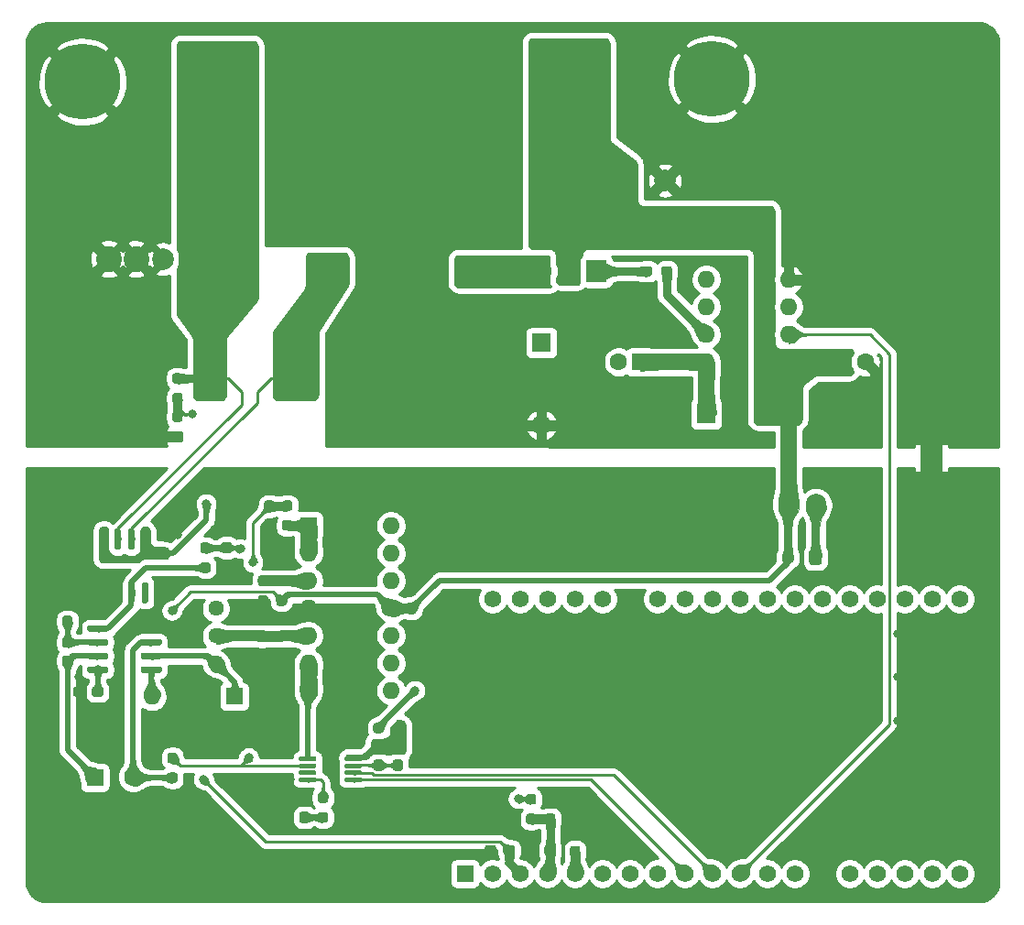
<source format=gbr>
%TF.GenerationSoftware,KiCad,Pcbnew,5.1.10*%
%TF.CreationDate,2021-11-24T02:21:54+13:00*%
%TF.ProjectId,buck_converter,6275636b-5f63-46f6-9e76-65727465722e,rev?*%
%TF.SameCoordinates,Original*%
%TF.FileFunction,Copper,L1,Top*%
%TF.FilePolarity,Positive*%
%FSLAX46Y46*%
G04 Gerber Fmt 4.6, Leading zero omitted, Abs format (unit mm)*
G04 Created by KiCad (PCBNEW 5.1.10) date 2021-11-24 02:21:54*
%MOMM*%
%LPD*%
G01*
G04 APERTURE LIST*
%TA.AperFunction,EtchedComponent*%
%ADD10C,0.100000*%
%TD*%
%TA.AperFunction,ComponentPad*%
%ADD11C,1.560000*%
%TD*%
%TA.AperFunction,ComponentPad*%
%ADD12R,1.560000X1.560000*%
%TD*%
%TA.AperFunction,ComponentPad*%
%ADD13O,1.600000X1.600000*%
%TD*%
%TA.AperFunction,ComponentPad*%
%ADD14R,1.600000X1.600000*%
%TD*%
%TA.AperFunction,SMDPad,CuDef*%
%ADD15C,2.000000*%
%TD*%
%TA.AperFunction,ComponentPad*%
%ADD16C,2.400000*%
%TD*%
%TA.AperFunction,ComponentPad*%
%ADD17R,2.400000X2.400000*%
%TD*%
%TA.AperFunction,ComponentPad*%
%ADD18C,2.000000*%
%TD*%
%TA.AperFunction,ComponentPad*%
%ADD19R,2.000000X2.000000*%
%TD*%
%TA.AperFunction,ComponentPad*%
%ADD20C,0.800000*%
%TD*%
%TA.AperFunction,ComponentPad*%
%ADD21C,7.000000*%
%TD*%
%TA.AperFunction,ComponentPad*%
%ADD22C,1.590000*%
%TD*%
%TA.AperFunction,ComponentPad*%
%ADD23O,1.800000X1.800000*%
%TD*%
%TA.AperFunction,ComponentPad*%
%ADD24R,1.800000X1.800000*%
%TD*%
%TA.AperFunction,ComponentPad*%
%ADD25C,1.440000*%
%TD*%
%TA.AperFunction,ComponentPad*%
%ADD26O,1.905000X2.000000*%
%TD*%
%TA.AperFunction,ComponentPad*%
%ADD27R,1.905000X2.000000*%
%TD*%
%TA.AperFunction,ComponentPad*%
%ADD28C,1.600000*%
%TD*%
%TA.AperFunction,ViaPad*%
%ADD29C,0.800000*%
%TD*%
%TA.AperFunction,Conductor*%
%ADD30C,0.800000*%
%TD*%
%TA.AperFunction,Conductor*%
%ADD31C,0.500000*%
%TD*%
%TA.AperFunction,Conductor*%
%ADD32C,0.250000*%
%TD*%
%TA.AperFunction,Conductor*%
%ADD33C,1.500000*%
%TD*%
%TA.AperFunction,Conductor*%
%ADD34C,1.000000*%
%TD*%
%TA.AperFunction,Conductor*%
%ADD35C,0.254000*%
%TD*%
%TA.AperFunction,Conductor*%
%ADD36C,0.100000*%
%TD*%
%TA.AperFunction,Conductor*%
%ADD37C,0.025400*%
%TD*%
G04 APERTURE END LIST*
D10*
%TO.C,NT1*%
G36*
X-133620000Y94964000D02*
G01*
X-133620000Y90964000D01*
X-135620000Y90964000D01*
X-135620000Y94964000D01*
X-133620000Y94964000D01*
G37*
%TD*%
%TO.P,R13,2*%
%TO.N,Net-(R13-Pad2)*%
%TA.AperFunction,SMDPad,CuDef*%
G36*
G01*
X-194420500Y87228500D02*
X-193945500Y87228500D01*
G75*
G02*
X-193708000Y86991000I0J-237500D01*
G01*
X-193708000Y86491000D01*
G75*
G02*
X-193945500Y86253500I-237500J0D01*
G01*
X-194420500Y86253500D01*
G75*
G02*
X-194658000Y86491000I0J237500D01*
G01*
X-194658000Y86991000D01*
G75*
G02*
X-194420500Y87228500I237500J0D01*
G01*
G37*
%TD.AperFunction*%
%TO.P,R13,1*%
%TO.N,V_ref*%
%TA.AperFunction,SMDPad,CuDef*%
G36*
G01*
X-194420500Y89053500D02*
X-193945500Y89053500D01*
G75*
G02*
X-193708000Y88816000I0J-237500D01*
G01*
X-193708000Y88316000D01*
G75*
G02*
X-193945500Y88078500I-237500J0D01*
G01*
X-194420500Y88078500D01*
G75*
G02*
X-194658000Y88316000I0J237500D01*
G01*
X-194658000Y88816000D01*
G75*
G02*
X-194420500Y89053500I237500J0D01*
G01*
G37*
%TD.AperFunction*%
%TD*%
D11*
%TO.P,U6,38*%
%TO.N,Net-(U6-Pad38)*%
X-132016500Y79946500D03*
%TO.P,U6,37*%
%TO.N,Net-(U6-Pad37)*%
X-134556500Y79946500D03*
%TO.P,U6,36*%
%TO.N,Net-(U6-Pad36)*%
X-137096500Y79946500D03*
%TO.P,U6,35*%
%TO.N,Net-(U6-Pad35)*%
X-139636500Y79946500D03*
%TO.P,U6,34*%
%TO.N,Net-(U6-Pad34)*%
X-142176500Y79946500D03*
%TO.P,U6,33*%
%TO.N,Net-(U6-Pad33)*%
X-144716500Y79946500D03*
%TO.P,U6,32*%
%TO.N,Net-(U6-Pad32)*%
X-147256500Y79946500D03*
%TO.P,U6,31*%
%TO.N,Net-(U6-Pad31)*%
X-149796500Y79946500D03*
%TO.P,U6,30*%
%TO.N,Net-(U6-Pad30)*%
X-152336500Y79946500D03*
%TO.P,U6,29*%
%TO.N,Net-(U6-Pad29)*%
X-154876500Y79946500D03*
%TO.P,U6,28*%
%TO.N,Net-(U6-Pad28)*%
X-157416500Y79946500D03*
%TO.P,U6,27*%
%TO.N,Net-(U6-Pad27)*%
X-159956500Y79946500D03*
%TO.P,U6,26*%
%TO.N,GNDD*%
X-162496500Y79946500D03*
%TO.P,U6,25*%
%TO.N,Net-(U6-Pad25)*%
X-165036500Y79946500D03*
%TO.P,U6,24*%
%TO.N,Net-(U6-Pad24)*%
X-167576500Y79946500D03*
%TO.P,U6,23*%
%TO.N,Net-(U6-Pad23)*%
X-170116500Y79946500D03*
%TO.P,U6,22*%
%TO.N,Net-(U6-Pad22)*%
X-172656500Y79946500D03*
%TO.P,U6,21*%
%TO.N,Net-(U6-Pad21)*%
X-175196500Y79946500D03*
%TO.P,U6,20*%
%TO.N,GNDD*%
X-177736500Y79946500D03*
%TO.P,U6,18*%
%TO.N,Net-(U6-Pad18)*%
X-134556500Y54546500D03*
%TO.P,U6,17*%
%TO.N,Net-(U6-Pad17)*%
X-137096500Y54546500D03*
%TO.P,U6,16*%
%TO.N,Net-(U6-Pad16)*%
X-139636500Y54546500D03*
%TO.P,U6,15*%
%TO.N,Net-(U6-Pad15)*%
X-142176500Y54546500D03*
%TO.P,U6,14*%
%TO.N,GNDD*%
X-144716500Y54546500D03*
%TO.P,U6,13*%
%TO.N,Net-(U6-Pad13)*%
X-147256500Y54546500D03*
%TO.P,U6,12*%
%TO.N,Net-(U6-Pad12)*%
X-149796500Y54546500D03*
%TO.P,U6,11*%
%TO.N,PWM*%
X-152336500Y54546500D03*
%TO.P,U6,10*%
%TO.N,SDA*%
X-154876500Y54546500D03*
%TO.P,U6,9*%
%TO.N,SCL*%
X-157416500Y54546500D03*
%TO.P,U6,8*%
%TO.N,Net-(U6-Pad8)*%
X-159956500Y54546500D03*
%TO.P,U6,7*%
%TO.N,Net-(U6-Pad7)*%
X-162496500Y54546500D03*
%TO.P,U6,6*%
%TO.N,Net-(U6-Pad6)*%
X-165036500Y54546500D03*
%TO.P,U6,5*%
%TO.N,Avg_voltage*%
X-167576500Y54546500D03*
%TO.P,U6,4*%
%TO.N,V_supply*%
X-170116500Y54546500D03*
%TO.P,U6,3*%
%TO.N,load_sense*%
X-172656500Y54546500D03*
%TO.P,U6,19*%
%TO.N,+5V*%
X-132016500Y54546500D03*
%TO.P,U6,2*%
%TO.N,Net-(U6-Pad2)*%
X-175196500Y54546500D03*
D12*
%TO.P,U6,1*%
%TO.N,Net-(U6-Pad1)*%
X-177736500Y54546500D03*
%TD*%
%TO.P,C1,2*%
%TO.N,+12V*%
%TA.AperFunction,SMDPad,CuDef*%
G36*
G01*
X-182939700Y79621500D02*
X-182464700Y79621500D01*
G75*
G02*
X-182227200Y79384000I0J-237500D01*
G01*
X-182227200Y78784000D01*
G75*
G02*
X-182464700Y78546500I-237500J0D01*
G01*
X-182939700Y78546500D01*
G75*
G02*
X-183177200Y78784000I0J237500D01*
G01*
X-183177200Y79384000D01*
G75*
G02*
X-182939700Y79621500I237500J0D01*
G01*
G37*
%TD.AperFunction*%
%TO.P,C1,1*%
%TO.N,GNDD*%
%TA.AperFunction,SMDPad,CuDef*%
G36*
G01*
X-182939700Y81346500D02*
X-182464700Y81346500D01*
G75*
G02*
X-182227200Y81109000I0J-237500D01*
G01*
X-182227200Y80509000D01*
G75*
G02*
X-182464700Y80271500I-237500J0D01*
G01*
X-182939700Y80271500D01*
G75*
G02*
X-183177200Y80509000I0J237500D01*
G01*
X-183177200Y81109000D01*
G75*
G02*
X-182939700Y81346500I237500J0D01*
G01*
G37*
%TD.AperFunction*%
%TD*%
D13*
%TO.P,U1,14*%
%TO.N,N/C*%
X-184607200Y86702900D03*
%TO.P,U1,7*%
%TO.N,Pk_voltage*%
X-192227200Y71462900D03*
%TO.P,U1,13*%
%TO.N,N/C*%
X-184607200Y84162900D03*
%TO.P,U1,6*%
%TO.N,Pk_voltage*%
X-192227200Y74002900D03*
%TO.P,U1,12*%
%TO.N,N/C*%
X-184607200Y81622900D03*
%TO.P,U1,5*%
%TO.N,Net-(C9-Pad2)*%
X-192227200Y76542900D03*
%TO.P,U1,11*%
%TO.N,+12V*%
X-184607200Y79082900D03*
%TO.P,U1,4*%
%TO.N,GNDD*%
X-192227200Y79082900D03*
%TO.P,U1,10*%
%TO.N,N/C*%
X-184607200Y76542900D03*
%TO.P,U1,3*%
%TO.N,Net-(R1-Pad2)*%
X-192227200Y81622900D03*
%TO.P,U1,9*%
%TO.N,N/C*%
X-184607200Y74002900D03*
%TO.P,U1,2*%
%TO.N,Net-(R13-Pad2)*%
X-192227200Y84162900D03*
%TO.P,U1,8*%
%TO.N,N/C*%
X-184607200Y71462900D03*
D14*
%TO.P,U1,1*%
%TO.N,Net-(R13-Pad2)*%
X-192227200Y86702900D03*
%TD*%
D15*
%TO.P,NT1,2*%
%TO.N,GNDD*%
X-134620000Y90964000D03*
%TO.P,NT1,1*%
%TO.N,GND*%
X-134620000Y94964000D03*
%TD*%
D16*
%TO.P,C16,2*%
%TO.N,GND*%
X-210629500Y111379000D03*
D17*
%TO.P,C16,1*%
%TO.N,V_load*%
X-198120000Y111379000D03*
D18*
%TO.P,C16,2*%
%TO.N,GND*%
X-205700000Y111379000D03*
D19*
%TO.P,C16,1*%
%TO.N,V_load*%
X-203200000Y111379000D03*
D17*
X-200660000Y111379000D03*
D16*
%TO.P,C16,2*%
%TO.N,GND*%
X-208160000Y111379000D03*
%TD*%
D20*
%TO.P,OUT  -,1*%
%TO.N,GND*%
X-211249845Y129618155D03*
X-213106000Y130387000D03*
X-214962155Y129618155D03*
X-215731000Y127762000D03*
X-214962155Y125905845D03*
X-213106000Y125137000D03*
X-211249845Y125905845D03*
X-210481000Y127762000D03*
D21*
X-213106000Y127762000D03*
%TD*%
D20*
%TO.P,OUT +,1*%
%TO.N,V_load*%
X-198803845Y129618155D03*
X-200660000Y130387000D03*
X-202516155Y129618155D03*
X-203285000Y127762000D03*
X-202516155Y125905845D03*
X-200660000Y125137000D03*
X-198803845Y125905845D03*
X-198035000Y127762000D03*
D21*
X-200660000Y127762000D03*
%TD*%
D20*
%TO.P,IN +,1*%
%TO.N,+12V*%
X-166291845Y129872155D03*
X-168148000Y130641000D03*
X-170004155Y129872155D03*
X-170773000Y128016000D03*
X-170004155Y126159845D03*
X-168148000Y125391000D03*
X-166291845Y126159845D03*
X-165523000Y128016000D03*
D21*
X-168148000Y128016000D03*
%TD*%
D20*
%TO.P,IN -,1*%
%TO.N,GND*%
X-153083845Y129872155D03*
X-154940000Y130641000D03*
X-156796155Y129872155D03*
X-157565000Y128016000D03*
X-156796155Y126159845D03*
X-154940000Y125391000D03*
X-153083845Y126159845D03*
X-152315000Y128016000D03*
D21*
X-154940000Y128016000D03*
%TD*%
%TO.P,R16,2*%
%TO.N,Net-(R15-Pad1)*%
%TA.AperFunction,SMDPad,CuDef*%
G36*
G01*
X-214265500Y75421000D02*
X-214740500Y75421000D01*
G75*
G02*
X-214978000Y75658500I0J237500D01*
G01*
X-214978000Y76233500D01*
G75*
G02*
X-214740500Y76471000I237500J0D01*
G01*
X-214265500Y76471000D01*
G75*
G02*
X-214028000Y76233500I0J-237500D01*
G01*
X-214028000Y75658500D01*
G75*
G02*
X-214265500Y75421000I-237500J0D01*
G01*
G37*
%TD.AperFunction*%
%TO.P,R16,1*%
%TO.N,Sense_ripple*%
%TA.AperFunction,SMDPad,CuDef*%
G36*
G01*
X-214265500Y73671000D02*
X-214740500Y73671000D01*
G75*
G02*
X-214978000Y73908500I0J237500D01*
G01*
X-214978000Y74483500D01*
G75*
G02*
X-214740500Y74721000I237500J0D01*
G01*
X-214265500Y74721000D01*
G75*
G02*
X-214028000Y74483500I0J-237500D01*
G01*
X-214028000Y73908500D01*
G75*
G02*
X-214265500Y73671000I-237500J0D01*
G01*
G37*
%TD.AperFunction*%
%TD*%
%TO.P,R15,2*%
%TO.N,GNDD*%
%TA.AperFunction,SMDPad,CuDef*%
G36*
G01*
X-214265500Y79090000D02*
X-214740500Y79090000D01*
G75*
G02*
X-214978000Y79327500I0J237500D01*
G01*
X-214978000Y79902500D01*
G75*
G02*
X-214740500Y80140000I237500J0D01*
G01*
X-214265500Y80140000D01*
G75*
G02*
X-214028000Y79902500I0J-237500D01*
G01*
X-214028000Y79327500D01*
G75*
G02*
X-214265500Y79090000I-237500J0D01*
G01*
G37*
%TD.AperFunction*%
%TO.P,R15,1*%
%TO.N,Net-(R15-Pad1)*%
%TA.AperFunction,SMDPad,CuDef*%
G36*
G01*
X-214265500Y77340000D02*
X-214740500Y77340000D01*
G75*
G02*
X-214978000Y77577500I0J237500D01*
G01*
X-214978000Y78152500D01*
G75*
G02*
X-214740500Y78390000I237500J0D01*
G01*
X-214265500Y78390000D01*
G75*
G02*
X-214028000Y78152500I0J-237500D01*
G01*
X-214028000Y77577500D01*
G75*
G02*
X-214265500Y77340000I-237500J0D01*
G01*
G37*
%TD.AperFunction*%
%TD*%
D22*
%TO.P,INDUCTOR,2*%
%TO.N,/sen_p*%
X-190500000Y110236000D03*
%TO.P,INDUCTOR,1*%
%TO.N,Net-(C12-Pad2)*%
X-177546000Y110236000D03*
%TD*%
%TO.P,R10,2*%
%TO.N,/sen_p*%
%TA.AperFunction,SMDPad,CuDef*%
G36*
G01*
X-195387000Y98904999D02*
X-195387000Y101755001D01*
G75*
G02*
X-195137001Y102005000I249999J0D01*
G01*
X-194111999Y102005000D01*
G75*
G02*
X-193862000Y101755001I0J-249999D01*
G01*
X-193862000Y98904999D01*
G75*
G02*
X-194111999Y98655000I-249999J0D01*
G01*
X-195137001Y98655000D01*
G75*
G02*
X-195387000Y98904999I0J249999D01*
G01*
G37*
%TD.AperFunction*%
%TO.P,R10,1*%
%TO.N,V_load*%
%TA.AperFunction,SMDPad,CuDef*%
G36*
G01*
X-201362000Y98904999D02*
X-201362000Y101755001D01*
G75*
G02*
X-201112001Y102005000I249999J0D01*
G01*
X-200086999Y102005000D01*
G75*
G02*
X-199837000Y101755001I0J-249999D01*
G01*
X-199837000Y98904999D01*
G75*
G02*
X-200086999Y98655000I-249999J0D01*
G01*
X-201112001Y98655000D01*
G75*
G02*
X-201362000Y98904999I0J249999D01*
G01*
G37*
%TD.AperFunction*%
%TD*%
%TO.P,U2,8*%
%TO.N,+12V*%
%TA.AperFunction,SMDPad,CuDef*%
G36*
G01*
X-210734000Y73556000D02*
X-210734000Y73256000D01*
G75*
G02*
X-210884000Y73106000I-150000J0D01*
G01*
X-212534000Y73106000D01*
G75*
G02*
X-212684000Y73256000I0J150000D01*
G01*
X-212684000Y73556000D01*
G75*
G02*
X-212534000Y73706000I150000J0D01*
G01*
X-210884000Y73706000D01*
G75*
G02*
X-210734000Y73556000I0J-150000D01*
G01*
G37*
%TD.AperFunction*%
%TO.P,U2,7*%
%TO.N,Sense_ripple*%
%TA.AperFunction,SMDPad,CuDef*%
G36*
G01*
X-210734000Y74826000D02*
X-210734000Y74526000D01*
G75*
G02*
X-210884000Y74376000I-150000J0D01*
G01*
X-212534000Y74376000D01*
G75*
G02*
X-212684000Y74526000I0J150000D01*
G01*
X-212684000Y74826000D01*
G75*
G02*
X-212534000Y74976000I150000J0D01*
G01*
X-210884000Y74976000D01*
G75*
G02*
X-210734000Y74826000I0J-150000D01*
G01*
G37*
%TD.AperFunction*%
%TO.P,U2,6*%
%TO.N,Net-(R15-Pad1)*%
%TA.AperFunction,SMDPad,CuDef*%
G36*
G01*
X-210734000Y76096000D02*
X-210734000Y75796000D01*
G75*
G02*
X-210884000Y75646000I-150000J0D01*
G01*
X-212534000Y75646000D01*
G75*
G02*
X-212684000Y75796000I0J150000D01*
G01*
X-212684000Y76096000D01*
G75*
G02*
X-212534000Y76246000I150000J0D01*
G01*
X-210884000Y76246000D01*
G75*
G02*
X-210734000Y76096000I0J-150000D01*
G01*
G37*
%TD.AperFunction*%
%TO.P,U2,5*%
%TO.N,Sense_avg*%
%TA.AperFunction,SMDPad,CuDef*%
G36*
G01*
X-210734000Y77366000D02*
X-210734000Y77066000D01*
G75*
G02*
X-210884000Y76916000I-150000J0D01*
G01*
X-212534000Y76916000D01*
G75*
G02*
X-212684000Y77066000I0J150000D01*
G01*
X-212684000Y77366000D01*
G75*
G02*
X-212534000Y77516000I150000J0D01*
G01*
X-210884000Y77516000D01*
G75*
G02*
X-210734000Y77366000I0J-150000D01*
G01*
G37*
%TD.AperFunction*%
%TO.P,U2,4*%
%TO.N,GNDD*%
%TA.AperFunction,SMDPad,CuDef*%
G36*
G01*
X-205784000Y77366000D02*
X-205784000Y77066000D01*
G75*
G02*
X-205934000Y76916000I-150000J0D01*
G01*
X-207584000Y76916000D01*
G75*
G02*
X-207734000Y77066000I0J150000D01*
G01*
X-207734000Y77366000D01*
G75*
G02*
X-207584000Y77516000I150000J0D01*
G01*
X-205934000Y77516000D01*
G75*
G02*
X-205784000Y77366000I0J-150000D01*
G01*
G37*
%TD.AperFunction*%
%TO.P,U2,3*%
%TO.N,Net-(C7-Pad2)*%
%TA.AperFunction,SMDPad,CuDef*%
G36*
G01*
X-205784000Y76096000D02*
X-205784000Y75796000D01*
G75*
G02*
X-205934000Y75646000I-150000J0D01*
G01*
X-207584000Y75646000D01*
G75*
G02*
X-207734000Y75796000I0J150000D01*
G01*
X-207734000Y76096000D01*
G75*
G02*
X-207584000Y76246000I150000J0D01*
G01*
X-205934000Y76246000D01*
G75*
G02*
X-205784000Y76096000I0J-150000D01*
G01*
G37*
%TD.AperFunction*%
%TO.P,U2,2*%
%TO.N,Net-(D1-Pad1)*%
%TA.AperFunction,SMDPad,CuDef*%
G36*
G01*
X-205784000Y74826000D02*
X-205784000Y74526000D01*
G75*
G02*
X-205934000Y74376000I-150000J0D01*
G01*
X-207584000Y74376000D01*
G75*
G02*
X-207734000Y74526000I0J150000D01*
G01*
X-207734000Y74826000D01*
G75*
G02*
X-207584000Y74976000I150000J0D01*
G01*
X-205934000Y74976000D01*
G75*
G02*
X-205784000Y74826000I0J-150000D01*
G01*
G37*
%TD.AperFunction*%
%TO.P,U2,1*%
%TO.N,Net-(D1-Pad2)*%
%TA.AperFunction,SMDPad,CuDef*%
G36*
G01*
X-205784000Y73556000D02*
X-205784000Y73256000D01*
G75*
G02*
X-205934000Y73106000I-150000J0D01*
G01*
X-207584000Y73106000D01*
G75*
G02*
X-207734000Y73256000I0J150000D01*
G01*
X-207734000Y73556000D01*
G75*
G02*
X-207584000Y73706000I150000J0D01*
G01*
X-205934000Y73706000D01*
G75*
G02*
X-205784000Y73556000I0J-150000D01*
G01*
G37*
%TD.AperFunction*%
%TD*%
D23*
%TO.P,D3,2*%
%TO.N,GND*%
X-170688000Y96012000D03*
D24*
%TO.P,D3,1*%
%TO.N,Net-(C12-Pad2)*%
X-170688000Y103632000D03*
%TD*%
D23*
%TO.P,D2,2*%
%TO.N,+12V*%
X-147828000Y97028000D03*
D24*
%TO.P,D2,1*%
%TO.N,Net-(C12-Pad1)*%
X-155448000Y97028000D03*
%TD*%
D25*
%TO.P,RV1,3*%
%TO.N,Net-(RV1-Pad3)*%
X-200787000Y79057500D03*
%TO.P,RV1,2*%
%TO.N,Net-(C9-Pad2)*%
X-200787000Y76517500D03*
%TO.P,RV1,1*%
%TO.N,Net-(D1-Pad1)*%
X-200787000Y73977500D03*
%TD*%
D13*
%TO.P,D1,2*%
%TO.N,Net-(D1-Pad2)*%
X-206692500Y70929500D03*
D14*
%TO.P,D1,1*%
%TO.N,Net-(D1-Pad1)*%
X-199072500Y70929500D03*
%TD*%
%TO.P,U8,8*%
%TO.N,Net-(C17-Pad1)*%
%TA.AperFunction,SMDPad,CuDef*%
G36*
G01*
X-188882500Y65073500D02*
X-188882500Y65273500D01*
G75*
G02*
X-188782500Y65373500I100000J0D01*
G01*
X-187357500Y65373500D01*
G75*
G02*
X-187257500Y65273500I0J-100000D01*
G01*
X-187257500Y65073500D01*
G75*
G02*
X-187357500Y64973500I-100000J0D01*
G01*
X-188782500Y64973500D01*
G75*
G02*
X-188882500Y65073500I0J100000D01*
G01*
G37*
%TD.AperFunction*%
%TO.P,U8,7*%
%TO.N,Net-(C17-Pad2)*%
%TA.AperFunction,SMDPad,CuDef*%
G36*
G01*
X-188882500Y64423500D02*
X-188882500Y64623500D01*
G75*
G02*
X-188782500Y64723500I100000J0D01*
G01*
X-187357500Y64723500D01*
G75*
G02*
X-187257500Y64623500I0J-100000D01*
G01*
X-187257500Y64423500D01*
G75*
G02*
X-187357500Y64323500I-100000J0D01*
G01*
X-188782500Y64323500D01*
G75*
G02*
X-188882500Y64423500I0J100000D01*
G01*
G37*
%TD.AperFunction*%
%TO.P,U8,6*%
%TO.N,SDA*%
%TA.AperFunction,SMDPad,CuDef*%
G36*
G01*
X-188882500Y63773500D02*
X-188882500Y63973500D01*
G75*
G02*
X-188782500Y64073500I100000J0D01*
G01*
X-187357500Y64073500D01*
G75*
G02*
X-187257500Y63973500I0J-100000D01*
G01*
X-187257500Y63773500D01*
G75*
G02*
X-187357500Y63673500I-100000J0D01*
G01*
X-188782500Y63673500D01*
G75*
G02*
X-188882500Y63773500I0J100000D01*
G01*
G37*
%TD.AperFunction*%
%TO.P,U8,5*%
%TO.N,SCL*%
%TA.AperFunction,SMDPad,CuDef*%
G36*
G01*
X-188882500Y63123500D02*
X-188882500Y63323500D01*
G75*
G02*
X-188782500Y63423500I100000J0D01*
G01*
X-187357500Y63423500D01*
G75*
G02*
X-187257500Y63323500I0J-100000D01*
G01*
X-187257500Y63123500D01*
G75*
G02*
X-187357500Y63023500I-100000J0D01*
G01*
X-188782500Y63023500D01*
G75*
G02*
X-188882500Y63123500I0J100000D01*
G01*
G37*
%TD.AperFunction*%
%TO.P,U8,4*%
%TO.N,Net-(R9-Pad1)*%
%TA.AperFunction,SMDPad,CuDef*%
G36*
G01*
X-193107500Y63123500D02*
X-193107500Y63323500D01*
G75*
G02*
X-193007500Y63423500I100000J0D01*
G01*
X-191582500Y63423500D01*
G75*
G02*
X-191482500Y63323500I0J-100000D01*
G01*
X-191482500Y63123500D01*
G75*
G02*
X-191582500Y63023500I-100000J0D01*
G01*
X-193007500Y63023500D01*
G75*
G02*
X-193107500Y63123500I0J100000D01*
G01*
G37*
%TD.AperFunction*%
%TO.P,U8,3*%
%TO.N,Net-(U8-Pad3)*%
%TA.AperFunction,SMDPad,CuDef*%
G36*
G01*
X-193107500Y63773500D02*
X-193107500Y63973500D01*
G75*
G02*
X-193007500Y64073500I100000J0D01*
G01*
X-191582500Y64073500D01*
G75*
G02*
X-191482500Y63973500I0J-100000D01*
G01*
X-191482500Y63773500D01*
G75*
G02*
X-191582500Y63673500I-100000J0D01*
G01*
X-193007500Y63673500D01*
G75*
G02*
X-193107500Y63773500I0J100000D01*
G01*
G37*
%TD.AperFunction*%
%TO.P,U8,2*%
%TO.N,V_ref*%
%TA.AperFunction,SMDPad,CuDef*%
G36*
G01*
X-193107500Y64423500D02*
X-193107500Y64623500D01*
G75*
G02*
X-193007500Y64723500I100000J0D01*
G01*
X-191582500Y64723500D01*
G75*
G02*
X-191482500Y64623500I0J-100000D01*
G01*
X-191482500Y64423500D01*
G75*
G02*
X-191582500Y64323500I-100000J0D01*
G01*
X-193007500Y64323500D01*
G75*
G02*
X-193107500Y64423500I0J100000D01*
G01*
G37*
%TD.AperFunction*%
%TO.P,U8,1*%
%TO.N,Pk_voltage*%
%TA.AperFunction,SMDPad,CuDef*%
G36*
G01*
X-193107500Y65073500D02*
X-193107500Y65273500D01*
G75*
G02*
X-193007500Y65373500I100000J0D01*
G01*
X-191582500Y65373500D01*
G75*
G02*
X-191482500Y65273500I0J-100000D01*
G01*
X-191482500Y65073500D01*
G75*
G02*
X-191582500Y64973500I-100000J0D01*
G01*
X-193007500Y64973500D01*
G75*
G02*
X-193107500Y65073500I0J100000D01*
G01*
G37*
%TD.AperFunction*%
%TD*%
D13*
%TO.P,U7,8*%
%TO.N,Net-(C12-Pad1)*%
X-155448000Y101854000D03*
%TO.P,U7,4*%
%TO.N,GND*%
X-147828000Y109474000D03*
%TO.P,U7,7*%
%TO.N,Net-(R6-Pad2)*%
X-155448000Y104394000D03*
%TO.P,U7,3*%
%TO.N,Net-(U7-Pad3)*%
X-147828000Y106934000D03*
%TO.P,U7,6*%
%TO.N,Net-(C12-Pad2)*%
X-155448000Y106934000D03*
%TO.P,U7,2*%
%TO.N,PWM*%
X-147828000Y104394000D03*
%TO.P,U7,5*%
%TO.N,Net-(C12-Pad2)*%
X-155448000Y109474000D03*
D14*
%TO.P,U7,1*%
%TO.N,+12V*%
X-147828000Y101854000D03*
%TD*%
%TO.P,U3,8*%
%TO.N,Net-(U3-Pad8)*%
%TA.AperFunction,SMDPad,CuDef*%
G36*
G01*
X-207477500Y81494500D02*
X-207177500Y81494500D01*
G75*
G02*
X-207027500Y81344500I0J-150000D01*
G01*
X-207027500Y79694500D01*
G75*
G02*
X-207177500Y79544500I-150000J0D01*
G01*
X-207477500Y79544500D01*
G75*
G02*
X-207627500Y79694500I0J150000D01*
G01*
X-207627500Y81344500D01*
G75*
G02*
X-207477500Y81494500I150000J0D01*
G01*
G37*
%TD.AperFunction*%
%TO.P,U3,7*%
%TO.N,Sense_avg*%
%TA.AperFunction,SMDPad,CuDef*%
G36*
G01*
X-208747500Y81494500D02*
X-208447500Y81494500D01*
G75*
G02*
X-208297500Y81344500I0J-150000D01*
G01*
X-208297500Y79694500D01*
G75*
G02*
X-208447500Y79544500I-150000J0D01*
G01*
X-208747500Y79544500D01*
G75*
G02*
X-208897500Y79694500I0J150000D01*
G01*
X-208897500Y81344500D01*
G75*
G02*
X-208747500Y81494500I150000J0D01*
G01*
G37*
%TD.AperFunction*%
%TO.P,U3,6*%
%TO.N,GNDD*%
%TA.AperFunction,SMDPad,CuDef*%
G36*
G01*
X-210017500Y81494500D02*
X-209717500Y81494500D01*
G75*
G02*
X-209567500Y81344500I0J-150000D01*
G01*
X-209567500Y79694500D01*
G75*
G02*
X-209717500Y79544500I-150000J0D01*
G01*
X-210017500Y79544500D01*
G75*
G02*
X-210167500Y79694500I0J150000D01*
G01*
X-210167500Y81344500D01*
G75*
G02*
X-210017500Y81494500I150000J0D01*
G01*
G37*
%TD.AperFunction*%
%TO.P,U3,5*%
%TA.AperFunction,SMDPad,CuDef*%
G36*
G01*
X-211287500Y81494500D02*
X-210987500Y81494500D01*
G75*
G02*
X-210837500Y81344500I0J-150000D01*
G01*
X-210837500Y79694500D01*
G75*
G02*
X-210987500Y79544500I-150000J0D01*
G01*
X-211287500Y79544500D01*
G75*
G02*
X-211437500Y79694500I0J150000D01*
G01*
X-211437500Y81344500D01*
G75*
G02*
X-211287500Y81494500I150000J0D01*
G01*
G37*
%TD.AperFunction*%
%TO.P,U3,4*%
%TO.N,+5V*%
%TA.AperFunction,SMDPad,CuDef*%
G36*
G01*
X-211287500Y86444500D02*
X-210987500Y86444500D01*
G75*
G02*
X-210837500Y86294500I0J-150000D01*
G01*
X-210837500Y84644500D01*
G75*
G02*
X-210987500Y84494500I-150000J0D01*
G01*
X-211287500Y84494500D01*
G75*
G02*
X-211437500Y84644500I0J150000D01*
G01*
X-211437500Y86294500D01*
G75*
G02*
X-211287500Y86444500I150000J0D01*
G01*
G37*
%TD.AperFunction*%
%TO.P,U3,3*%
%TO.N,V_load*%
%TA.AperFunction,SMDPad,CuDef*%
G36*
G01*
X-210017500Y86444500D02*
X-209717500Y86444500D01*
G75*
G02*
X-209567500Y86294500I0J-150000D01*
G01*
X-209567500Y84644500D01*
G75*
G02*
X-209717500Y84494500I-150000J0D01*
G01*
X-210017500Y84494500D01*
G75*
G02*
X-210167500Y84644500I0J150000D01*
G01*
X-210167500Y86294500D01*
G75*
G02*
X-210017500Y86444500I150000J0D01*
G01*
G37*
%TD.AperFunction*%
%TO.P,U3,2*%
%TO.N,/sen_p*%
%TA.AperFunction,SMDPad,CuDef*%
G36*
G01*
X-208747500Y86444500D02*
X-208447500Y86444500D01*
G75*
G02*
X-208297500Y86294500I0J-150000D01*
G01*
X-208297500Y84644500D01*
G75*
G02*
X-208447500Y84494500I-150000J0D01*
G01*
X-208747500Y84494500D01*
G75*
G02*
X-208897500Y84644500I0J150000D01*
G01*
X-208897500Y86294500D01*
G75*
G02*
X-208747500Y86444500I150000J0D01*
G01*
G37*
%TD.AperFunction*%
%TO.P,U3,1*%
%TO.N,+5V*%
%TA.AperFunction,SMDPad,CuDef*%
G36*
G01*
X-207477500Y86444500D02*
X-207177500Y86444500D01*
G75*
G02*
X-207027500Y86294500I0J-150000D01*
G01*
X-207027500Y84644500D01*
G75*
G02*
X-207177500Y84494500I-150000J0D01*
G01*
X-207477500Y84494500D01*
G75*
G02*
X-207627500Y84644500I0J150000D01*
G01*
X-207627500Y86294500D01*
G75*
G02*
X-207477500Y86444500I150000J0D01*
G01*
G37*
%TD.AperFunction*%
%TD*%
D26*
%TO.P,U4,3*%
%TO.N,+12V*%
X-147853400Y88633300D03*
%TO.P,U4,2*%
%TO.N,+5V*%
X-145313400Y88633300D03*
D27*
%TO.P,U4,1*%
%TO.N,GNDD*%
X-142773400Y88633300D03*
%TD*%
%TO.P,R12,2*%
%TO.N,GND*%
%TA.AperFunction,SMDPad,CuDef*%
G36*
G01*
X-204580500Y95460000D02*
X-204105500Y95460000D01*
G75*
G02*
X-203868000Y95222500I0J-237500D01*
G01*
X-203868000Y94722500D01*
G75*
G02*
X-204105500Y94485000I-237500J0D01*
G01*
X-204580500Y94485000D01*
G75*
G02*
X-204818000Y94722500I0J237500D01*
G01*
X-204818000Y95222500D01*
G75*
G02*
X-204580500Y95460000I237500J0D01*
G01*
G37*
%TD.AperFunction*%
%TO.P,R12,1*%
%TO.N,load_sense*%
%TA.AperFunction,SMDPad,CuDef*%
G36*
G01*
X-204580500Y97285000D02*
X-204105500Y97285000D01*
G75*
G02*
X-203868000Y97047500I0J-237500D01*
G01*
X-203868000Y96547500D01*
G75*
G02*
X-204105500Y96310000I-237500J0D01*
G01*
X-204580500Y96310000D01*
G75*
G02*
X-204818000Y96547500I0J237500D01*
G01*
X-204818000Y97047500D01*
G75*
G02*
X-204580500Y97285000I237500J0D01*
G01*
G37*
%TD.AperFunction*%
%TD*%
%TO.P,R11,2*%
%TO.N,load_sense*%
%TA.AperFunction,SMDPad,CuDef*%
G36*
G01*
X-204580500Y98992500D02*
X-204105500Y98992500D01*
G75*
G02*
X-203868000Y98755000I0J-237500D01*
G01*
X-203868000Y98255000D01*
G75*
G02*
X-204105500Y98017500I-237500J0D01*
G01*
X-204580500Y98017500D01*
G75*
G02*
X-204818000Y98255000I0J237500D01*
G01*
X-204818000Y98755000D01*
G75*
G02*
X-204580500Y98992500I237500J0D01*
G01*
G37*
%TD.AperFunction*%
%TO.P,R11,1*%
%TO.N,V_load*%
%TA.AperFunction,SMDPad,CuDef*%
G36*
G01*
X-204580500Y100817500D02*
X-204105500Y100817500D01*
G75*
G02*
X-203868000Y100580000I0J-237500D01*
G01*
X-203868000Y100080000D01*
G75*
G02*
X-204105500Y99842500I-237500J0D01*
G01*
X-204580500Y99842500D01*
G75*
G02*
X-204818000Y100080000I0J237500D01*
G01*
X-204818000Y100580000D01*
G75*
G02*
X-204580500Y100817500I237500J0D01*
G01*
G37*
%TD.AperFunction*%
%TD*%
%TO.P,R14,2*%
%TO.N,+5V*%
%TA.AperFunction,SMDPad,CuDef*%
G36*
G01*
X-185273500Y68246000D02*
X-185273500Y67771000D01*
G75*
G02*
X-185511000Y67533500I-237500J0D01*
G01*
X-186011000Y67533500D01*
G75*
G02*
X-186248500Y67771000I0J237500D01*
G01*
X-186248500Y68246000D01*
G75*
G02*
X-186011000Y68483500I237500J0D01*
G01*
X-185511000Y68483500D01*
G75*
G02*
X-185273500Y68246000I0J-237500D01*
G01*
G37*
%TD.AperFunction*%
%TO.P,R14,1*%
%TO.N,Net-(C17-Pad1)*%
%TA.AperFunction,SMDPad,CuDef*%
G36*
G01*
X-183448500Y68246000D02*
X-183448500Y67771000D01*
G75*
G02*
X-183686000Y67533500I-237500J0D01*
G01*
X-184186000Y67533500D01*
G75*
G02*
X-184423500Y67771000I0J237500D01*
G01*
X-184423500Y68246000D01*
G75*
G02*
X-184186000Y68483500I237500J0D01*
G01*
X-183686000Y68483500D01*
G75*
G02*
X-183448500Y68246000I0J-237500D01*
G01*
G37*
%TD.AperFunction*%
%TD*%
%TO.P,R8,2*%
%TO.N,GNDD*%
%TA.AperFunction,SMDPad,CuDef*%
G36*
G01*
X-169625000Y60964000D02*
X-170100000Y60964000D01*
G75*
G02*
X-170337500Y61201500I0J237500D01*
G01*
X-170337500Y61701500D01*
G75*
G02*
X-170100000Y61939000I237500J0D01*
G01*
X-169625000Y61939000D01*
G75*
G02*
X-169387500Y61701500I0J-237500D01*
G01*
X-169387500Y61201500D01*
G75*
G02*
X-169625000Y60964000I-237500J0D01*
G01*
G37*
%TD.AperFunction*%
%TO.P,R8,1*%
%TO.N,V_supply*%
%TA.AperFunction,SMDPad,CuDef*%
G36*
G01*
X-169625000Y59139000D02*
X-170100000Y59139000D01*
G75*
G02*
X-170337500Y59376500I0J237500D01*
G01*
X-170337500Y59876500D01*
G75*
G02*
X-170100000Y60114000I237500J0D01*
G01*
X-169625000Y60114000D01*
G75*
G02*
X-169387500Y59876500I0J-237500D01*
G01*
X-169387500Y59376500D01*
G75*
G02*
X-169625000Y59139000I-237500J0D01*
G01*
G37*
%TD.AperFunction*%
%TD*%
%TO.P,R7,2*%
%TO.N,V_supply*%
%TA.AperFunction,SMDPad,CuDef*%
G36*
G01*
X-171878000Y60090500D02*
X-171403000Y60090500D01*
G75*
G02*
X-171165500Y59853000I0J-237500D01*
G01*
X-171165500Y59353000D01*
G75*
G02*
X-171403000Y59115500I-237500J0D01*
G01*
X-171878000Y59115500D01*
G75*
G02*
X-172115500Y59353000I0J237500D01*
G01*
X-172115500Y59853000D01*
G75*
G02*
X-171878000Y60090500I237500J0D01*
G01*
G37*
%TD.AperFunction*%
%TO.P,R7,1*%
%TO.N,+12V*%
%TA.AperFunction,SMDPad,CuDef*%
G36*
G01*
X-171878000Y61915500D02*
X-171403000Y61915500D01*
G75*
G02*
X-171165500Y61678000I0J-237500D01*
G01*
X-171165500Y61178000D01*
G75*
G02*
X-171403000Y60940500I-237500J0D01*
G01*
X-171878000Y60940500D01*
G75*
G02*
X-172115500Y61178000I0J237500D01*
G01*
X-172115500Y61678000D01*
G75*
G02*
X-171878000Y61915500I237500J0D01*
G01*
G37*
%TD.AperFunction*%
%TD*%
%TO.P,R9,2*%
%TO.N,Net-(C14-Pad1)*%
%TA.AperFunction,SMDPad,CuDef*%
G36*
G01*
X-191118500Y60241000D02*
X-190643500Y60241000D01*
G75*
G02*
X-190406000Y60003500I0J-237500D01*
G01*
X-190406000Y59503500D01*
G75*
G02*
X-190643500Y59266000I-237500J0D01*
G01*
X-191118500Y59266000D01*
G75*
G02*
X-191356000Y59503500I0J237500D01*
G01*
X-191356000Y60003500D01*
G75*
G02*
X-191118500Y60241000I237500J0D01*
G01*
G37*
%TD.AperFunction*%
%TO.P,R9,1*%
%TO.N,Net-(R9-Pad1)*%
%TA.AperFunction,SMDPad,CuDef*%
G36*
G01*
X-191118500Y62066000D02*
X-190643500Y62066000D01*
G75*
G02*
X-190406000Y61828500I0J-237500D01*
G01*
X-190406000Y61328500D01*
G75*
G02*
X-190643500Y61091000I-237500J0D01*
G01*
X-191118500Y61091000D01*
G75*
G02*
X-191356000Y61328500I0J237500D01*
G01*
X-191356000Y61828500D01*
G75*
G02*
X-191118500Y62066000I237500J0D01*
G01*
G37*
%TD.AperFunction*%
%TD*%
%TO.P,R6,2*%
%TO.N,Net-(R6-Pad2)*%
%TA.AperFunction,SMDPad,CuDef*%
G36*
G01*
X-159595000Y109998500D02*
X-159595000Y110473500D01*
G75*
G02*
X-159357500Y110711000I237500J0D01*
G01*
X-158857500Y110711000D01*
G75*
G02*
X-158620000Y110473500I0J-237500D01*
G01*
X-158620000Y109998500D01*
G75*
G02*
X-158857500Y109761000I-237500J0D01*
G01*
X-159357500Y109761000D01*
G75*
G02*
X-159595000Y109998500I0J237500D01*
G01*
G37*
%TD.AperFunction*%
%TO.P,R6,1*%
%TO.N,Net-(Q1-Pad1)*%
%TA.AperFunction,SMDPad,CuDef*%
G36*
G01*
X-161420000Y109998500D02*
X-161420000Y110473500D01*
G75*
G02*
X-161182500Y110711000I237500J0D01*
G01*
X-160682500Y110711000D01*
G75*
G02*
X-160445000Y110473500I0J-237500D01*
G01*
X-160445000Y109998500D01*
G75*
G02*
X-160682500Y109761000I-237500J0D01*
G01*
X-161182500Y109761000D01*
G75*
G02*
X-161420000Y109998500I0J237500D01*
G01*
G37*
%TD.AperFunction*%
%TD*%
%TO.P,R4,2*%
%TO.N,Net-(C9-Pad2)*%
%TA.AperFunction,SMDPad,CuDef*%
G36*
G01*
X-194453500Y76030000D02*
X-194928500Y76030000D01*
G75*
G02*
X-195166000Y76267500I0J237500D01*
G01*
X-195166000Y76767500D01*
G75*
G02*
X-194928500Y77005000I237500J0D01*
G01*
X-194453500Y77005000D01*
G75*
G02*
X-194216000Y76767500I0J-237500D01*
G01*
X-194216000Y76267500D01*
G75*
G02*
X-194453500Y76030000I-237500J0D01*
G01*
G37*
%TD.AperFunction*%
%TO.P,R4,1*%
%TO.N,GNDD*%
%TA.AperFunction,SMDPad,CuDef*%
G36*
G01*
X-194453500Y74205000D02*
X-194928500Y74205000D01*
G75*
G02*
X-195166000Y74442500I0J237500D01*
G01*
X-195166000Y74942500D01*
G75*
G02*
X-194928500Y75180000I237500J0D01*
G01*
X-194453500Y75180000D01*
G75*
G02*
X-194216000Y74942500I0J-237500D01*
G01*
X-194216000Y74442500D01*
G75*
G02*
X-194453500Y74205000I-237500J0D01*
G01*
G37*
%TD.AperFunction*%
%TD*%
%TO.P,R3,2*%
%TO.N,Net-(C7-Pad2)*%
%TA.AperFunction,SMDPad,CuDef*%
G36*
G01*
X-205025000Y63900500D02*
X-204550000Y63900500D01*
G75*
G02*
X-204312500Y63663000I0J-237500D01*
G01*
X-204312500Y63163000D01*
G75*
G02*
X-204550000Y62925500I-237500J0D01*
G01*
X-205025000Y62925500D01*
G75*
G02*
X-205262500Y63163000I0J237500D01*
G01*
X-205262500Y63663000D01*
G75*
G02*
X-205025000Y63900500I237500J0D01*
G01*
G37*
%TD.AperFunction*%
%TO.P,R3,1*%
%TO.N,V_ref*%
%TA.AperFunction,SMDPad,CuDef*%
G36*
G01*
X-205025000Y65725500D02*
X-204550000Y65725500D01*
G75*
G02*
X-204312500Y65488000I0J-237500D01*
G01*
X-204312500Y64988000D01*
G75*
G02*
X-204550000Y64750500I-237500J0D01*
G01*
X-205025000Y64750500D01*
G75*
G02*
X-205262500Y64988000I0J237500D01*
G01*
X-205262500Y65488000D01*
G75*
G02*
X-205025000Y65725500I237500J0D01*
G01*
G37*
%TD.AperFunction*%
%TD*%
%TO.P,R2,2*%
%TO.N,GNDD*%
%TA.AperFunction,SMDPad,CuDef*%
G36*
G01*
X-196655700Y80283500D02*
X-196180700Y80283500D01*
G75*
G02*
X-195943200Y80046000I0J-237500D01*
G01*
X-195943200Y79546000D01*
G75*
G02*
X-196180700Y79308500I-237500J0D01*
G01*
X-196655700Y79308500D01*
G75*
G02*
X-196893200Y79546000I0J237500D01*
G01*
X-196893200Y80046000D01*
G75*
G02*
X-196655700Y80283500I237500J0D01*
G01*
G37*
%TD.AperFunction*%
%TO.P,R2,1*%
%TO.N,Net-(R1-Pad2)*%
%TA.AperFunction,SMDPad,CuDef*%
G36*
G01*
X-196655700Y82108500D02*
X-196180700Y82108500D01*
G75*
G02*
X-195943200Y81871000I0J-237500D01*
G01*
X-195943200Y81371000D01*
G75*
G02*
X-196180700Y81133500I-237500J0D01*
G01*
X-196655700Y81133500D01*
G75*
G02*
X-196893200Y81371000I0J237500D01*
G01*
X-196893200Y81871000D01*
G75*
G02*
X-196655700Y82108500I237500J0D01*
G01*
G37*
%TD.AperFunction*%
%TD*%
%TO.P,R1,2*%
%TO.N,Net-(R1-Pad2)*%
%TA.AperFunction,SMDPad,CuDef*%
G36*
G01*
X-194478900Y81133500D02*
X-194953900Y81133500D01*
G75*
G02*
X-195191400Y81371000I0J237500D01*
G01*
X-195191400Y81871000D01*
G75*
G02*
X-194953900Y82108500I237500J0D01*
G01*
X-194478900Y82108500D01*
G75*
G02*
X-194241400Y81871000I0J-237500D01*
G01*
X-194241400Y81371000D01*
G75*
G02*
X-194478900Y81133500I-237500J0D01*
G01*
G37*
%TD.AperFunction*%
%TO.P,R1,1*%
%TO.N,+12V*%
%TA.AperFunction,SMDPad,CuDef*%
G36*
G01*
X-194478900Y79308500D02*
X-194953900Y79308500D01*
G75*
G02*
X-195191400Y79546000I0J237500D01*
G01*
X-195191400Y80046000D01*
G75*
G02*
X-194953900Y80283500I237500J0D01*
G01*
X-194478900Y80283500D01*
G75*
G02*
X-194241400Y80046000I0J-237500D01*
G01*
X-194241400Y79546000D01*
G75*
G02*
X-194478900Y79308500I-237500J0D01*
G01*
G37*
%TD.AperFunction*%
%TD*%
D26*
%TO.P,Q1,3*%
%TO.N,Net-(C12-Pad2)*%
X-170688000Y110236000D03*
%TO.P,Q1,2*%
%TO.N,+12V*%
X-168148000Y110236000D03*
D27*
%TO.P,Q1,1*%
%TO.N,Net-(Q1-Pad1)*%
X-165608000Y110236000D03*
%TD*%
%TO.P,C18,2*%
%TO.N,load_sense*%
%TA.AperFunction,SMDPad,CuDef*%
G36*
G01*
X-174210000Y56468000D02*
X-174210000Y56943000D01*
G75*
G02*
X-173972500Y57180500I237500J0D01*
G01*
X-173372500Y57180500D01*
G75*
G02*
X-173135000Y56943000I0J-237500D01*
G01*
X-173135000Y56468000D01*
G75*
G02*
X-173372500Y56230500I-237500J0D01*
G01*
X-173972500Y56230500D01*
G75*
G02*
X-174210000Y56468000I0J237500D01*
G01*
G37*
%TD.AperFunction*%
%TO.P,C18,1*%
%TO.N,GNDD*%
%TA.AperFunction,SMDPad,CuDef*%
G36*
G01*
X-175935000Y56468000D02*
X-175935000Y56943000D01*
G75*
G02*
X-175697500Y57180500I237500J0D01*
G01*
X-175097500Y57180500D01*
G75*
G02*
X-174860000Y56943000I0J-237500D01*
G01*
X-174860000Y56468000D01*
G75*
G02*
X-175097500Y56230500I-237500J0D01*
G01*
X-175697500Y56230500D01*
G75*
G02*
X-175935000Y56468000I0J237500D01*
G01*
G37*
%TD.AperFunction*%
%TD*%
%TO.P,C19,2*%
%TO.N,Net-(C17-Pad2)*%
%TA.AperFunction,SMDPad,CuDef*%
G36*
G01*
X-184197000Y65117000D02*
X-183722000Y65117000D01*
G75*
G02*
X-183484500Y64879500I0J-237500D01*
G01*
X-183484500Y64279500D01*
G75*
G02*
X-183722000Y64042000I-237500J0D01*
G01*
X-184197000Y64042000D01*
G75*
G02*
X-184434500Y64279500I0J237500D01*
G01*
X-184434500Y64879500D01*
G75*
G02*
X-184197000Y65117000I237500J0D01*
G01*
G37*
%TD.AperFunction*%
%TO.P,C19,1*%
%TO.N,Net-(C17-Pad1)*%
%TA.AperFunction,SMDPad,CuDef*%
G36*
G01*
X-184197000Y66842000D02*
X-183722000Y66842000D01*
G75*
G02*
X-183484500Y66604500I0J-237500D01*
G01*
X-183484500Y66004500D01*
G75*
G02*
X-183722000Y65767000I-237500J0D01*
G01*
X-184197000Y65767000D01*
G75*
G02*
X-184434500Y66004500I0J237500D01*
G01*
X-184434500Y66604500D01*
G75*
G02*
X-184197000Y66842000I237500J0D01*
G01*
G37*
%TD.AperFunction*%
%TD*%
%TO.P,C17,2*%
%TO.N,Net-(C17-Pad2)*%
%TA.AperFunction,SMDPad,CuDef*%
G36*
G01*
X-185975000Y65117000D02*
X-185500000Y65117000D01*
G75*
G02*
X-185262500Y64879500I0J-237500D01*
G01*
X-185262500Y64279500D01*
G75*
G02*
X-185500000Y64042000I-237500J0D01*
G01*
X-185975000Y64042000D01*
G75*
G02*
X-186212500Y64279500I0J237500D01*
G01*
X-186212500Y64879500D01*
G75*
G02*
X-185975000Y65117000I237500J0D01*
G01*
G37*
%TD.AperFunction*%
%TO.P,C17,1*%
%TO.N,Net-(C17-Pad1)*%
%TA.AperFunction,SMDPad,CuDef*%
G36*
G01*
X-185975000Y66842000D02*
X-185500000Y66842000D01*
G75*
G02*
X-185262500Y66604500I0J-237500D01*
G01*
X-185262500Y66004500D01*
G75*
G02*
X-185500000Y65767000I-237500J0D01*
G01*
X-185975000Y65767000D01*
G75*
G02*
X-186212500Y66004500I0J237500D01*
G01*
X-186212500Y66604500D01*
G75*
G02*
X-185975000Y66842000I237500J0D01*
G01*
G37*
%TD.AperFunction*%
%TD*%
%TO.P,C15,2*%
%TO.N,V_supply*%
%TA.AperFunction,SMDPad,CuDef*%
G36*
G01*
X-170426500Y56468000D02*
X-170426500Y56943000D01*
G75*
G02*
X-170189000Y57180500I237500J0D01*
G01*
X-169589000Y57180500D01*
G75*
G02*
X-169351500Y56943000I0J-237500D01*
G01*
X-169351500Y56468000D01*
G75*
G02*
X-169589000Y56230500I-237500J0D01*
G01*
X-170189000Y56230500D01*
G75*
G02*
X-170426500Y56468000I0J237500D01*
G01*
G37*
%TD.AperFunction*%
%TO.P,C15,1*%
%TO.N,GNDD*%
%TA.AperFunction,SMDPad,CuDef*%
G36*
G01*
X-172151500Y56468000D02*
X-172151500Y56943000D01*
G75*
G02*
X-171914000Y57180500I237500J0D01*
G01*
X-171314000Y57180500D01*
G75*
G02*
X-171076500Y56943000I0J-237500D01*
G01*
X-171076500Y56468000D01*
G75*
G02*
X-171314000Y56230500I-237500J0D01*
G01*
X-171914000Y56230500D01*
G75*
G02*
X-172151500Y56468000I0J237500D01*
G01*
G37*
%TD.AperFunction*%
%TD*%
%TO.P,C14,2*%
%TO.N,GNDD*%
%TA.AperFunction,SMDPad,CuDef*%
G36*
G01*
X-192358000Y60941000D02*
X-192833000Y60941000D01*
G75*
G02*
X-193070500Y61178500I0J237500D01*
G01*
X-193070500Y61778500D01*
G75*
G02*
X-192833000Y62016000I237500J0D01*
G01*
X-192358000Y62016000D01*
G75*
G02*
X-192120500Y61778500I0J-237500D01*
G01*
X-192120500Y61178500D01*
G75*
G02*
X-192358000Y60941000I-237500J0D01*
G01*
G37*
%TD.AperFunction*%
%TO.P,C14,1*%
%TO.N,Net-(C14-Pad1)*%
%TA.AperFunction,SMDPad,CuDef*%
G36*
G01*
X-192358000Y59216000D02*
X-192833000Y59216000D01*
G75*
G02*
X-193070500Y59453500I0J237500D01*
G01*
X-193070500Y60053500D01*
G75*
G02*
X-192833000Y60291000I237500J0D01*
G01*
X-192358000Y60291000D01*
G75*
G02*
X-192120500Y60053500I0J-237500D01*
G01*
X-192120500Y59453500D01*
G75*
G02*
X-192358000Y59216000I-237500J0D01*
G01*
G37*
%TD.AperFunction*%
%TD*%
%TO.P,C13,2*%
%TO.N,Avg_voltage*%
%TA.AperFunction,SMDPad,CuDef*%
G36*
G01*
X-167814000Y57116000D02*
X-167339000Y57116000D01*
G75*
G02*
X-167101500Y56878500I0J-237500D01*
G01*
X-167101500Y56278500D01*
G75*
G02*
X-167339000Y56041000I-237500J0D01*
G01*
X-167814000Y56041000D01*
G75*
G02*
X-168051500Y56278500I0J237500D01*
G01*
X-168051500Y56878500D01*
G75*
G02*
X-167814000Y57116000I237500J0D01*
G01*
G37*
%TD.AperFunction*%
%TO.P,C13,1*%
%TO.N,GNDD*%
%TA.AperFunction,SMDPad,CuDef*%
G36*
G01*
X-167814000Y58841000D02*
X-167339000Y58841000D01*
G75*
G02*
X-167101500Y58603500I0J-237500D01*
G01*
X-167101500Y58003500D01*
G75*
G02*
X-167339000Y57766000I-237500J0D01*
G01*
X-167814000Y57766000D01*
G75*
G02*
X-168051500Y58003500I0J237500D01*
G01*
X-168051500Y58603500D01*
G75*
G02*
X-167814000Y58841000I237500J0D01*
G01*
G37*
%TD.AperFunction*%
%TD*%
D28*
%TO.P,C12,2*%
%TO.N,Net-(C12-Pad2)*%
X-163544000Y101854000D03*
D14*
%TO.P,C12,1*%
%TO.N,Net-(C12-Pad1)*%
X-161544000Y101854000D03*
%TD*%
D28*
%TO.P,C11,2*%
%TO.N,GND*%
X-140748000Y101854000D03*
D14*
%TO.P,C11,1*%
%TO.N,+12V*%
X-142748000Y101854000D03*
%TD*%
%TO.P,C10,2*%
%TO.N,Avg_voltage*%
%TA.AperFunction,SMDPad,CuDef*%
G36*
G01*
X-199533500Y84145000D02*
X-200008500Y84145000D01*
G75*
G02*
X-200246000Y84382500I0J237500D01*
G01*
X-200246000Y84982500D01*
G75*
G02*
X-200008500Y85220000I237500J0D01*
G01*
X-199533500Y85220000D01*
G75*
G02*
X-199296000Y84982500I0J-237500D01*
G01*
X-199296000Y84382500D01*
G75*
G02*
X-199533500Y84145000I-237500J0D01*
G01*
G37*
%TD.AperFunction*%
%TO.P,C10,1*%
%TO.N,GNDD*%
%TA.AperFunction,SMDPad,CuDef*%
G36*
G01*
X-199533500Y82420000D02*
X-200008500Y82420000D01*
G75*
G02*
X-200246000Y82657500I0J237500D01*
G01*
X-200246000Y83257500D01*
G75*
G02*
X-200008500Y83495000I237500J0D01*
G01*
X-199533500Y83495000D01*
G75*
G02*
X-199296000Y83257500I0J-237500D01*
G01*
X-199296000Y82657500D01*
G75*
G02*
X-199533500Y82420000I-237500J0D01*
G01*
G37*
%TD.AperFunction*%
%TD*%
%TO.P,C9,2*%
%TO.N,Net-(C9-Pad2)*%
%TA.AperFunction,SMDPad,CuDef*%
G36*
G01*
X-196295000Y75953500D02*
X-196770000Y75953500D01*
G75*
G02*
X-197007500Y76191000I0J237500D01*
G01*
X-197007500Y76791000D01*
G75*
G02*
X-196770000Y77028500I237500J0D01*
G01*
X-196295000Y77028500D01*
G75*
G02*
X-196057500Y76791000I0J-237500D01*
G01*
X-196057500Y76191000D01*
G75*
G02*
X-196295000Y75953500I-237500J0D01*
G01*
G37*
%TD.AperFunction*%
%TO.P,C9,1*%
%TO.N,GNDD*%
%TA.AperFunction,SMDPad,CuDef*%
G36*
G01*
X-196295000Y74228500D02*
X-196770000Y74228500D01*
G75*
G02*
X-197007500Y74466000I0J237500D01*
G01*
X-197007500Y75066000D01*
G75*
G02*
X-196770000Y75303500I237500J0D01*
G01*
X-196295000Y75303500D01*
G75*
G02*
X-196057500Y75066000I0J-237500D01*
G01*
X-196057500Y74466000D01*
G75*
G02*
X-196295000Y74228500I-237500J0D01*
G01*
G37*
%TD.AperFunction*%
%TD*%
%TO.P,C8,2*%
%TO.N,V_ref*%
%TA.AperFunction,SMDPad,CuDef*%
G36*
G01*
X-195596500Y87981500D02*
X-196071500Y87981500D01*
G75*
G02*
X-196309000Y88219000I0J237500D01*
G01*
X-196309000Y88819000D01*
G75*
G02*
X-196071500Y89056500I237500J0D01*
G01*
X-195596500Y89056500D01*
G75*
G02*
X-195359000Y88819000I0J-237500D01*
G01*
X-195359000Y88219000D01*
G75*
G02*
X-195596500Y87981500I-237500J0D01*
G01*
G37*
%TD.AperFunction*%
%TO.P,C8,1*%
%TO.N,GNDD*%
%TA.AperFunction,SMDPad,CuDef*%
G36*
G01*
X-195596500Y86256500D02*
X-196071500Y86256500D01*
G75*
G02*
X-196309000Y86494000I0J237500D01*
G01*
X-196309000Y87094000D01*
G75*
G02*
X-196071500Y87331500I237500J0D01*
G01*
X-195596500Y87331500D01*
G75*
G02*
X-195359000Y87094000I0J-237500D01*
G01*
X-195359000Y86494000D01*
G75*
G02*
X-195596500Y86256500I-237500J0D01*
G01*
G37*
%TD.AperFunction*%
%TD*%
D28*
%TO.P,C7,2*%
%TO.N,Net-(C7-Pad2)*%
X-208463000Y63436500D03*
D14*
%TO.P,C7,1*%
%TO.N,Sense_ripple*%
X-211963000Y63436500D03*
%TD*%
%TO.P,C6,2*%
%TO.N,GNDD*%
%TA.AperFunction,SMDPad,CuDef*%
G36*
G01*
X-143868900Y83332300D02*
X-143868900Y84282300D01*
G75*
G02*
X-143618900Y84532300I250000J0D01*
G01*
X-142943900Y84532300D01*
G75*
G02*
X-142693900Y84282300I0J-250000D01*
G01*
X-142693900Y83332300D01*
G75*
G02*
X-142943900Y83082300I-250000J0D01*
G01*
X-143618900Y83082300D01*
G75*
G02*
X-143868900Y83332300I0J250000D01*
G01*
G37*
%TD.AperFunction*%
%TO.P,C6,1*%
%TO.N,+5V*%
%TA.AperFunction,SMDPad,CuDef*%
G36*
G01*
X-145943900Y83332300D02*
X-145943900Y84282300D01*
G75*
G02*
X-145693900Y84532300I250000J0D01*
G01*
X-145018900Y84532300D01*
G75*
G02*
X-144768900Y84282300I0J-250000D01*
G01*
X-144768900Y83332300D01*
G75*
G02*
X-145018900Y83082300I-250000J0D01*
G01*
X-145693900Y83082300D01*
G75*
G02*
X-145943900Y83332300I0J250000D01*
G01*
G37*
%TD.AperFunction*%
%TD*%
%TO.P,C5,2*%
%TO.N,GNDD*%
%TA.AperFunction,SMDPad,CuDef*%
G36*
G01*
X-149091700Y83994000D02*
X-149091700Y83519000D01*
G75*
G02*
X-149329200Y83281500I-237500J0D01*
G01*
X-149929200Y83281500D01*
G75*
G02*
X-150166700Y83519000I0J237500D01*
G01*
X-150166700Y83994000D01*
G75*
G02*
X-149929200Y84231500I237500J0D01*
G01*
X-149329200Y84231500D01*
G75*
G02*
X-149091700Y83994000I0J-237500D01*
G01*
G37*
%TD.AperFunction*%
%TO.P,C5,1*%
%TO.N,+12V*%
%TA.AperFunction,SMDPad,CuDef*%
G36*
G01*
X-147366700Y83994000D02*
X-147366700Y83519000D01*
G75*
G02*
X-147604200Y83281500I-237500J0D01*
G01*
X-148204200Y83281500D01*
G75*
G02*
X-148441700Y83519000I0J237500D01*
G01*
X-148441700Y83994000D01*
G75*
G02*
X-148204200Y84231500I237500J0D01*
G01*
X-147604200Y84231500D01*
G75*
G02*
X-147366700Y83994000I0J-237500D01*
G01*
G37*
%TD.AperFunction*%
%TD*%
%TO.P,C2,2*%
%TO.N,+5V*%
%TA.AperFunction,SMDPad,CuDef*%
G36*
G01*
X-205914000Y84728000D02*
X-205439000Y84728000D01*
G75*
G02*
X-205201500Y84490500I0J-237500D01*
G01*
X-205201500Y83890500D01*
G75*
G02*
X-205439000Y83653000I-237500J0D01*
G01*
X-205914000Y83653000D01*
G75*
G02*
X-206151500Y83890500I0J237500D01*
G01*
X-206151500Y84490500D01*
G75*
G02*
X-205914000Y84728000I237500J0D01*
G01*
G37*
%TD.AperFunction*%
%TO.P,C2,1*%
%TO.N,GNDD*%
%TA.AperFunction,SMDPad,CuDef*%
G36*
G01*
X-205914000Y86453000D02*
X-205439000Y86453000D01*
G75*
G02*
X-205201500Y86215500I0J-237500D01*
G01*
X-205201500Y85615500D01*
G75*
G02*
X-205439000Y85378000I-237500J0D01*
G01*
X-205914000Y85378000D01*
G75*
G02*
X-206151500Y85615500I0J237500D01*
G01*
X-206151500Y86215500D01*
G75*
G02*
X-205914000Y86453000I237500J0D01*
G01*
G37*
%TD.AperFunction*%
%TD*%
D18*
%TO.P,C3,2*%
%TO.N,GND*%
X-159258000Y118618000D03*
D19*
%TO.P,C3,1*%
%TO.N,+12V*%
X-164258000Y118618000D03*
%TD*%
%TO.P,C4,2*%
%TO.N,+12V*%
%TA.AperFunction,SMDPad,CuDef*%
G36*
G01*
X-212246500Y71136500D02*
X-212246500Y71611500D01*
G75*
G02*
X-212009000Y71849000I237500J0D01*
G01*
X-211409000Y71849000D01*
G75*
G02*
X-211171500Y71611500I0J-237500D01*
G01*
X-211171500Y71136500D01*
G75*
G02*
X-211409000Y70899000I-237500J0D01*
G01*
X-212009000Y70899000D01*
G75*
G02*
X-212246500Y71136500I0J237500D01*
G01*
G37*
%TD.AperFunction*%
%TO.P,C4,1*%
%TO.N,GNDD*%
%TA.AperFunction,SMDPad,CuDef*%
G36*
G01*
X-213971500Y71136500D02*
X-213971500Y71611500D01*
G75*
G02*
X-213734000Y71849000I237500J0D01*
G01*
X-213134000Y71849000D01*
G75*
G02*
X-212896500Y71611500I0J-237500D01*
G01*
X-212896500Y71136500D01*
G75*
G02*
X-213134000Y70899000I-237500J0D01*
G01*
X-213734000Y70899000D01*
G75*
G02*
X-213971500Y71136500I0J237500D01*
G01*
G37*
%TD.AperFunction*%
%TD*%
%TO.P,R5,2*%
%TO.N,Sense_avg*%
%TA.AperFunction,SMDPad,CuDef*%
G36*
G01*
X-201977000Y83331500D02*
X-201502000Y83331500D01*
G75*
G02*
X-201264500Y83094000I0J-237500D01*
G01*
X-201264500Y82594000D01*
G75*
G02*
X-201502000Y82356500I-237500J0D01*
G01*
X-201977000Y82356500D01*
G75*
G02*
X-202214500Y82594000I0J237500D01*
G01*
X-202214500Y83094000D01*
G75*
G02*
X-201977000Y83331500I237500J0D01*
G01*
G37*
%TD.AperFunction*%
%TO.P,R5,1*%
%TO.N,Avg_voltage*%
%TA.AperFunction,SMDPad,CuDef*%
G36*
G01*
X-201977000Y85156500D02*
X-201502000Y85156500D01*
G75*
G02*
X-201264500Y84919000I0J-237500D01*
G01*
X-201264500Y84419000D01*
G75*
G02*
X-201502000Y84181500I-237500J0D01*
G01*
X-201977000Y84181500D01*
G75*
G02*
X-202214500Y84419000I0J237500D01*
G01*
X-202214500Y84919000D01*
G75*
G02*
X-201977000Y85156500I237500J0D01*
G01*
G37*
%TD.AperFunction*%
%TD*%
D29*
%TO.N,Avg_voltage*%
X-198501000Y84582000D03*
%TO.N,GNDD*%
X-166243000Y58293000D03*
X-168529000Y61468000D03*
X-197993000Y74803000D03*
X-199771000Y81661000D03*
X-196342000Y78486000D03*
X-195834000Y85471000D03*
X-204343000Y85852000D03*
X-206756000Y78613000D03*
X-212598000Y80391000D03*
X-215900000Y79629000D03*
X-213487000Y72771000D03*
X-190627000Y78994000D03*
X-194691000Y71374000D03*
X-193929000Y63246000D03*
X-177800000Y88646000D03*
X-172800000Y88646000D03*
X-167800000Y88646000D03*
X-162800000Y88646000D03*
X-157800000Y88646000D03*
X-177800000Y84646000D03*
X-172800000Y84646000D03*
X-167800000Y84646000D03*
X-162800000Y84646000D03*
X-157800000Y84646000D03*
X-177800000Y76708000D03*
X-172800000Y76708000D03*
X-167800000Y76708000D03*
X-162800000Y76708000D03*
X-157800000Y76708000D03*
X-152800000Y76708000D03*
X-147800000Y76708000D03*
X-177800000Y72708000D03*
X-172800000Y72708000D03*
X-167800000Y72708000D03*
X-162800000Y72708000D03*
X-157800000Y72708000D03*
X-152800000Y72708000D03*
X-177800000Y68708000D03*
X-172800000Y68708000D03*
X-167800000Y68708000D03*
X-162800000Y68708000D03*
X-157800000Y68708000D03*
X-152800000Y68708000D03*
X-172800000Y64708000D03*
X-162800000Y64708000D03*
X-157800000Y64708000D03*
X-152800000Y64708000D03*
X-142800000Y76708000D03*
X-137800000Y76708000D03*
X-147800000Y72708000D03*
X-142800000Y72708000D03*
X-137800000Y72708000D03*
X-147800000Y68708000D03*
X-142800000Y68708000D03*
X-137800000Y68708000D03*
X-147800000Y64708000D03*
X-137800000Y64708000D03*
X-136652000Y88646000D03*
X-131652000Y88646000D03*
X-136652000Y84646000D03*
X-131652000Y84646000D03*
%TO.N,load_sense*%
X-201930000Y63246000D03*
X-202946000Y97028000D03*
%TO.N,+12V*%
X-172847000Y61468000D03*
X-204851000Y78867000D03*
X-211709000Y73406000D03*
%TO.N,GND*%
X-147828000Y130556000D03*
X-142828000Y130556000D03*
X-137828000Y130556000D03*
X-132828000Y130556000D03*
X-147828000Y125556000D03*
X-142828000Y125556000D03*
X-137828000Y125556000D03*
X-132828000Y125556000D03*
X-147828000Y120556000D03*
X-142828000Y120556000D03*
X-137828000Y120556000D03*
X-132828000Y120556000D03*
X-147828000Y115556000D03*
X-142828000Y115556000D03*
X-137828000Y115556000D03*
X-132828000Y115556000D03*
X-142828000Y110556000D03*
X-137828000Y110556000D03*
X-132828000Y110556000D03*
X-132828000Y105556000D03*
X-132828000Y100556000D03*
X-215646000Y120650000D03*
X-210646000Y120650000D03*
X-215646000Y115650000D03*
X-210646000Y115650000D03*
X-215646000Y105650000D03*
X-215646000Y110650000D03*
X-210646000Y105650000D03*
X-215646000Y100650000D03*
X-210646000Y100650000D03*
%TO.N,+5V*%
X-201676000Y88773000D03*
X-182372000Y71501000D03*
%TO.N,V_ref*%
X-197739000Y65278000D03*
X-197358000Y83312000D03*
%TD*%
D30*
%TO.N,Avg_voltage*%
X-167767000Y54304000D02*
X-167778500Y54292500D01*
X-167576500Y56578500D02*
X-167576500Y54546500D01*
D31*
X-199784500Y84669000D02*
X-199771000Y84682500D01*
X-201739500Y84669000D02*
X-199784500Y84669000D01*
D32*
X-198601500Y84682500D02*
X-198501000Y84582000D01*
X-199771000Y84682500D02*
X-198601500Y84682500D01*
D33*
%TO.N,GNDD*%
X-136303000Y90964000D02*
X-134620000Y90964000D01*
X-134620000Y90964000D02*
X-132874000Y90964000D01*
X-134620000Y90964000D02*
X-134620000Y89027000D01*
D32*
%TO.N,PWM*%
X-138531499Y68351501D02*
X-138531499Y102590499D01*
X-152336500Y54546500D02*
X-138531499Y68351501D01*
X-140335000Y104394000D02*
X-147828000Y104394000D01*
X-138531499Y102590499D02*
X-140335000Y104394000D01*
D30*
%TO.N,V_supply*%
X-169889000Y54774000D02*
X-170116500Y54546500D01*
X-169889000Y56705500D02*
X-169889000Y54774000D01*
X-169862500Y56732000D02*
X-169889000Y56705500D01*
X-169862500Y59626500D02*
X-169862500Y56732000D01*
X-171617000Y59626500D02*
X-171640500Y59603000D01*
X-169862500Y59626500D02*
X-171617000Y59626500D01*
%TO.N,load_sense*%
X-173672500Y55562500D02*
X-172656500Y54546500D01*
X-173672500Y56705500D02*
X-173672500Y55562500D01*
X-204343000Y98505000D02*
X-204343000Y97663000D01*
X-204343000Y97663000D02*
X-204343000Y96797500D01*
D32*
X-196189510Y57505510D02*
X-201930000Y63246000D01*
X-174472510Y57505510D02*
X-196189510Y57505510D01*
X-173672500Y56705500D02*
X-174472510Y57505510D01*
X-203708000Y97028000D02*
X-204343000Y97663000D01*
X-202946000Y97028000D02*
X-203708000Y97028000D01*
D30*
%TO.N,+12V*%
X-147904200Y88582500D02*
X-147853400Y88633300D01*
X-147904200Y83756500D02*
X-147904200Y88582500D01*
D31*
X-211709000Y73406000D02*
X-211709000Y71374000D01*
X-211772500Y73342500D02*
X-211709000Y73406000D01*
D30*
X-182703300Y79082900D02*
X-182702200Y79084000D01*
X-184607200Y79082900D02*
X-182703300Y79082900D01*
D31*
X-147904200Y83756500D02*
X-147904200Y83362800D01*
X-147904200Y83362800D02*
X-149606000Y81661000D01*
X-180125200Y81661000D02*
X-182702200Y79084000D01*
X-149606000Y81661000D02*
X-180125200Y81661000D01*
X-194179499Y80332901D02*
X-194716400Y79796000D01*
X-185857201Y80332901D02*
X-194179499Y80332901D01*
X-184607200Y79082900D02*
X-185857201Y80332901D01*
D32*
X-171680500Y61468000D02*
X-171640500Y61428000D01*
X-172847000Y61468000D02*
X-171680500Y61468000D01*
X-203109490Y80608510D02*
X-204851000Y78867000D01*
X-195528910Y80608510D02*
X-203109490Y80608510D01*
X-194716400Y79796000D02*
X-195528910Y80608510D01*
D33*
X-147828000Y88658700D02*
X-147853400Y88633300D01*
X-147828000Y97028000D02*
X-147828000Y88658700D01*
%TO.N,GND*%
X-132747000Y94964000D02*
X-134620000Y94964000D01*
X-134620000Y94964000D02*
X-136493000Y94964000D01*
X-134620000Y94964000D02*
X-134620000Y97028000D01*
D30*
%TO.N,+5V*%
X-145356400Y88590300D02*
X-145313400Y88633300D01*
X-145356400Y83807300D02*
X-145356400Y88590300D01*
D31*
X-204746498Y84190500D02*
X-205676500Y84190500D01*
X-201676000Y87260998D02*
X-204746498Y84190500D01*
X-201676000Y88773000D02*
X-201676000Y87260998D01*
X-185761000Y68112000D02*
X-182372000Y71501000D01*
X-185761000Y68008500D02*
X-185761000Y68112000D01*
%TO.N,Net-(C7-Pad2)*%
X-207734000Y75946000D02*
X-206759000Y75946000D01*
X-208463000Y75217000D02*
X-207734000Y75946000D01*
X-208463000Y63436500D02*
X-208463000Y75217000D01*
X-204811000Y63436500D02*
X-204787500Y63413000D01*
X-208463000Y63436500D02*
X-204811000Y63436500D01*
D32*
%TO.N,V_ref*%
X-204073000Y64523500D02*
X-204787500Y65238000D01*
D30*
X-194230000Y88519000D02*
X-194183000Y88566000D01*
X-195834000Y88519000D02*
X-194230000Y88519000D01*
D32*
X-198493500Y64523500D02*
X-198889500Y64523500D01*
X-198889500Y64523500D02*
X-204073000Y64523500D01*
X-197739000Y65278000D02*
X-198493500Y64523500D01*
X-192295000Y64523500D02*
X-198889500Y64523500D01*
X-197358000Y86995000D02*
X-197358000Y83312000D01*
X-195834000Y88519000D02*
X-197358000Y86995000D01*
D34*
%TO.N,Net-(C9-Pad2)*%
X-192252600Y76517500D02*
X-192227200Y76542900D01*
X-194691000Y76517500D02*
X-192252600Y76517500D01*
X-194717500Y76491000D02*
X-194691000Y76517500D01*
X-196532500Y76491000D02*
X-194717500Y76491000D01*
X-196559000Y76517500D02*
X-196532500Y76491000D01*
X-200787000Y76517500D02*
X-196559000Y76517500D01*
D33*
%TO.N,Net-(C12-Pad1)*%
X-161544000Y101854000D02*
X-155448000Y101854000D01*
X-155448000Y101854000D02*
X-155448000Y97028000D01*
D31*
%TO.N,Net-(C14-Pad1)*%
X-190881000Y59753500D02*
X-192595500Y59753500D01*
%TO.N,Net-(D1-Pad2)*%
X-206759000Y70996000D02*
X-206692500Y70929500D01*
X-206759000Y73406000D02*
X-206759000Y70996000D01*
%TO.N,Net-(D1-Pad1)*%
X-206759000Y74676000D02*
X-205994000Y74676000D01*
X-199072500Y72263000D02*
X-200787000Y73977500D01*
X-199072500Y70929500D02*
X-199072500Y72263000D01*
X-201485500Y74676000D02*
X-200787000Y73977500D01*
X-206759000Y74676000D02*
X-201485500Y74676000D01*
D30*
%TO.N,Net-(Q1-Pad1)*%
X-160932500Y110236000D02*
X-165608000Y110236000D01*
D34*
%TO.N,Net-(R1-Pad2)*%
X-196418200Y81621000D02*
X-194716400Y81621000D01*
X-192229100Y81621000D02*
X-192227200Y81622900D01*
X-194716400Y81621000D02*
X-192229100Y81621000D01*
D30*
%TO.N,V_load*%
X-204343000Y100330000D02*
X-200599500Y100330000D01*
D32*
X-209867500Y85929498D02*
X-209867500Y85469500D01*
X-200599500Y100330000D02*
X-199644000Y100330000D01*
X-199644000Y100330000D02*
X-198374000Y99060000D01*
X-209867500Y85846268D02*
X-209867500Y85469500D01*
X-198374000Y99060000D02*
X-198374000Y97917000D01*
X-209867500Y86423500D02*
X-209867500Y85469500D01*
X-198374000Y97917000D02*
X-209867500Y86423500D01*
D33*
%TO.N,Pk_voltage*%
X-192227200Y74002900D02*
X-192227200Y71462900D01*
D31*
X-192295000Y71395100D02*
X-192227200Y71462900D01*
X-192295000Y65173500D02*
X-192295000Y71395100D01*
D32*
%TO.N,/sen_p*%
X-194624500Y100330000D02*
X-195707000Y100330000D01*
X-195707000Y100330000D02*
X-196977000Y99060000D01*
X-208597500Y86444500D02*
X-208597500Y85469500D01*
X-196977000Y98065000D02*
X-208597500Y86444500D01*
X-196977000Y99060000D02*
X-196977000Y98065000D01*
%TO.N,SCL*%
X-166093500Y63223500D02*
X-157416500Y54546500D01*
X-188070000Y63223500D02*
X-166093500Y63223500D01*
%TO.N,SDA*%
X-164003510Y63673510D02*
X-154876500Y54546500D01*
X-186164520Y63673510D02*
X-164003510Y63673510D01*
X-186364510Y63873500D02*
X-186164520Y63673510D01*
X-188070000Y63873500D02*
X-186364510Y63873500D01*
%TO.N,Net-(C17-Pad2)*%
X-183959500Y64579500D02*
X-185737500Y64579500D01*
X-188014000Y64579500D02*
X-188070000Y64523500D01*
X-185737500Y64579500D02*
X-188014000Y64579500D01*
%TO.N,Net-(C17-Pad1)*%
X-185737500Y66304500D02*
X-185790500Y66304500D01*
X-186921500Y65173500D02*
X-188070000Y65173500D01*
X-185790500Y66304500D02*
X-186921500Y65173500D01*
D30*
%TO.N,Net-(R6-Pad2)*%
X-159107500Y108053500D02*
X-159107500Y110236000D01*
X-155448000Y104394000D02*
X-159107500Y108053500D01*
D32*
%TO.N,Net-(R9-Pad1)*%
X-190881000Y61578500D02*
X-190881000Y62992000D01*
X-191112500Y63223500D02*
X-192295000Y63223500D01*
X-190881000Y62992000D02*
X-191112500Y63223500D01*
D31*
%TO.N,Sense_ripple*%
X-214023000Y74676000D02*
X-214503000Y74196000D01*
X-211709000Y74676000D02*
X-214023000Y74676000D01*
X-214503000Y65976500D02*
X-211963000Y63436500D01*
X-214503000Y74196000D02*
X-214503000Y65976500D01*
%TO.N,Sense_avg*%
X-208597500Y79352500D02*
X-208597500Y80519500D01*
X-210734000Y77216000D02*
X-208597500Y79352500D01*
X-211709000Y77216000D02*
X-210734000Y77216000D01*
X-207248000Y82844000D02*
X-201739500Y82844000D01*
X-208597500Y81494500D02*
X-207248000Y82844000D01*
X-208597500Y80519500D02*
X-208597500Y81494500D01*
%TO.N,Net-(R15-Pad1)*%
X-211709000Y75946000D02*
X-214503000Y75946000D01*
X-214503000Y75946000D02*
X-214503000Y77865000D01*
D33*
%TO.N,Net-(R13-Pad2)*%
X-192227200Y86702900D02*
X-192227200Y84162900D01*
D30*
X-192265300Y86741000D02*
X-192227200Y86702900D01*
X-194183000Y86741000D02*
X-192265300Y86741000D01*
%TD*%
D35*
%TO.N,GND*%
X-129937455Y133159091D02*
X-129586792Y133053220D01*
X-129263375Y132881256D01*
X-128979516Y132649746D01*
X-128746035Y132367514D01*
X-128571817Y132045305D01*
X-128463498Y131695386D01*
X-128422000Y131300557D01*
X-128422000Y93980734D01*
X-132985000Y93987019D01*
X-132985000Y94878281D01*
X-132977125Y94953178D01*
X-133006582Y95273895D01*
X-133098040Y95582703D01*
X-133106322Y95602698D01*
X-133340473Y95716026D01*
X-133475373Y95581126D01*
X-133487976Y95585124D01*
X-133490192Y95585373D01*
X-133492316Y95586030D01*
X-133551743Y95592276D01*
X-133611134Y95598938D01*
X-133615404Y95598968D01*
X-133615567Y95598985D01*
X-133615730Y95598970D01*
X-133620000Y95599000D01*
X-134512502Y95599000D01*
X-133867974Y96243527D01*
X-133981302Y96477678D01*
X-134288877Y96573197D01*
X-134609178Y96606875D01*
X-134929895Y96577418D01*
X-135238703Y96485960D01*
X-135258698Y96477678D01*
X-135372026Y96243527D01*
X-134727498Y95599000D01*
X-135620000Y95599000D01*
X-135679505Y95593166D01*
X-135738987Y95587752D01*
X-135741118Y95587125D01*
X-135743339Y95586907D01*
X-135764131Y95580630D01*
X-135899527Y95716026D01*
X-136133678Y95602698D01*
X-136229197Y95295123D01*
X-136262875Y94974822D01*
X-136255000Y94889082D01*
X-136255000Y93991523D01*
X-137771499Y93993612D01*
X-137771499Y102553166D01*
X-137767822Y102590499D01*
X-137782496Y102739485D01*
X-137825953Y102882746D01*
X-137896525Y103014775D01*
X-137967700Y103101502D01*
X-137991498Y103130500D01*
X-138020496Y103154298D01*
X-139771196Y104904997D01*
X-139794999Y104934001D01*
X-139910724Y105028974D01*
X-140042753Y105099546D01*
X-140186014Y105143003D01*
X-140297667Y105154000D01*
X-140297678Y105154000D01*
X-140335000Y105157676D01*
X-140372322Y105154000D01*
X-146212069Y105154000D01*
X-146356471Y105165811D01*
X-146418823Y105183288D01*
X-146461602Y105205290D01*
X-146518816Y105248004D01*
X-146608104Y105328399D01*
X-146719055Y105428299D01*
X-146764070Y105465237D01*
X-146887033Y105557037D01*
X-146976479Y105612888D01*
X-147115354Y105684315D01*
X-146913241Y105819363D01*
X-146713363Y106019241D01*
X-146556320Y106254273D01*
X-146448147Y106515426D01*
X-146393000Y106792665D01*
X-146393000Y107075335D01*
X-146448147Y107352574D01*
X-146556320Y107613727D01*
X-146713363Y107848759D01*
X-146913241Y108048637D01*
X-147148273Y108205680D01*
X-147160413Y108210708D01*
X-146998444Y108303059D01*
X-146785944Y108487397D01*
X-146613490Y108709649D01*
X-146517735Y108888825D01*
X-146607473Y109101000D01*
X-147455000Y109101000D01*
X-147455000Y109081000D01*
X-148201000Y109081000D01*
X-148201000Y109101000D01*
X-148221000Y109101000D01*
X-148221000Y109847000D01*
X-148201000Y109847000D01*
X-148201000Y110700940D01*
X-147455000Y110700940D01*
X-147455000Y109847000D01*
X-146607473Y109847000D01*
X-146517735Y110059175D01*
X-146613490Y110238351D01*
X-146785944Y110460603D01*
X-146998444Y110644941D01*
X-147242823Y110784280D01*
X-147455000Y110700940D01*
X-148201000Y110700940D01*
X-148413177Y110784280D01*
X-148463000Y110755872D01*
X-148463000Y115832000D01*
X-148468432Y115914883D01*
X-148485469Y116044293D01*
X-148528373Y116204414D01*
X-148578323Y116325004D01*
X-148661210Y116468567D01*
X-148740670Y116572120D01*
X-148857880Y116689330D01*
X-148961433Y116768790D01*
X-149104996Y116851677D01*
X-149225586Y116901627D01*
X-149385707Y116944531D01*
X-149515117Y116961568D01*
X-149598000Y116967000D01*
X-161163000Y116967000D01*
X-161163000Y117338473D01*
X-160010026Y117338473D01*
X-159896698Y117104322D01*
X-159589123Y117008803D01*
X-159268822Y116975125D01*
X-158948105Y117004582D01*
X-158639297Y117096040D01*
X-158619302Y117104322D01*
X-158505974Y117338473D01*
X-159258000Y118090498D01*
X-160010026Y117338473D01*
X-161163000Y117338473D01*
X-161163000Y118628822D01*
X-160900875Y118628822D01*
X-160871418Y118308105D01*
X-160779960Y117999297D01*
X-160771678Y117979302D01*
X-160537527Y117865974D01*
X-159785502Y118618000D01*
X-158730498Y118618000D01*
X-157978473Y117865974D01*
X-157744322Y117979302D01*
X-157648803Y118286877D01*
X-157615125Y118607178D01*
X-157644582Y118927895D01*
X-157736040Y119236703D01*
X-157744322Y119256698D01*
X-157978473Y119370026D01*
X-158730498Y118618000D01*
X-159785502Y118618000D01*
X-160537527Y119370026D01*
X-160771678Y119256698D01*
X-160867197Y118949123D01*
X-160900875Y118628822D01*
X-161163000Y118628822D01*
X-161163000Y119897527D01*
X-160010026Y119897527D01*
X-159258000Y119145502D01*
X-158505974Y119897527D01*
X-158619302Y120131678D01*
X-158926877Y120227197D01*
X-159247178Y120260875D01*
X-159567895Y120231418D01*
X-159876703Y120139960D01*
X-159896698Y120131678D01*
X-160010026Y119897527D01*
X-161163000Y119897527D01*
X-161163000Y120146000D01*
X-161170569Y120243749D01*
X-161194265Y120395849D01*
X-161209247Y120465822D01*
X-161253736Y120582082D01*
X-161322578Y120719765D01*
X-161358132Y120781860D01*
X-161435879Y120879077D01*
X-161543341Y120989294D01*
X-161617000Y121054000D01*
X-163703000Y122618500D01*
X-163703000Y124938804D01*
X-157489694Y124938804D01*
X-157070627Y124448857D01*
X-156333773Y124101734D01*
X-155543356Y123905034D01*
X-154729752Y123866316D01*
X-153924229Y123987069D01*
X-153157742Y124262650D01*
X-152809373Y124448857D01*
X-152390306Y124938804D01*
X-152704214Y125252712D01*
X-152684396Y125374316D01*
X-153083845Y125773765D01*
X-153154556Y125703054D01*
X-153540636Y126089134D01*
X-153469925Y126159845D01*
X-153869374Y126559294D01*
X-153990978Y126539476D01*
X-154940000Y127488498D01*
X-155889022Y126539476D01*
X-156010626Y126559294D01*
X-156410075Y126159845D01*
X-156339364Y126089134D01*
X-156725444Y125703054D01*
X-156796155Y125773765D01*
X-157195604Y125374316D01*
X-157175786Y125252712D01*
X-157489694Y124938804D01*
X-163703000Y124938804D01*
X-163703000Y127805752D01*
X-159089684Y127805752D01*
X-158968931Y127000229D01*
X-158693350Y126233742D01*
X-158507143Y125885373D01*
X-158017196Y125466306D01*
X-157703288Y125780214D01*
X-157581684Y125760396D01*
X-157182235Y126159845D01*
X-157252946Y126230556D01*
X-156866866Y126616636D01*
X-156796155Y126545925D01*
X-156396706Y126945374D01*
X-156416524Y127066978D01*
X-155467502Y128016000D01*
X-154412498Y128016000D01*
X-153463476Y127066978D01*
X-153483294Y126945374D01*
X-153083845Y126545925D01*
X-153013134Y126616636D01*
X-152627054Y126230556D01*
X-152697765Y126159845D01*
X-152298316Y125760396D01*
X-152176712Y125780214D01*
X-151862804Y125466306D01*
X-151372857Y125885373D01*
X-151025734Y126622227D01*
X-150829034Y127412644D01*
X-150790316Y128226248D01*
X-150911069Y129031771D01*
X-151186650Y129798258D01*
X-151372857Y130146627D01*
X-151862804Y130565694D01*
X-152176712Y130251786D01*
X-152298316Y130271604D01*
X-152697765Y129872155D01*
X-152627054Y129801444D01*
X-153013134Y129415364D01*
X-153083845Y129486075D01*
X-153483294Y129086626D01*
X-153463476Y128965022D01*
X-154412498Y128016000D01*
X-155467502Y128016000D01*
X-156416524Y128965022D01*
X-156396706Y129086626D01*
X-156796155Y129486075D01*
X-156866866Y129415364D01*
X-157252946Y129801444D01*
X-157182235Y129872155D01*
X-157581684Y130271604D01*
X-157703288Y130251786D01*
X-158017196Y130565694D01*
X-158507143Y130146627D01*
X-158854266Y129409773D01*
X-159050966Y128619356D01*
X-159089684Y127805752D01*
X-163703000Y127805752D01*
X-163703000Y131093196D01*
X-157489694Y131093196D01*
X-157175786Y130779288D01*
X-157195604Y130657684D01*
X-156796155Y130258235D01*
X-156725444Y130328946D01*
X-156339364Y129942866D01*
X-156410075Y129872155D01*
X-156010626Y129472706D01*
X-155889022Y129492524D01*
X-154940000Y128543502D01*
X-153990978Y129492524D01*
X-153869374Y129472706D01*
X-153469925Y129872155D01*
X-153540636Y129942866D01*
X-153154556Y130328946D01*
X-153083845Y130258235D01*
X-152684396Y130657684D01*
X-152704214Y130779288D01*
X-152390306Y131093196D01*
X-152809373Y131583143D01*
X-153546227Y131930266D01*
X-154336644Y132126966D01*
X-155150248Y132165684D01*
X-155955771Y132044931D01*
X-156722258Y131769350D01*
X-157070627Y131583143D01*
X-157489694Y131093196D01*
X-163703000Y131093196D01*
X-163703000Y131326000D01*
X-163708432Y131408883D01*
X-163725469Y131538293D01*
X-163768373Y131698414D01*
X-163818323Y131819004D01*
X-163901210Y131962567D01*
X-163980670Y132066120D01*
X-164097880Y132183330D01*
X-164201433Y132262790D01*
X-164344996Y132345677D01*
X-164465586Y132395627D01*
X-164625707Y132438531D01*
X-164755117Y132455568D01*
X-164838000Y132461000D01*
X-171458000Y132461000D01*
X-171540883Y132455568D01*
X-171670293Y132438531D01*
X-171830414Y132395627D01*
X-171951004Y132345677D01*
X-172094567Y132262790D01*
X-172198120Y132183330D01*
X-172315330Y132066120D01*
X-172394790Y131962567D01*
X-172477677Y131819004D01*
X-172527627Y131698414D01*
X-172570531Y131538293D01*
X-172587568Y131408883D01*
X-172593000Y131326000D01*
X-172593000Y112768000D01*
X-172587568Y112685117D01*
X-172570531Y112555707D01*
X-172527627Y112395586D01*
X-172527384Y112395000D01*
X-178316000Y112395000D01*
X-178398883Y112389568D01*
X-178528293Y112372531D01*
X-178688414Y112329627D01*
X-178809004Y112279677D01*
X-178952567Y112196790D01*
X-179056120Y112117330D01*
X-179173330Y112000120D01*
X-179252790Y111896567D01*
X-179335677Y111753004D01*
X-179385627Y111632414D01*
X-179428531Y111472293D01*
X-179445568Y111342883D01*
X-179451000Y111260000D01*
X-179451000Y109212000D01*
X-179445568Y109129117D01*
X-179428531Y108999707D01*
X-179385627Y108839586D01*
X-179335677Y108718996D01*
X-179252790Y108575433D01*
X-179173330Y108471880D01*
X-179056120Y108354670D01*
X-178952567Y108275210D01*
X-178809004Y108192323D01*
X-178688414Y108142373D01*
X-178528293Y108099469D01*
X-178398883Y108082432D01*
X-178316000Y108077000D01*
X-169918000Y108077000D01*
X-169835117Y108082432D01*
X-169705707Y108099469D01*
X-169545586Y108142373D01*
X-169424996Y108192323D01*
X-169281433Y108275210D01*
X-169177880Y108354670D01*
X-169168771Y108363779D01*
X-169130293Y108353469D01*
X-169000883Y108336432D01*
X-168918000Y108331000D01*
X-167378000Y108331000D01*
X-167295117Y108336432D01*
X-167165707Y108353469D01*
X-167005586Y108396373D01*
X-166884996Y108446323D01*
X-166741433Y108529210D01*
X-166641485Y108605904D01*
X-166560500Y108597928D01*
X-164655500Y108597928D01*
X-164531018Y108610188D01*
X-164411320Y108646498D01*
X-164301006Y108705463D01*
X-164204315Y108784815D01*
X-164124963Y108881506D01*
X-164065998Y108991820D01*
X-164029688Y109111518D01*
X-164024594Y109163241D01*
X-164022618Y109163930D01*
X-163893411Y109189058D01*
X-163687128Y109201000D01*
X-161882694Y109201000D01*
X-161770889Y109199178D01*
X-161689705Y109194810D01*
X-161625380Y109188723D01*
X-161566755Y109180991D01*
X-161502273Y109170995D01*
X-161502271Y109170994D01*
X-161430664Y109159894D01*
X-161416433Y109157853D01*
X-161410336Y109157049D01*
X-161353316Y109139752D01*
X-161182500Y109122928D01*
X-160682500Y109122928D01*
X-160511684Y109139752D01*
X-160347433Y109189577D01*
X-160196058Y109270488D01*
X-160142961Y109314064D01*
X-160142499Y109285771D01*
X-160142500Y108104328D01*
X-160147506Y108053500D01*
X-160142500Y108002672D01*
X-160142500Y108002663D01*
X-160127524Y107850606D01*
X-160068341Y107655508D01*
X-159972234Y107475703D01*
X-159842896Y107318104D01*
X-159803403Y107285693D01*
X-157315505Y104797794D01*
X-157202399Y104672647D01*
X-157141356Y104586772D01*
X-157103340Y104515930D01*
X-157072223Y104438628D01*
X-156996528Y104208607D01*
X-156982415Y104169979D01*
X-156930581Y104041211D01*
X-156901038Y103978067D01*
X-156827662Y103841336D01*
X-156785704Y103773699D01*
X-156680018Y103625020D01*
X-156633559Y103567147D01*
X-156586816Y103515427D01*
X-156562637Y103479241D01*
X-156362759Y103279363D01*
X-156333272Y103259660D01*
X-156399738Y103255588D01*
X-156522562Y103249180D01*
X-156662220Y103243947D01*
X-156830515Y103240356D01*
X-157040100Y103239000D01*
X-159951900Y103239000D01*
X-160161484Y103240356D01*
X-160329790Y103243947D01*
X-160469480Y103249181D01*
X-160528733Y103252273D01*
X-160619518Y103279812D01*
X-160744000Y103292072D01*
X-162344000Y103292072D01*
X-162468482Y103279812D01*
X-162588180Y103243502D01*
X-162698494Y103184537D01*
X-162795185Y103105185D01*
X-162808790Y103088607D01*
X-162864273Y103125680D01*
X-163125426Y103233853D01*
X-163402665Y103289000D01*
X-163685335Y103289000D01*
X-163962574Y103233853D01*
X-164223727Y103125680D01*
X-164458759Y102968637D01*
X-164658637Y102768759D01*
X-164815680Y102533727D01*
X-164923853Y102272574D01*
X-164979000Y101995335D01*
X-164979000Y101712665D01*
X-164923853Y101435426D01*
X-164815680Y101174273D01*
X-164658637Y100939241D01*
X-164458759Y100739363D01*
X-164223727Y100582320D01*
X-163962574Y100474147D01*
X-163685335Y100419000D01*
X-163402665Y100419000D01*
X-163125426Y100474147D01*
X-162864273Y100582320D01*
X-162808790Y100619393D01*
X-162795185Y100602815D01*
X-162698494Y100523463D01*
X-162588180Y100464498D01*
X-162468482Y100428188D01*
X-162344000Y100415928D01*
X-160744000Y100415928D01*
X-160619518Y100428188D01*
X-160528738Y100455726D01*
X-160469437Y100458820D01*
X-160329779Y100464053D01*
X-160161484Y100467644D01*
X-159951900Y100469000D01*
X-157040100Y100469000D01*
X-156834331Y100467669D01*
X-156833000Y100261849D01*
X-156832999Y98823496D01*
X-156836890Y98597355D01*
X-156846807Y98422758D01*
X-156858365Y98307074D01*
X-156878537Y98282494D01*
X-156937502Y98172180D01*
X-156973812Y98052482D01*
X-156986072Y97928000D01*
X-156986072Y96128000D01*
X-156973812Y96003518D01*
X-156937502Y95883820D01*
X-156878537Y95773506D01*
X-156799185Y95676815D01*
X-156702494Y95597463D01*
X-156592180Y95538498D01*
X-156472482Y95502188D01*
X-156348000Y95489928D01*
X-154548000Y95489928D01*
X-154423518Y95502188D01*
X-154303820Y95538498D01*
X-154193506Y95597463D01*
X-154096815Y95676815D01*
X-154017463Y95773506D01*
X-153958498Y95883820D01*
X-153922188Y96003518D01*
X-153909928Y96128000D01*
X-153909928Y97928000D01*
X-153922188Y98052482D01*
X-153958498Y98172180D01*
X-154017463Y98282494D01*
X-154037634Y98307073D01*
X-154049194Y98422770D01*
X-154059110Y98597355D01*
X-154063000Y98823459D01*
X-154063000Y100261900D01*
X-154061644Y100471484D01*
X-154058052Y100639829D01*
X-154052821Y100779397D01*
X-154046413Y100902235D01*
X-154039188Y101020168D01*
X-154031788Y101140951D01*
X-154031462Y101146698D01*
X-154024662Y101277035D01*
X-154024245Y101286342D01*
X-154018645Y101435788D01*
X-154018344Y101446021D01*
X-154014544Y101624130D01*
X-154014413Y101633566D01*
X-154013931Y101707983D01*
X-154013000Y101712665D01*
X-154013000Y101995335D01*
X-154068147Y102272574D01*
X-154176320Y102533727D01*
X-154333363Y102768759D01*
X-154533241Y102968637D01*
X-154765759Y103124000D01*
X-154533241Y103279363D01*
X-154333363Y103479241D01*
X-154176320Y103714273D01*
X-154068147Y103975426D01*
X-154013000Y104252665D01*
X-154013000Y104535335D01*
X-154068147Y104812574D01*
X-154176320Y105073727D01*
X-154333363Y105308759D01*
X-154533241Y105508637D01*
X-154569427Y105532816D01*
X-154621147Y105579559D01*
X-154679020Y105626018D01*
X-154748591Y105675471D01*
X-154533241Y105819363D01*
X-154333363Y106019241D01*
X-154176320Y106254273D01*
X-154068147Y106515426D01*
X-154013000Y106792665D01*
X-154013000Y107075335D01*
X-154068147Y107352574D01*
X-154176320Y107613727D01*
X-154333363Y107848759D01*
X-154533241Y108048637D01*
X-154765759Y108204000D01*
X-154533241Y108359363D01*
X-154333363Y108559241D01*
X-154176320Y108794273D01*
X-154068147Y109055426D01*
X-154013000Y109332665D01*
X-154013000Y109615335D01*
X-154068147Y109892574D01*
X-154176320Y110153727D01*
X-154333363Y110388759D01*
X-154533241Y110588637D01*
X-154768273Y110745680D01*
X-155029426Y110853853D01*
X-155306665Y110909000D01*
X-155589335Y110909000D01*
X-155866574Y110853853D01*
X-156127727Y110745680D01*
X-156362759Y110588637D01*
X-156562637Y110388759D01*
X-156719680Y110153727D01*
X-156827853Y109892574D01*
X-156883000Y109615335D01*
X-156883000Y109332665D01*
X-156827853Y109055426D01*
X-156719680Y108794273D01*
X-156562637Y108559241D01*
X-156362759Y108359363D01*
X-156130241Y108204000D01*
X-156362759Y108048637D01*
X-156562637Y107848759D01*
X-156719680Y107613727D01*
X-156827853Y107352574D01*
X-156846935Y107256645D01*
X-158072500Y108482210D01*
X-158072500Y109285806D01*
X-158070678Y109397610D01*
X-158066310Y109478794D01*
X-158060223Y109543119D01*
X-158052494Y109601715D01*
X-158042494Y109666229D01*
X-158042495Y109666229D01*
X-158037025Y109701515D01*
X-157998752Y109827684D01*
X-157981928Y109998500D01*
X-157981928Y110473500D01*
X-157998752Y110644316D01*
X-158048577Y110808567D01*
X-158129488Y110959942D01*
X-158238377Y111092623D01*
X-158371058Y111201512D01*
X-158522433Y111282423D01*
X-158686684Y111332248D01*
X-158857500Y111349072D01*
X-159357500Y111349072D01*
X-159528316Y111332248D01*
X-159692567Y111282423D01*
X-159843942Y111201512D01*
X-159976623Y111092623D01*
X-160020000Y111039768D01*
X-160063377Y111092623D01*
X-160196058Y111201512D01*
X-160347433Y111282423D01*
X-160511684Y111332248D01*
X-160682500Y111349072D01*
X-161182500Y111349072D01*
X-161353316Y111332248D01*
X-161410337Y111314951D01*
X-161416425Y111314148D01*
X-161430664Y111312106D01*
X-161502271Y111301006D01*
X-161502273Y111301005D01*
X-161566756Y111291009D01*
X-161625400Y111283274D01*
X-161689685Y111277191D01*
X-161770889Y111272822D01*
X-161882694Y111271000D01*
X-163687128Y111271000D01*
X-163893411Y111282942D01*
X-164022620Y111308070D01*
X-164024594Y111308758D01*
X-164029688Y111360482D01*
X-164065998Y111480180D01*
X-164124963Y111590494D01*
X-164159847Y111633000D01*
X-151765000Y111633000D01*
X-151765000Y96512000D01*
X-151759568Y96429117D01*
X-151742531Y96299707D01*
X-151699627Y96139586D01*
X-151649677Y96018996D01*
X-151566790Y95875433D01*
X-151487330Y95771880D01*
X-151370120Y95654670D01*
X-151266567Y95575210D01*
X-151123004Y95492323D01*
X-151002414Y95442373D01*
X-150842293Y95399469D01*
X-150712883Y95382432D01*
X-150630000Y95377000D01*
X-149213000Y95377000D01*
X-149213000Y94009372D01*
X-190627000Y94066416D01*
X-190627000Y95410660D01*
X-172100324Y95410660D01*
X-171955871Y95146684D01*
X-171762694Y94915961D01*
X-171528217Y94727359D01*
X-171289337Y94599690D01*
X-171061000Y94687260D01*
X-171061000Y95639000D01*
X-170315000Y95639000D01*
X-170315000Y94687260D01*
X-170086663Y94599690D01*
X-169847783Y94727359D01*
X-169613306Y94915961D01*
X-169420129Y95146684D01*
X-169275676Y95410660D01*
X-169357744Y95639000D01*
X-170315000Y95639000D01*
X-171061000Y95639000D01*
X-172018256Y95639000D01*
X-172100324Y95410660D01*
X-190627000Y95410660D01*
X-190627000Y96613340D01*
X-172100324Y96613340D01*
X-172018256Y96385000D01*
X-171061000Y96385000D01*
X-171061000Y97336740D01*
X-170315000Y97336740D01*
X-170315000Y96385000D01*
X-169357744Y96385000D01*
X-169275676Y96613340D01*
X-169420129Y96877316D01*
X-169613306Y97108039D01*
X-169847783Y97296641D01*
X-170086663Y97424310D01*
X-170315000Y97336740D01*
X-171061000Y97336740D01*
X-171289337Y97424310D01*
X-171528217Y97296641D01*
X-171762694Y97108039D01*
X-171955871Y96877316D01*
X-172100324Y96613340D01*
X-190627000Y96613340D01*
X-190627000Y104454679D01*
X-190626196Y104460238D01*
X-190623851Y104465342D01*
X-190580720Y104532000D01*
X-172226072Y104532000D01*
X-172226072Y102732000D01*
X-172213812Y102607518D01*
X-172177502Y102487820D01*
X-172118537Y102377506D01*
X-172039185Y102280815D01*
X-171942494Y102201463D01*
X-171832180Y102142498D01*
X-171712482Y102106188D01*
X-171588000Y102093928D01*
X-169788000Y102093928D01*
X-169663518Y102106188D01*
X-169543820Y102142498D01*
X-169433506Y102201463D01*
X-169336815Y102280815D01*
X-169257463Y102377506D01*
X-169198498Y102487820D01*
X-169162188Y102607518D01*
X-169149928Y102732000D01*
X-169149928Y104532000D01*
X-169162188Y104656482D01*
X-169198498Y104776180D01*
X-169257463Y104886494D01*
X-169336815Y104983185D01*
X-169433506Y105062537D01*
X-169543820Y105121502D01*
X-169663518Y105157812D01*
X-169788000Y105170072D01*
X-171588000Y105170072D01*
X-171712482Y105157812D01*
X-171832180Y105121502D01*
X-171942494Y105062537D01*
X-172039185Y104983185D01*
X-172118537Y104886494D01*
X-172177502Y104776180D01*
X-172213812Y104656482D01*
X-172226072Y104532000D01*
X-190580720Y104532000D01*
X-188015088Y108497066D01*
X-187971214Y108576899D01*
X-187911472Y108706914D01*
X-187860007Y108881187D01*
X-187839534Y109022798D01*
X-187833000Y109113657D01*
X-187833000Y111514000D01*
X-187838432Y111596883D01*
X-187855469Y111726293D01*
X-187898373Y111886414D01*
X-187948323Y112007004D01*
X-188031210Y112150567D01*
X-188110670Y112254120D01*
X-188227880Y112371330D01*
X-188331433Y112450790D01*
X-188474996Y112533677D01*
X-188595586Y112583627D01*
X-188755707Y112626531D01*
X-188885117Y112643568D01*
X-188968000Y112649000D01*
X-196215000Y112649000D01*
X-196215000Y131072000D01*
X-196220432Y131154883D01*
X-196237469Y131284293D01*
X-196280373Y131444414D01*
X-196330323Y131565004D01*
X-196413210Y131708567D01*
X-196492670Y131812120D01*
X-196609880Y131929330D01*
X-196713433Y132008790D01*
X-196856996Y132091677D01*
X-196977586Y132141627D01*
X-197137707Y132184531D01*
X-197267117Y132201568D01*
X-197350000Y132207000D01*
X-203970000Y132207000D01*
X-204052883Y132201568D01*
X-204182293Y132184531D01*
X-204342414Y132141627D01*
X-204463004Y132091677D01*
X-204606567Y132008790D01*
X-204710120Y131929330D01*
X-204827330Y131812120D01*
X-204906790Y131708567D01*
X-204989677Y131565004D01*
X-205039627Y131444414D01*
X-205082531Y131284293D01*
X-205099568Y131154883D01*
X-205105000Y131072000D01*
X-205105000Y112906249D01*
X-205368877Y112988197D01*
X-205689178Y113021875D01*
X-206009895Y112992418D01*
X-206318703Y112900960D01*
X-206338698Y112892678D01*
X-206452026Y112658527D01*
X-205700000Y111906502D01*
X-205685858Y111920644D01*
X-205158356Y111393142D01*
X-205172498Y111379000D01*
X-205158356Y111364858D01*
X-205685858Y110837356D01*
X-205700000Y110851498D01*
X-206452026Y110099473D01*
X-206338698Y109865322D01*
X-206031123Y109769803D01*
X-205710822Y109736125D01*
X-205390105Y109765582D01*
X-205105000Y109850020D01*
X-205105000Y106338667D01*
X-205096801Y106236953D01*
X-205071143Y106078839D01*
X-205053498Y106001239D01*
X-205006811Y105885844D01*
X-204932469Y105743958D01*
X-204878000Y105657667D01*
X-203584712Y103933282D01*
X-203581953Y103928017D01*
X-203581000Y103922144D01*
X-203581000Y101370932D01*
X-203585809Y101371191D01*
X-203650106Y101377274D01*
X-203708712Y101385005D01*
X-203773229Y101395006D01*
X-203773229Y101395005D01*
X-203808515Y101400475D01*
X-203934684Y101438748D01*
X-204105500Y101455572D01*
X-204580500Y101455572D01*
X-204751316Y101438748D01*
X-204915567Y101388923D01*
X-205066942Y101308012D01*
X-205199623Y101199123D01*
X-205308512Y101066442D01*
X-205389423Y100915067D01*
X-205439248Y100750816D01*
X-205456072Y100580000D01*
X-205456072Y100080000D01*
X-205439248Y99909184D01*
X-205389423Y99744933D01*
X-205308512Y99593558D01*
X-205199623Y99460877D01*
X-205146768Y99417500D01*
X-205199623Y99374123D01*
X-205308512Y99241442D01*
X-205389423Y99090067D01*
X-205439248Y98925816D01*
X-205456072Y98755000D01*
X-205456072Y98255000D01*
X-205439248Y98084184D01*
X-205389423Y97919933D01*
X-205378000Y97898562D01*
X-205378000Y97403938D01*
X-205389423Y97382567D01*
X-205439248Y97218316D01*
X-205456072Y97047500D01*
X-205456072Y96547500D01*
X-205439248Y96376684D01*
X-205389423Y96212433D01*
X-205308512Y96061058D01*
X-205219293Y95952344D01*
X-205277993Y95902201D01*
X-205355424Y95803964D01*
X-205412201Y95692509D01*
X-205446144Y95572119D01*
X-205453000Y95491750D01*
X-205294250Y95333000D01*
X-204691000Y95333000D01*
X-204691000Y95365500D01*
X-203995000Y95365500D01*
X-203995000Y95333000D01*
X-203950000Y95333000D01*
X-203950000Y94612000D01*
X-203995000Y94612000D01*
X-203995000Y94579500D01*
X-204691000Y94579500D01*
X-204691000Y94612000D01*
X-205294250Y94612000D01*
X-205453000Y94453250D01*
X-205446144Y94372881D01*
X-205412201Y94252491D01*
X-205355424Y94141036D01*
X-205312552Y94086644D01*
X-218288000Y94104516D01*
X-218288000Y109953240D01*
X-211527758Y109953240D01*
X-211389134Y109698867D01*
X-211046761Y109582953D01*
X-210688352Y109536060D01*
X-210327681Y109559990D01*
X-209978610Y109653824D01*
X-209869866Y109698867D01*
X-209731242Y109953240D01*
X-209058258Y109953240D01*
X-208919634Y109698867D01*
X-208577261Y109582953D01*
X-208218852Y109536060D01*
X-207858181Y109559990D01*
X-207509110Y109653824D01*
X-207400366Y109698867D01*
X-207261742Y109953240D01*
X-208160000Y110851498D01*
X-209058258Y109953240D01*
X-209731242Y109953240D01*
X-210629500Y110851498D01*
X-211527758Y109953240D01*
X-218288000Y109953240D01*
X-218288000Y111437852D01*
X-212472440Y111437852D01*
X-212448510Y111077181D01*
X-212354676Y110728110D01*
X-212309633Y110619366D01*
X-212055260Y110480742D01*
X-211157002Y111379000D01*
X-210101998Y111379000D01*
X-209991718Y111268720D01*
X-209979010Y111077181D01*
X-209885176Y110728110D01*
X-209840133Y110619366D01*
X-209585760Y110480742D01*
X-209394750Y110671752D01*
X-209203740Y110480742D01*
X-208949367Y110619366D01*
X-208833453Y110961739D01*
X-208792612Y111273890D01*
X-208687502Y111379000D01*
X-207632498Y111379000D01*
X-207309553Y111056055D01*
X-207221960Y110760297D01*
X-207213678Y110740302D01*
X-206979527Y110626974D01*
X-206930000Y110676502D01*
X-206734240Y110480742D01*
X-206479867Y110619366D01*
X-206363953Y110961739D01*
X-206321682Y111284820D01*
X-206227502Y111379000D01*
X-206327607Y111479105D01*
X-206340990Y111680819D01*
X-206434824Y112029890D01*
X-206479867Y112138634D01*
X-206734240Y112277258D01*
X-206930000Y112081498D01*
X-206979527Y112131026D01*
X-207213678Y112017698D01*
X-207309197Y111710123D01*
X-207310116Y111701382D01*
X-207632498Y111379000D01*
X-208687502Y111379000D01*
X-208797782Y111489280D01*
X-208810490Y111680819D01*
X-208904324Y112029890D01*
X-208949367Y112138634D01*
X-209203740Y112277258D01*
X-209394750Y112086248D01*
X-209585760Y112277258D01*
X-209840133Y112138634D01*
X-209956047Y111796261D01*
X-209996888Y111484110D01*
X-210101998Y111379000D01*
X-211157002Y111379000D01*
X-212055260Y112277258D01*
X-212309633Y112138634D01*
X-212425547Y111796261D01*
X-212472440Y111437852D01*
X-218288000Y111437852D01*
X-218288000Y112804760D01*
X-211527758Y112804760D01*
X-210629500Y111906502D01*
X-209731242Y112804760D01*
X-209058258Y112804760D01*
X-208160000Y111906502D01*
X-207261742Y112804760D01*
X-207400366Y113059133D01*
X-207742739Y113175047D01*
X-208101148Y113221940D01*
X-208461819Y113198010D01*
X-208810890Y113104176D01*
X-208919634Y113059133D01*
X-209058258Y112804760D01*
X-209731242Y112804760D01*
X-209869866Y113059133D01*
X-210212239Y113175047D01*
X-210570648Y113221940D01*
X-210931319Y113198010D01*
X-211280390Y113104176D01*
X-211389134Y113059133D01*
X-211527758Y112804760D01*
X-218288000Y112804760D01*
X-218288000Y124684804D01*
X-215655694Y124684804D01*
X-215236627Y124194857D01*
X-214499773Y123847734D01*
X-213709356Y123651034D01*
X-212895752Y123612316D01*
X-212090229Y123733069D01*
X-211323742Y124008650D01*
X-210975373Y124194857D01*
X-210556306Y124684804D01*
X-210870214Y124998712D01*
X-210850396Y125120316D01*
X-211249845Y125519765D01*
X-211320556Y125449054D01*
X-211706636Y125835134D01*
X-211635925Y125905845D01*
X-212035374Y126305294D01*
X-212156978Y126285476D01*
X-213106000Y127234498D01*
X-214055022Y126285476D01*
X-214176626Y126305294D01*
X-214576075Y125905845D01*
X-214505364Y125835134D01*
X-214891444Y125449054D01*
X-214962155Y125519765D01*
X-215361604Y125120316D01*
X-215341786Y124998712D01*
X-215655694Y124684804D01*
X-218288000Y124684804D01*
X-218288000Y127551752D01*
X-217255684Y127551752D01*
X-217134931Y126746229D01*
X-216859350Y125979742D01*
X-216673143Y125631373D01*
X-216183196Y125212306D01*
X-215869288Y125526214D01*
X-215747684Y125506396D01*
X-215348235Y125905845D01*
X-215418946Y125976556D01*
X-215032866Y126362636D01*
X-214962155Y126291925D01*
X-214562706Y126691374D01*
X-214582524Y126812978D01*
X-213633502Y127762000D01*
X-212578498Y127762000D01*
X-211629476Y126812978D01*
X-211649294Y126691374D01*
X-211249845Y126291925D01*
X-211179134Y126362636D01*
X-210793054Y125976556D01*
X-210863765Y125905845D01*
X-210464316Y125506396D01*
X-210342712Y125526214D01*
X-210028804Y125212306D01*
X-209538857Y125631373D01*
X-209191734Y126368227D01*
X-208995034Y127158644D01*
X-208956316Y127972248D01*
X-209077069Y128777771D01*
X-209352650Y129544258D01*
X-209538857Y129892627D01*
X-210028804Y130311694D01*
X-210342712Y129997786D01*
X-210464316Y130017604D01*
X-210863765Y129618155D01*
X-210793054Y129547444D01*
X-211179134Y129161364D01*
X-211249845Y129232075D01*
X-211649294Y128832626D01*
X-211629476Y128711022D01*
X-212578498Y127762000D01*
X-213633502Y127762000D01*
X-214582524Y128711022D01*
X-214562706Y128832626D01*
X-214962155Y129232075D01*
X-215032866Y129161364D01*
X-215418946Y129547444D01*
X-215348235Y129618155D01*
X-215747684Y130017604D01*
X-215869288Y129997786D01*
X-216183196Y130311694D01*
X-216673143Y129892627D01*
X-217020266Y129155773D01*
X-217216966Y128365356D01*
X-217255684Y127551752D01*
X-218288000Y127551752D01*
X-218288000Y130839196D01*
X-215655694Y130839196D01*
X-215341786Y130525288D01*
X-215361604Y130403684D01*
X-214962155Y130004235D01*
X-214891444Y130074946D01*
X-214505364Y129688866D01*
X-214576075Y129618155D01*
X-214176626Y129218706D01*
X-214055022Y129238524D01*
X-213106000Y128289502D01*
X-212156978Y129238524D01*
X-212035374Y129218706D01*
X-211635925Y129618155D01*
X-211706636Y129688866D01*
X-211320556Y130074946D01*
X-211249845Y130004235D01*
X-210850396Y130403684D01*
X-210870214Y130525288D01*
X-210556306Y130839196D01*
X-210975373Y131329143D01*
X-211712227Y131676266D01*
X-212502644Y131872966D01*
X-213316248Y131911684D01*
X-214121771Y131790931D01*
X-214888258Y131515350D01*
X-215236627Y131329143D01*
X-215655694Y130839196D01*
X-218288000Y130839196D01*
X-218288000Y131285721D01*
X-218249091Y131682545D01*
X-218143220Y132033208D01*
X-217971256Y132356625D01*
X-217739746Y132640484D01*
X-217457514Y132873965D01*
X-217135305Y133048183D01*
X-216785386Y133156502D01*
X-216390557Y133198000D01*
X-130334279Y133198000D01*
X-129937455Y133159091D01*
%TA.AperFunction,Conductor*%
D36*
G36*
X-129937455Y133159091D02*
G01*
X-129586792Y133053220D01*
X-129263375Y132881256D01*
X-128979516Y132649746D01*
X-128746035Y132367514D01*
X-128571817Y132045305D01*
X-128463498Y131695386D01*
X-128422000Y131300557D01*
X-128422000Y93980734D01*
X-132985000Y93987019D01*
X-132985000Y94878281D01*
X-132977125Y94953178D01*
X-133006582Y95273895D01*
X-133098040Y95582703D01*
X-133106322Y95602698D01*
X-133340473Y95716026D01*
X-133475373Y95581126D01*
X-133487976Y95585124D01*
X-133490192Y95585373D01*
X-133492316Y95586030D01*
X-133551743Y95592276D01*
X-133611134Y95598938D01*
X-133615404Y95598968D01*
X-133615567Y95598985D01*
X-133615730Y95598970D01*
X-133620000Y95599000D01*
X-134512502Y95599000D01*
X-133867974Y96243527D01*
X-133981302Y96477678D01*
X-134288877Y96573197D01*
X-134609178Y96606875D01*
X-134929895Y96577418D01*
X-135238703Y96485960D01*
X-135258698Y96477678D01*
X-135372026Y96243527D01*
X-134727498Y95599000D01*
X-135620000Y95599000D01*
X-135679505Y95593166D01*
X-135738987Y95587752D01*
X-135741118Y95587125D01*
X-135743339Y95586907D01*
X-135764131Y95580630D01*
X-135899527Y95716026D01*
X-136133678Y95602698D01*
X-136229197Y95295123D01*
X-136262875Y94974822D01*
X-136255000Y94889082D01*
X-136255000Y93991523D01*
X-137771499Y93993612D01*
X-137771499Y102553166D01*
X-137767822Y102590499D01*
X-137782496Y102739485D01*
X-137825953Y102882746D01*
X-137896525Y103014775D01*
X-137967700Y103101502D01*
X-137991498Y103130500D01*
X-138020496Y103154298D01*
X-139771196Y104904997D01*
X-139794999Y104934001D01*
X-139910724Y105028974D01*
X-140042753Y105099546D01*
X-140186014Y105143003D01*
X-140297667Y105154000D01*
X-140297678Y105154000D01*
X-140335000Y105157676D01*
X-140372322Y105154000D01*
X-146212069Y105154000D01*
X-146356471Y105165811D01*
X-146418823Y105183288D01*
X-146461602Y105205290D01*
X-146518816Y105248004D01*
X-146608104Y105328399D01*
X-146719055Y105428299D01*
X-146764070Y105465237D01*
X-146887033Y105557037D01*
X-146976479Y105612888D01*
X-147115354Y105684315D01*
X-146913241Y105819363D01*
X-146713363Y106019241D01*
X-146556320Y106254273D01*
X-146448147Y106515426D01*
X-146393000Y106792665D01*
X-146393000Y107075335D01*
X-146448147Y107352574D01*
X-146556320Y107613727D01*
X-146713363Y107848759D01*
X-146913241Y108048637D01*
X-147148273Y108205680D01*
X-147160413Y108210708D01*
X-146998444Y108303059D01*
X-146785944Y108487397D01*
X-146613490Y108709649D01*
X-146517735Y108888825D01*
X-146607473Y109101000D01*
X-147455000Y109101000D01*
X-147455000Y109081000D01*
X-148201000Y109081000D01*
X-148201000Y109101000D01*
X-148221000Y109101000D01*
X-148221000Y109847000D01*
X-148201000Y109847000D01*
X-148201000Y110700940D01*
X-147455000Y110700940D01*
X-147455000Y109847000D01*
X-146607473Y109847000D01*
X-146517735Y110059175D01*
X-146613490Y110238351D01*
X-146785944Y110460603D01*
X-146998444Y110644941D01*
X-147242823Y110784280D01*
X-147455000Y110700940D01*
X-148201000Y110700940D01*
X-148413177Y110784280D01*
X-148463000Y110755872D01*
X-148463000Y115832000D01*
X-148468432Y115914883D01*
X-148485469Y116044293D01*
X-148528373Y116204414D01*
X-148578323Y116325004D01*
X-148661210Y116468567D01*
X-148740670Y116572120D01*
X-148857880Y116689330D01*
X-148961433Y116768790D01*
X-149104996Y116851677D01*
X-149225586Y116901627D01*
X-149385707Y116944531D01*
X-149515117Y116961568D01*
X-149598000Y116967000D01*
X-161163000Y116967000D01*
X-161163000Y117338473D01*
X-160010026Y117338473D01*
X-159896698Y117104322D01*
X-159589123Y117008803D01*
X-159268822Y116975125D01*
X-158948105Y117004582D01*
X-158639297Y117096040D01*
X-158619302Y117104322D01*
X-158505974Y117338473D01*
X-159258000Y118090498D01*
X-160010026Y117338473D01*
X-161163000Y117338473D01*
X-161163000Y118628822D01*
X-160900875Y118628822D01*
X-160871418Y118308105D01*
X-160779960Y117999297D01*
X-160771678Y117979302D01*
X-160537527Y117865974D01*
X-159785502Y118618000D01*
X-158730498Y118618000D01*
X-157978473Y117865974D01*
X-157744322Y117979302D01*
X-157648803Y118286877D01*
X-157615125Y118607178D01*
X-157644582Y118927895D01*
X-157736040Y119236703D01*
X-157744322Y119256698D01*
X-157978473Y119370026D01*
X-158730498Y118618000D01*
X-159785502Y118618000D01*
X-160537527Y119370026D01*
X-160771678Y119256698D01*
X-160867197Y118949123D01*
X-160900875Y118628822D01*
X-161163000Y118628822D01*
X-161163000Y119897527D01*
X-160010026Y119897527D01*
X-159258000Y119145502D01*
X-158505974Y119897527D01*
X-158619302Y120131678D01*
X-158926877Y120227197D01*
X-159247178Y120260875D01*
X-159567895Y120231418D01*
X-159876703Y120139960D01*
X-159896698Y120131678D01*
X-160010026Y119897527D01*
X-161163000Y119897527D01*
X-161163000Y120146000D01*
X-161170569Y120243749D01*
X-161194265Y120395849D01*
X-161209247Y120465822D01*
X-161253736Y120582082D01*
X-161322578Y120719765D01*
X-161358132Y120781860D01*
X-161435879Y120879077D01*
X-161543341Y120989294D01*
X-161617000Y121054000D01*
X-163703000Y122618500D01*
X-163703000Y124938804D01*
X-157489694Y124938804D01*
X-157070627Y124448857D01*
X-156333773Y124101734D01*
X-155543356Y123905034D01*
X-154729752Y123866316D01*
X-153924229Y123987069D01*
X-153157742Y124262650D01*
X-152809373Y124448857D01*
X-152390306Y124938804D01*
X-152704214Y125252712D01*
X-152684396Y125374316D01*
X-153083845Y125773765D01*
X-153154556Y125703054D01*
X-153540636Y126089134D01*
X-153469925Y126159845D01*
X-153869374Y126559294D01*
X-153990978Y126539476D01*
X-154940000Y127488498D01*
X-155889022Y126539476D01*
X-156010626Y126559294D01*
X-156410075Y126159845D01*
X-156339364Y126089134D01*
X-156725444Y125703054D01*
X-156796155Y125773765D01*
X-157195604Y125374316D01*
X-157175786Y125252712D01*
X-157489694Y124938804D01*
X-163703000Y124938804D01*
X-163703000Y127805752D01*
X-159089684Y127805752D01*
X-158968931Y127000229D01*
X-158693350Y126233742D01*
X-158507143Y125885373D01*
X-158017196Y125466306D01*
X-157703288Y125780214D01*
X-157581684Y125760396D01*
X-157182235Y126159845D01*
X-157252946Y126230556D01*
X-156866866Y126616636D01*
X-156796155Y126545925D01*
X-156396706Y126945374D01*
X-156416524Y127066978D01*
X-155467502Y128016000D01*
X-154412498Y128016000D01*
X-153463476Y127066978D01*
X-153483294Y126945374D01*
X-153083845Y126545925D01*
X-153013134Y126616636D01*
X-152627054Y126230556D01*
X-152697765Y126159845D01*
X-152298316Y125760396D01*
X-152176712Y125780214D01*
X-151862804Y125466306D01*
X-151372857Y125885373D01*
X-151025734Y126622227D01*
X-150829034Y127412644D01*
X-150790316Y128226248D01*
X-150911069Y129031771D01*
X-151186650Y129798258D01*
X-151372857Y130146627D01*
X-151862804Y130565694D01*
X-152176712Y130251786D01*
X-152298316Y130271604D01*
X-152697765Y129872155D01*
X-152627054Y129801444D01*
X-153013134Y129415364D01*
X-153083845Y129486075D01*
X-153483294Y129086626D01*
X-153463476Y128965022D01*
X-154412498Y128016000D01*
X-155467502Y128016000D01*
X-156416524Y128965022D01*
X-156396706Y129086626D01*
X-156796155Y129486075D01*
X-156866866Y129415364D01*
X-157252946Y129801444D01*
X-157182235Y129872155D01*
X-157581684Y130271604D01*
X-157703288Y130251786D01*
X-158017196Y130565694D01*
X-158507143Y130146627D01*
X-158854266Y129409773D01*
X-159050966Y128619356D01*
X-159089684Y127805752D01*
X-163703000Y127805752D01*
X-163703000Y131093196D01*
X-157489694Y131093196D01*
X-157175786Y130779288D01*
X-157195604Y130657684D01*
X-156796155Y130258235D01*
X-156725444Y130328946D01*
X-156339364Y129942866D01*
X-156410075Y129872155D01*
X-156010626Y129472706D01*
X-155889022Y129492524D01*
X-154940000Y128543502D01*
X-153990978Y129492524D01*
X-153869374Y129472706D01*
X-153469925Y129872155D01*
X-153540636Y129942866D01*
X-153154556Y130328946D01*
X-153083845Y130258235D01*
X-152684396Y130657684D01*
X-152704214Y130779288D01*
X-152390306Y131093196D01*
X-152809373Y131583143D01*
X-153546227Y131930266D01*
X-154336644Y132126966D01*
X-155150248Y132165684D01*
X-155955771Y132044931D01*
X-156722258Y131769350D01*
X-157070627Y131583143D01*
X-157489694Y131093196D01*
X-163703000Y131093196D01*
X-163703000Y131326000D01*
X-163708432Y131408883D01*
X-163725469Y131538293D01*
X-163768373Y131698414D01*
X-163818323Y131819004D01*
X-163901210Y131962567D01*
X-163980670Y132066120D01*
X-164097880Y132183330D01*
X-164201433Y132262790D01*
X-164344996Y132345677D01*
X-164465586Y132395627D01*
X-164625707Y132438531D01*
X-164755117Y132455568D01*
X-164838000Y132461000D01*
X-171458000Y132461000D01*
X-171540883Y132455568D01*
X-171670293Y132438531D01*
X-171830414Y132395627D01*
X-171951004Y132345677D01*
X-172094567Y132262790D01*
X-172198120Y132183330D01*
X-172315330Y132066120D01*
X-172394790Y131962567D01*
X-172477677Y131819004D01*
X-172527627Y131698414D01*
X-172570531Y131538293D01*
X-172587568Y131408883D01*
X-172593000Y131326000D01*
X-172593000Y112768000D01*
X-172587568Y112685117D01*
X-172570531Y112555707D01*
X-172527627Y112395586D01*
X-172527384Y112395000D01*
X-178316000Y112395000D01*
X-178398883Y112389568D01*
X-178528293Y112372531D01*
X-178688414Y112329627D01*
X-178809004Y112279677D01*
X-178952567Y112196790D01*
X-179056120Y112117330D01*
X-179173330Y112000120D01*
X-179252790Y111896567D01*
X-179335677Y111753004D01*
X-179385627Y111632414D01*
X-179428531Y111472293D01*
X-179445568Y111342883D01*
X-179451000Y111260000D01*
X-179451000Y109212000D01*
X-179445568Y109129117D01*
X-179428531Y108999707D01*
X-179385627Y108839586D01*
X-179335677Y108718996D01*
X-179252790Y108575433D01*
X-179173330Y108471880D01*
X-179056120Y108354670D01*
X-178952567Y108275210D01*
X-178809004Y108192323D01*
X-178688414Y108142373D01*
X-178528293Y108099469D01*
X-178398883Y108082432D01*
X-178316000Y108077000D01*
X-169918000Y108077000D01*
X-169835117Y108082432D01*
X-169705707Y108099469D01*
X-169545586Y108142373D01*
X-169424996Y108192323D01*
X-169281433Y108275210D01*
X-169177880Y108354670D01*
X-169168771Y108363779D01*
X-169130293Y108353469D01*
X-169000883Y108336432D01*
X-168918000Y108331000D01*
X-167378000Y108331000D01*
X-167295117Y108336432D01*
X-167165707Y108353469D01*
X-167005586Y108396373D01*
X-166884996Y108446323D01*
X-166741433Y108529210D01*
X-166641485Y108605904D01*
X-166560500Y108597928D01*
X-164655500Y108597928D01*
X-164531018Y108610188D01*
X-164411320Y108646498D01*
X-164301006Y108705463D01*
X-164204315Y108784815D01*
X-164124963Y108881506D01*
X-164065998Y108991820D01*
X-164029688Y109111518D01*
X-164024594Y109163241D01*
X-164022618Y109163930D01*
X-163893411Y109189058D01*
X-163687128Y109201000D01*
X-161882694Y109201000D01*
X-161770889Y109199178D01*
X-161689705Y109194810D01*
X-161625380Y109188723D01*
X-161566755Y109180991D01*
X-161502273Y109170995D01*
X-161502271Y109170994D01*
X-161430664Y109159894D01*
X-161416433Y109157853D01*
X-161410336Y109157049D01*
X-161353316Y109139752D01*
X-161182500Y109122928D01*
X-160682500Y109122928D01*
X-160511684Y109139752D01*
X-160347433Y109189577D01*
X-160196058Y109270488D01*
X-160142961Y109314064D01*
X-160142499Y109285771D01*
X-160142500Y108104328D01*
X-160147506Y108053500D01*
X-160142500Y108002672D01*
X-160142500Y108002663D01*
X-160127524Y107850606D01*
X-160068341Y107655508D01*
X-159972234Y107475703D01*
X-159842896Y107318104D01*
X-159803403Y107285693D01*
X-157315505Y104797794D01*
X-157202399Y104672647D01*
X-157141356Y104586772D01*
X-157103340Y104515930D01*
X-157072223Y104438628D01*
X-156996528Y104208607D01*
X-156982415Y104169979D01*
X-156930581Y104041211D01*
X-156901038Y103978067D01*
X-156827662Y103841336D01*
X-156785704Y103773699D01*
X-156680018Y103625020D01*
X-156633559Y103567147D01*
X-156586816Y103515427D01*
X-156562637Y103479241D01*
X-156362759Y103279363D01*
X-156333272Y103259660D01*
X-156399738Y103255588D01*
X-156522562Y103249180D01*
X-156662220Y103243947D01*
X-156830515Y103240356D01*
X-157040100Y103239000D01*
X-159951900Y103239000D01*
X-160161484Y103240356D01*
X-160329790Y103243947D01*
X-160469480Y103249181D01*
X-160528733Y103252273D01*
X-160619518Y103279812D01*
X-160744000Y103292072D01*
X-162344000Y103292072D01*
X-162468482Y103279812D01*
X-162588180Y103243502D01*
X-162698494Y103184537D01*
X-162795185Y103105185D01*
X-162808790Y103088607D01*
X-162864273Y103125680D01*
X-163125426Y103233853D01*
X-163402665Y103289000D01*
X-163685335Y103289000D01*
X-163962574Y103233853D01*
X-164223727Y103125680D01*
X-164458759Y102968637D01*
X-164658637Y102768759D01*
X-164815680Y102533727D01*
X-164923853Y102272574D01*
X-164979000Y101995335D01*
X-164979000Y101712665D01*
X-164923853Y101435426D01*
X-164815680Y101174273D01*
X-164658637Y100939241D01*
X-164458759Y100739363D01*
X-164223727Y100582320D01*
X-163962574Y100474147D01*
X-163685335Y100419000D01*
X-163402665Y100419000D01*
X-163125426Y100474147D01*
X-162864273Y100582320D01*
X-162808790Y100619393D01*
X-162795185Y100602815D01*
X-162698494Y100523463D01*
X-162588180Y100464498D01*
X-162468482Y100428188D01*
X-162344000Y100415928D01*
X-160744000Y100415928D01*
X-160619518Y100428188D01*
X-160528738Y100455726D01*
X-160469437Y100458820D01*
X-160329779Y100464053D01*
X-160161484Y100467644D01*
X-159951900Y100469000D01*
X-157040100Y100469000D01*
X-156834331Y100467669D01*
X-156833000Y100261849D01*
X-156832999Y98823496D01*
X-156836890Y98597355D01*
X-156846807Y98422758D01*
X-156858365Y98307074D01*
X-156878537Y98282494D01*
X-156937502Y98172180D01*
X-156973812Y98052482D01*
X-156986072Y97928000D01*
X-156986072Y96128000D01*
X-156973812Y96003518D01*
X-156937502Y95883820D01*
X-156878537Y95773506D01*
X-156799185Y95676815D01*
X-156702494Y95597463D01*
X-156592180Y95538498D01*
X-156472482Y95502188D01*
X-156348000Y95489928D01*
X-154548000Y95489928D01*
X-154423518Y95502188D01*
X-154303820Y95538498D01*
X-154193506Y95597463D01*
X-154096815Y95676815D01*
X-154017463Y95773506D01*
X-153958498Y95883820D01*
X-153922188Y96003518D01*
X-153909928Y96128000D01*
X-153909928Y97928000D01*
X-153922188Y98052482D01*
X-153958498Y98172180D01*
X-154017463Y98282494D01*
X-154037634Y98307073D01*
X-154049194Y98422770D01*
X-154059110Y98597355D01*
X-154063000Y98823459D01*
X-154063000Y100261900D01*
X-154061644Y100471484D01*
X-154058052Y100639829D01*
X-154052821Y100779397D01*
X-154046413Y100902235D01*
X-154039188Y101020168D01*
X-154031788Y101140951D01*
X-154031462Y101146698D01*
X-154024662Y101277035D01*
X-154024245Y101286342D01*
X-154018645Y101435788D01*
X-154018344Y101446021D01*
X-154014544Y101624130D01*
X-154014413Y101633566D01*
X-154013931Y101707983D01*
X-154013000Y101712665D01*
X-154013000Y101995335D01*
X-154068147Y102272574D01*
X-154176320Y102533727D01*
X-154333363Y102768759D01*
X-154533241Y102968637D01*
X-154765759Y103124000D01*
X-154533241Y103279363D01*
X-154333363Y103479241D01*
X-154176320Y103714273D01*
X-154068147Y103975426D01*
X-154013000Y104252665D01*
X-154013000Y104535335D01*
X-154068147Y104812574D01*
X-154176320Y105073727D01*
X-154333363Y105308759D01*
X-154533241Y105508637D01*
X-154569427Y105532816D01*
X-154621147Y105579559D01*
X-154679020Y105626018D01*
X-154748591Y105675471D01*
X-154533241Y105819363D01*
X-154333363Y106019241D01*
X-154176320Y106254273D01*
X-154068147Y106515426D01*
X-154013000Y106792665D01*
X-154013000Y107075335D01*
X-154068147Y107352574D01*
X-154176320Y107613727D01*
X-154333363Y107848759D01*
X-154533241Y108048637D01*
X-154765759Y108204000D01*
X-154533241Y108359363D01*
X-154333363Y108559241D01*
X-154176320Y108794273D01*
X-154068147Y109055426D01*
X-154013000Y109332665D01*
X-154013000Y109615335D01*
X-154068147Y109892574D01*
X-154176320Y110153727D01*
X-154333363Y110388759D01*
X-154533241Y110588637D01*
X-154768273Y110745680D01*
X-155029426Y110853853D01*
X-155306665Y110909000D01*
X-155589335Y110909000D01*
X-155866574Y110853853D01*
X-156127727Y110745680D01*
X-156362759Y110588637D01*
X-156562637Y110388759D01*
X-156719680Y110153727D01*
X-156827853Y109892574D01*
X-156883000Y109615335D01*
X-156883000Y109332665D01*
X-156827853Y109055426D01*
X-156719680Y108794273D01*
X-156562637Y108559241D01*
X-156362759Y108359363D01*
X-156130241Y108204000D01*
X-156362759Y108048637D01*
X-156562637Y107848759D01*
X-156719680Y107613727D01*
X-156827853Y107352574D01*
X-156846935Y107256645D01*
X-158072500Y108482210D01*
X-158072500Y109285806D01*
X-158070678Y109397610D01*
X-158066310Y109478794D01*
X-158060223Y109543119D01*
X-158052494Y109601715D01*
X-158042494Y109666229D01*
X-158042495Y109666229D01*
X-158037025Y109701515D01*
X-157998752Y109827684D01*
X-157981928Y109998500D01*
X-157981928Y110473500D01*
X-157998752Y110644316D01*
X-158048577Y110808567D01*
X-158129488Y110959942D01*
X-158238377Y111092623D01*
X-158371058Y111201512D01*
X-158522433Y111282423D01*
X-158686684Y111332248D01*
X-158857500Y111349072D01*
X-159357500Y111349072D01*
X-159528316Y111332248D01*
X-159692567Y111282423D01*
X-159843942Y111201512D01*
X-159976623Y111092623D01*
X-160020000Y111039768D01*
X-160063377Y111092623D01*
X-160196058Y111201512D01*
X-160347433Y111282423D01*
X-160511684Y111332248D01*
X-160682500Y111349072D01*
X-161182500Y111349072D01*
X-161353316Y111332248D01*
X-161410337Y111314951D01*
X-161416425Y111314148D01*
X-161430664Y111312106D01*
X-161502271Y111301006D01*
X-161502273Y111301005D01*
X-161566756Y111291009D01*
X-161625400Y111283274D01*
X-161689685Y111277191D01*
X-161770889Y111272822D01*
X-161882694Y111271000D01*
X-163687128Y111271000D01*
X-163893411Y111282942D01*
X-164022620Y111308070D01*
X-164024594Y111308758D01*
X-164029688Y111360482D01*
X-164065998Y111480180D01*
X-164124963Y111590494D01*
X-164159847Y111633000D01*
X-151765000Y111633000D01*
X-151765000Y96512000D01*
X-151759568Y96429117D01*
X-151742531Y96299707D01*
X-151699627Y96139586D01*
X-151649677Y96018996D01*
X-151566790Y95875433D01*
X-151487330Y95771880D01*
X-151370120Y95654670D01*
X-151266567Y95575210D01*
X-151123004Y95492323D01*
X-151002414Y95442373D01*
X-150842293Y95399469D01*
X-150712883Y95382432D01*
X-150630000Y95377000D01*
X-149213000Y95377000D01*
X-149213000Y94009372D01*
X-190627000Y94066416D01*
X-190627000Y95410660D01*
X-172100324Y95410660D01*
X-171955871Y95146684D01*
X-171762694Y94915961D01*
X-171528217Y94727359D01*
X-171289337Y94599690D01*
X-171061000Y94687260D01*
X-171061000Y95639000D01*
X-170315000Y95639000D01*
X-170315000Y94687260D01*
X-170086663Y94599690D01*
X-169847783Y94727359D01*
X-169613306Y94915961D01*
X-169420129Y95146684D01*
X-169275676Y95410660D01*
X-169357744Y95639000D01*
X-170315000Y95639000D01*
X-171061000Y95639000D01*
X-172018256Y95639000D01*
X-172100324Y95410660D01*
X-190627000Y95410660D01*
X-190627000Y96613340D01*
X-172100324Y96613340D01*
X-172018256Y96385000D01*
X-171061000Y96385000D01*
X-171061000Y97336740D01*
X-170315000Y97336740D01*
X-170315000Y96385000D01*
X-169357744Y96385000D01*
X-169275676Y96613340D01*
X-169420129Y96877316D01*
X-169613306Y97108039D01*
X-169847783Y97296641D01*
X-170086663Y97424310D01*
X-170315000Y97336740D01*
X-171061000Y97336740D01*
X-171289337Y97424310D01*
X-171528217Y97296641D01*
X-171762694Y97108039D01*
X-171955871Y96877316D01*
X-172100324Y96613340D01*
X-190627000Y96613340D01*
X-190627000Y104454679D01*
X-190626196Y104460238D01*
X-190623851Y104465342D01*
X-190580720Y104532000D01*
X-172226072Y104532000D01*
X-172226072Y102732000D01*
X-172213812Y102607518D01*
X-172177502Y102487820D01*
X-172118537Y102377506D01*
X-172039185Y102280815D01*
X-171942494Y102201463D01*
X-171832180Y102142498D01*
X-171712482Y102106188D01*
X-171588000Y102093928D01*
X-169788000Y102093928D01*
X-169663518Y102106188D01*
X-169543820Y102142498D01*
X-169433506Y102201463D01*
X-169336815Y102280815D01*
X-169257463Y102377506D01*
X-169198498Y102487820D01*
X-169162188Y102607518D01*
X-169149928Y102732000D01*
X-169149928Y104532000D01*
X-169162188Y104656482D01*
X-169198498Y104776180D01*
X-169257463Y104886494D01*
X-169336815Y104983185D01*
X-169433506Y105062537D01*
X-169543820Y105121502D01*
X-169663518Y105157812D01*
X-169788000Y105170072D01*
X-171588000Y105170072D01*
X-171712482Y105157812D01*
X-171832180Y105121502D01*
X-171942494Y105062537D01*
X-172039185Y104983185D01*
X-172118537Y104886494D01*
X-172177502Y104776180D01*
X-172213812Y104656482D01*
X-172226072Y104532000D01*
X-190580720Y104532000D01*
X-188015088Y108497066D01*
X-187971214Y108576899D01*
X-187911472Y108706914D01*
X-187860007Y108881187D01*
X-187839534Y109022798D01*
X-187833000Y109113657D01*
X-187833000Y111514000D01*
X-187838432Y111596883D01*
X-187855469Y111726293D01*
X-187898373Y111886414D01*
X-187948323Y112007004D01*
X-188031210Y112150567D01*
X-188110670Y112254120D01*
X-188227880Y112371330D01*
X-188331433Y112450790D01*
X-188474996Y112533677D01*
X-188595586Y112583627D01*
X-188755707Y112626531D01*
X-188885117Y112643568D01*
X-188968000Y112649000D01*
X-196215000Y112649000D01*
X-196215000Y131072000D01*
X-196220432Y131154883D01*
X-196237469Y131284293D01*
X-196280373Y131444414D01*
X-196330323Y131565004D01*
X-196413210Y131708567D01*
X-196492670Y131812120D01*
X-196609880Y131929330D01*
X-196713433Y132008790D01*
X-196856996Y132091677D01*
X-196977586Y132141627D01*
X-197137707Y132184531D01*
X-197267117Y132201568D01*
X-197350000Y132207000D01*
X-203970000Y132207000D01*
X-204052883Y132201568D01*
X-204182293Y132184531D01*
X-204342414Y132141627D01*
X-204463004Y132091677D01*
X-204606567Y132008790D01*
X-204710120Y131929330D01*
X-204827330Y131812120D01*
X-204906790Y131708567D01*
X-204989677Y131565004D01*
X-205039627Y131444414D01*
X-205082531Y131284293D01*
X-205099568Y131154883D01*
X-205105000Y131072000D01*
X-205105000Y112906249D01*
X-205368877Y112988197D01*
X-205689178Y113021875D01*
X-206009895Y112992418D01*
X-206318703Y112900960D01*
X-206338698Y112892678D01*
X-206452026Y112658527D01*
X-205700000Y111906502D01*
X-205685858Y111920644D01*
X-205158356Y111393142D01*
X-205172498Y111379000D01*
X-205158356Y111364858D01*
X-205685858Y110837356D01*
X-205700000Y110851498D01*
X-206452026Y110099473D01*
X-206338698Y109865322D01*
X-206031123Y109769803D01*
X-205710822Y109736125D01*
X-205390105Y109765582D01*
X-205105000Y109850020D01*
X-205105000Y106338667D01*
X-205096801Y106236953D01*
X-205071143Y106078839D01*
X-205053498Y106001239D01*
X-205006811Y105885844D01*
X-204932469Y105743958D01*
X-204878000Y105657667D01*
X-203584712Y103933282D01*
X-203581953Y103928017D01*
X-203581000Y103922144D01*
X-203581000Y101370932D01*
X-203585809Y101371191D01*
X-203650106Y101377274D01*
X-203708712Y101385005D01*
X-203773229Y101395006D01*
X-203773229Y101395005D01*
X-203808515Y101400475D01*
X-203934684Y101438748D01*
X-204105500Y101455572D01*
X-204580500Y101455572D01*
X-204751316Y101438748D01*
X-204915567Y101388923D01*
X-205066942Y101308012D01*
X-205199623Y101199123D01*
X-205308512Y101066442D01*
X-205389423Y100915067D01*
X-205439248Y100750816D01*
X-205456072Y100580000D01*
X-205456072Y100080000D01*
X-205439248Y99909184D01*
X-205389423Y99744933D01*
X-205308512Y99593558D01*
X-205199623Y99460877D01*
X-205146768Y99417500D01*
X-205199623Y99374123D01*
X-205308512Y99241442D01*
X-205389423Y99090067D01*
X-205439248Y98925816D01*
X-205456072Y98755000D01*
X-205456072Y98255000D01*
X-205439248Y98084184D01*
X-205389423Y97919933D01*
X-205378000Y97898562D01*
X-205378000Y97403938D01*
X-205389423Y97382567D01*
X-205439248Y97218316D01*
X-205456072Y97047500D01*
X-205456072Y96547500D01*
X-205439248Y96376684D01*
X-205389423Y96212433D01*
X-205308512Y96061058D01*
X-205219293Y95952344D01*
X-205277993Y95902201D01*
X-205355424Y95803964D01*
X-205412201Y95692509D01*
X-205446144Y95572119D01*
X-205453000Y95491750D01*
X-205294250Y95333000D01*
X-204691000Y95333000D01*
X-204691000Y95365500D01*
X-203995000Y95365500D01*
X-203995000Y95333000D01*
X-203950000Y95333000D01*
X-203950000Y94612000D01*
X-203995000Y94612000D01*
X-203995000Y94579500D01*
X-204691000Y94579500D01*
X-204691000Y94612000D01*
X-205294250Y94612000D01*
X-205453000Y94453250D01*
X-205446144Y94372881D01*
X-205412201Y94252491D01*
X-205355424Y94141036D01*
X-205312552Y94086644D01*
X-218288000Y94104516D01*
X-218288000Y109953240D01*
X-211527758Y109953240D01*
X-211389134Y109698867D01*
X-211046761Y109582953D01*
X-210688352Y109536060D01*
X-210327681Y109559990D01*
X-209978610Y109653824D01*
X-209869866Y109698867D01*
X-209731242Y109953240D01*
X-209058258Y109953240D01*
X-208919634Y109698867D01*
X-208577261Y109582953D01*
X-208218852Y109536060D01*
X-207858181Y109559990D01*
X-207509110Y109653824D01*
X-207400366Y109698867D01*
X-207261742Y109953240D01*
X-208160000Y110851498D01*
X-209058258Y109953240D01*
X-209731242Y109953240D01*
X-210629500Y110851498D01*
X-211527758Y109953240D01*
X-218288000Y109953240D01*
X-218288000Y111437852D01*
X-212472440Y111437852D01*
X-212448510Y111077181D01*
X-212354676Y110728110D01*
X-212309633Y110619366D01*
X-212055260Y110480742D01*
X-211157002Y111379000D01*
X-210101998Y111379000D01*
X-209991718Y111268720D01*
X-209979010Y111077181D01*
X-209885176Y110728110D01*
X-209840133Y110619366D01*
X-209585760Y110480742D01*
X-209394750Y110671752D01*
X-209203740Y110480742D01*
X-208949367Y110619366D01*
X-208833453Y110961739D01*
X-208792612Y111273890D01*
X-208687502Y111379000D01*
X-207632498Y111379000D01*
X-207309553Y111056055D01*
X-207221960Y110760297D01*
X-207213678Y110740302D01*
X-206979527Y110626974D01*
X-206930000Y110676502D01*
X-206734240Y110480742D01*
X-206479867Y110619366D01*
X-206363953Y110961739D01*
X-206321682Y111284820D01*
X-206227502Y111379000D01*
X-206327607Y111479105D01*
X-206340990Y111680819D01*
X-206434824Y112029890D01*
X-206479867Y112138634D01*
X-206734240Y112277258D01*
X-206930000Y112081498D01*
X-206979527Y112131026D01*
X-207213678Y112017698D01*
X-207309197Y111710123D01*
X-207310116Y111701382D01*
X-207632498Y111379000D01*
X-208687502Y111379000D01*
X-208797782Y111489280D01*
X-208810490Y111680819D01*
X-208904324Y112029890D01*
X-208949367Y112138634D01*
X-209203740Y112277258D01*
X-209394750Y112086248D01*
X-209585760Y112277258D01*
X-209840133Y112138634D01*
X-209956047Y111796261D01*
X-209996888Y111484110D01*
X-210101998Y111379000D01*
X-211157002Y111379000D01*
X-212055260Y112277258D01*
X-212309633Y112138634D01*
X-212425547Y111796261D01*
X-212472440Y111437852D01*
X-218288000Y111437852D01*
X-218288000Y112804760D01*
X-211527758Y112804760D01*
X-210629500Y111906502D01*
X-209731242Y112804760D01*
X-209058258Y112804760D01*
X-208160000Y111906502D01*
X-207261742Y112804760D01*
X-207400366Y113059133D01*
X-207742739Y113175047D01*
X-208101148Y113221940D01*
X-208461819Y113198010D01*
X-208810890Y113104176D01*
X-208919634Y113059133D01*
X-209058258Y112804760D01*
X-209731242Y112804760D01*
X-209869866Y113059133D01*
X-210212239Y113175047D01*
X-210570648Y113221940D01*
X-210931319Y113198010D01*
X-211280390Y113104176D01*
X-211389134Y113059133D01*
X-211527758Y112804760D01*
X-218288000Y112804760D01*
X-218288000Y124684804D01*
X-215655694Y124684804D01*
X-215236627Y124194857D01*
X-214499773Y123847734D01*
X-213709356Y123651034D01*
X-212895752Y123612316D01*
X-212090229Y123733069D01*
X-211323742Y124008650D01*
X-210975373Y124194857D01*
X-210556306Y124684804D01*
X-210870214Y124998712D01*
X-210850396Y125120316D01*
X-211249845Y125519765D01*
X-211320556Y125449054D01*
X-211706636Y125835134D01*
X-211635925Y125905845D01*
X-212035374Y126305294D01*
X-212156978Y126285476D01*
X-213106000Y127234498D01*
X-214055022Y126285476D01*
X-214176626Y126305294D01*
X-214576075Y125905845D01*
X-214505364Y125835134D01*
X-214891444Y125449054D01*
X-214962155Y125519765D01*
X-215361604Y125120316D01*
X-215341786Y124998712D01*
X-215655694Y124684804D01*
X-218288000Y124684804D01*
X-218288000Y127551752D01*
X-217255684Y127551752D01*
X-217134931Y126746229D01*
X-216859350Y125979742D01*
X-216673143Y125631373D01*
X-216183196Y125212306D01*
X-215869288Y125526214D01*
X-215747684Y125506396D01*
X-215348235Y125905845D01*
X-215418946Y125976556D01*
X-215032866Y126362636D01*
X-214962155Y126291925D01*
X-214562706Y126691374D01*
X-214582524Y126812978D01*
X-213633502Y127762000D01*
X-212578498Y127762000D01*
X-211629476Y126812978D01*
X-211649294Y126691374D01*
X-211249845Y126291925D01*
X-211179134Y126362636D01*
X-210793054Y125976556D01*
X-210863765Y125905845D01*
X-210464316Y125506396D01*
X-210342712Y125526214D01*
X-210028804Y125212306D01*
X-209538857Y125631373D01*
X-209191734Y126368227D01*
X-208995034Y127158644D01*
X-208956316Y127972248D01*
X-209077069Y128777771D01*
X-209352650Y129544258D01*
X-209538857Y129892627D01*
X-210028804Y130311694D01*
X-210342712Y129997786D01*
X-210464316Y130017604D01*
X-210863765Y129618155D01*
X-210793054Y129547444D01*
X-211179134Y129161364D01*
X-211249845Y129232075D01*
X-211649294Y128832626D01*
X-211629476Y128711022D01*
X-212578498Y127762000D01*
X-213633502Y127762000D01*
X-214582524Y128711022D01*
X-214562706Y128832626D01*
X-214962155Y129232075D01*
X-215032866Y129161364D01*
X-215418946Y129547444D01*
X-215348235Y129618155D01*
X-215747684Y130017604D01*
X-215869288Y129997786D01*
X-216183196Y130311694D01*
X-216673143Y129892627D01*
X-217020266Y129155773D01*
X-217216966Y128365356D01*
X-217255684Y127551752D01*
X-218288000Y127551752D01*
X-218288000Y130839196D01*
X-215655694Y130839196D01*
X-215341786Y130525288D01*
X-215361604Y130403684D01*
X-214962155Y130004235D01*
X-214891444Y130074946D01*
X-214505364Y129688866D01*
X-214576075Y129618155D01*
X-214176626Y129218706D01*
X-214055022Y129238524D01*
X-213106000Y128289502D01*
X-212156978Y129238524D01*
X-212035374Y129218706D01*
X-211635925Y129618155D01*
X-211706636Y129688866D01*
X-211320556Y130074946D01*
X-211249845Y130004235D01*
X-210850396Y130403684D01*
X-210870214Y130525288D01*
X-210556306Y130839196D01*
X-210975373Y131329143D01*
X-211712227Y131676266D01*
X-212502644Y131872966D01*
X-213316248Y131911684D01*
X-214121771Y131790931D01*
X-214888258Y131515350D01*
X-215236627Y131329143D01*
X-215655694Y130839196D01*
X-218288000Y130839196D01*
X-218288000Y131285721D01*
X-218249091Y131682545D01*
X-218143220Y132033208D01*
X-217971256Y132356625D01*
X-217739746Y132640484D01*
X-217457514Y132873965D01*
X-217135305Y133048183D01*
X-216785386Y133156502D01*
X-216390557Y133198000D01*
X-130334279Y133198000D01*
X-129937455Y133159091D01*
G37*
%TD.AperFunction*%
D35*
X-139291498Y102275696D02*
X-139291498Y93995706D01*
X-146443000Y94005557D01*
X-146443000Y95562758D01*
X-146421433Y95575210D01*
X-146317880Y95654670D01*
X-146200670Y95771880D01*
X-146121210Y95875433D01*
X-146038323Y96018996D01*
X-145988373Y96139586D01*
X-145945469Y96299707D01*
X-145928432Y96429117D01*
X-145923000Y96512000D01*
X-145923000Y99262804D01*
X-145070197Y99945045D01*
X-145064896Y99947983D01*
X-145058924Y99949000D01*
X-142232000Y99949000D01*
X-142149117Y99954432D01*
X-142019707Y99971469D01*
X-141859586Y100014373D01*
X-141738996Y100064323D01*
X-141595433Y100147210D01*
X-141491880Y100226670D01*
X-141374670Y100343880D01*
X-141295210Y100447433D01*
X-141260932Y100506803D01*
X-140992398Y100432920D01*
X-140710463Y100412546D01*
X-140429970Y100447566D01*
X-140231059Y100507906D01*
X-140143576Y100722074D01*
X-140748000Y101326498D01*
X-140762142Y101312356D01*
X-141097000Y101647214D01*
X-141097000Y102060786D01*
X-140762142Y102395644D01*
X-140748000Y102381502D01*
X-140733858Y102395644D01*
X-140206356Y101868142D01*
X-140220498Y101854000D01*
X-139616074Y101249576D01*
X-139401906Y101337059D01*
X-139326920Y101609602D01*
X-139306546Y101891537D01*
X-139341566Y102172030D01*
X-139401906Y102370941D01*
X-139616072Y102458423D01*
X-139545148Y102529347D01*
X-139291498Y102275696D01*
%TA.AperFunction,Conductor*%
D36*
G36*
X-139291498Y102275696D02*
G01*
X-139291498Y93995706D01*
X-146443000Y94005557D01*
X-146443000Y95562758D01*
X-146421433Y95575210D01*
X-146317880Y95654670D01*
X-146200670Y95771880D01*
X-146121210Y95875433D01*
X-146038323Y96018996D01*
X-145988373Y96139586D01*
X-145945469Y96299707D01*
X-145928432Y96429117D01*
X-145923000Y96512000D01*
X-145923000Y99262804D01*
X-145070197Y99945045D01*
X-145064896Y99947983D01*
X-145058924Y99949000D01*
X-142232000Y99949000D01*
X-142149117Y99954432D01*
X-142019707Y99971469D01*
X-141859586Y100014373D01*
X-141738996Y100064323D01*
X-141595433Y100147210D01*
X-141491880Y100226670D01*
X-141374670Y100343880D01*
X-141295210Y100447433D01*
X-141260932Y100506803D01*
X-140992398Y100432920D01*
X-140710463Y100412546D01*
X-140429970Y100447566D01*
X-140231059Y100507906D01*
X-140143576Y100722074D01*
X-140748000Y101326498D01*
X-140762142Y101312356D01*
X-141097000Y101647214D01*
X-141097000Y102060786D01*
X-140762142Y102395644D01*
X-140748000Y102381502D01*
X-140733858Y102395644D01*
X-140206356Y101868142D01*
X-140220498Y101854000D01*
X-139616074Y101249576D01*
X-139401906Y101337059D01*
X-139326920Y101609602D01*
X-139306546Y101891537D01*
X-139341566Y102172030D01*
X-139401906Y102370941D01*
X-139616072Y102458423D01*
X-139545148Y102529347D01*
X-139291498Y102275696D01*
G37*
%TD.AperFunction*%
%TD*%
D35*
%TO.N,+12V*%
X-164741743Y131685231D02*
X-164652045Y131648077D01*
X-164575024Y131588976D01*
X-164515923Y131511955D01*
X-164478769Y131422257D01*
X-164465000Y131317672D01*
X-164465000Y122551000D01*
X-164463486Y122531450D01*
X-164439790Y122379350D01*
X-164433565Y122355245D01*
X-164427896Y122342104D01*
X-164359054Y122204421D01*
X-164345791Y122183351D01*
X-164336394Y122172558D01*
X-164228932Y122062341D01*
X-164214200Y122049400D01*
X-162082068Y120450301D01*
X-161995281Y120361289D01*
X-161944136Y120259001D01*
X-161925000Y120136168D01*
X-161925000Y116832000D01*
X-161923914Y116815423D01*
X-161906877Y116686013D01*
X-161898296Y116653989D01*
X-161848346Y116533399D01*
X-161831768Y116504687D01*
X-161752308Y116401134D01*
X-161728866Y116377692D01*
X-161625313Y116298232D01*
X-161596601Y116281654D01*
X-161476011Y116231704D01*
X-161443987Y116223123D01*
X-161314577Y116206086D01*
X-161298000Y116205000D01*
X-149606328Y116205000D01*
X-149501743Y116191231D01*
X-149412045Y116154077D01*
X-149335024Y116094976D01*
X-149275923Y116017955D01*
X-149238769Y115928257D01*
X-149225000Y115823672D01*
X-149225000Y109806371D01*
X-149263000Y109615335D01*
X-149263000Y109332665D01*
X-149225000Y109141629D01*
X-149225000Y107266371D01*
X-149263000Y107075335D01*
X-149263000Y106792665D01*
X-149225000Y106601629D01*
X-149225000Y104726371D01*
X-149263000Y104535335D01*
X-149263000Y104252665D01*
X-149225000Y104061629D01*
X-149225000Y103624000D01*
X-149223914Y103607423D01*
X-149206877Y103478013D01*
X-149198296Y103445989D01*
X-149148346Y103325399D01*
X-149131768Y103296687D01*
X-149052308Y103193134D01*
X-149028866Y103169692D01*
X-148925313Y103090232D01*
X-148896601Y103073654D01*
X-148776011Y103023704D01*
X-148743987Y103015123D01*
X-148614577Y102998086D01*
X-148598000Y102997000D01*
X-148160371Y102997000D01*
X-147969335Y102959000D01*
X-147686665Y102959000D01*
X-147606074Y102975031D01*
X-147545161Y102980013D01*
X-147450438Y102997000D01*
X-142240328Y102997000D01*
X-142135743Y102983231D01*
X-142046045Y102946077D01*
X-141969024Y102886976D01*
X-141909923Y102809955D01*
X-141881294Y102740837D01*
X-142019680Y102533727D01*
X-142127853Y102272574D01*
X-142183000Y101995335D01*
X-142183000Y101712665D01*
X-142127853Y101435426D01*
X-142019680Y101174273D01*
X-141881294Y100967163D01*
X-141909923Y100898045D01*
X-141969024Y100821024D01*
X-142046045Y100761923D01*
X-142135743Y100724769D01*
X-142240328Y100711000D01*
X-145112609Y100711000D01*
X-145133931Y100709197D01*
X-145299435Y100681011D01*
X-145323450Y100674446D01*
X-145339674Y100666896D01*
X-145486518Y100585516D01*
X-145504293Y100573604D01*
X-146449684Y99817292D01*
X-146463557Y99804384D01*
X-146564618Y99695185D01*
X-146579655Y99675344D01*
X-146585875Y99663937D01*
X-146650328Y99529833D01*
X-146658861Y99506445D01*
X-146661448Y99493715D01*
X-146683586Y99346584D01*
X-146685000Y99327688D01*
X-146685000Y96520328D01*
X-146698769Y96415743D01*
X-146735923Y96326045D01*
X-146795024Y96249024D01*
X-146872045Y96189923D01*
X-146961743Y96152769D01*
X-147066328Y96139000D01*
X-150621672Y96139000D01*
X-150726257Y96152769D01*
X-150815955Y96189923D01*
X-150892976Y96249024D01*
X-150952077Y96326045D01*
X-150989231Y96415743D01*
X-151003000Y96520328D01*
X-151003000Y111768000D01*
X-151004086Y111784577D01*
X-151021123Y111913987D01*
X-151029704Y111946011D01*
X-151079654Y112066601D01*
X-151096232Y112095313D01*
X-151175692Y112198866D01*
X-151199134Y112222308D01*
X-151302687Y112301768D01*
X-151331399Y112318346D01*
X-151451989Y112368296D01*
X-151484013Y112376877D01*
X-151613423Y112393914D01*
X-151630000Y112395000D01*
X-166378000Y112395000D01*
X-166394577Y112393914D01*
X-166523987Y112376877D01*
X-166556011Y112368296D01*
X-166676601Y112318346D01*
X-166705313Y112301768D01*
X-166808866Y112222308D01*
X-166832308Y112198866D01*
X-166911768Y112095313D01*
X-166928346Y112066601D01*
X-166978296Y111946011D01*
X-166986877Y111913987D01*
X-167003914Y111784577D01*
X-167005000Y111768000D01*
X-167005000Y111692671D01*
X-167011685Y111687185D01*
X-167091037Y111590494D01*
X-167150002Y111480180D01*
X-167186312Y111360482D01*
X-167198572Y111236000D01*
X-167198572Y109236000D01*
X-167189682Y109145736D01*
X-167192045Y109143923D01*
X-167281743Y109106769D01*
X-167386328Y109093000D01*
X-168909672Y109093000D01*
X-169014257Y109106769D01*
X-169103955Y109143923D01*
X-169180976Y109203024D01*
X-169240077Y109280045D01*
X-169277231Y109369743D01*
X-169286788Y109442333D01*
X-169214245Y109578051D01*
X-169123470Y109877296D01*
X-169100500Y110110514D01*
X-169100500Y110361485D01*
X-169123470Y110594703D01*
X-169214245Y110893948D01*
X-169291000Y111037547D01*
X-169291000Y111768000D01*
X-169292086Y111784577D01*
X-169309123Y111913987D01*
X-169317704Y111946011D01*
X-169367654Y112066601D01*
X-169384232Y112095313D01*
X-169463692Y112198866D01*
X-169487134Y112222308D01*
X-169590687Y112301768D01*
X-169619399Y112318346D01*
X-169739989Y112368296D01*
X-169772013Y112376877D01*
X-169901423Y112393914D01*
X-169918000Y112395000D01*
X-171449672Y112395000D01*
X-171554257Y112408769D01*
X-171643955Y112445923D01*
X-171720976Y112505024D01*
X-171780077Y112582045D01*
X-171817231Y112671743D01*
X-171831000Y112776328D01*
X-171831000Y131317672D01*
X-171817231Y131422257D01*
X-171780077Y131511955D01*
X-171720976Y131588976D01*
X-171643955Y131648077D01*
X-171554257Y131685231D01*
X-171449672Y131699000D01*
X-164846328Y131699000D01*
X-164741743Y131685231D01*
%TA.AperFunction,Conductor*%
D36*
G36*
X-164741743Y131685231D02*
G01*
X-164652045Y131648077D01*
X-164575024Y131588976D01*
X-164515923Y131511955D01*
X-164478769Y131422257D01*
X-164465000Y131317672D01*
X-164465000Y122551000D01*
X-164463486Y122531450D01*
X-164439790Y122379350D01*
X-164433565Y122355245D01*
X-164427896Y122342104D01*
X-164359054Y122204421D01*
X-164345791Y122183351D01*
X-164336394Y122172558D01*
X-164228932Y122062341D01*
X-164214200Y122049400D01*
X-162082068Y120450301D01*
X-161995281Y120361289D01*
X-161944136Y120259001D01*
X-161925000Y120136168D01*
X-161925000Y116832000D01*
X-161923914Y116815423D01*
X-161906877Y116686013D01*
X-161898296Y116653989D01*
X-161848346Y116533399D01*
X-161831768Y116504687D01*
X-161752308Y116401134D01*
X-161728866Y116377692D01*
X-161625313Y116298232D01*
X-161596601Y116281654D01*
X-161476011Y116231704D01*
X-161443987Y116223123D01*
X-161314577Y116206086D01*
X-161298000Y116205000D01*
X-149606328Y116205000D01*
X-149501743Y116191231D01*
X-149412045Y116154077D01*
X-149335024Y116094976D01*
X-149275923Y116017955D01*
X-149238769Y115928257D01*
X-149225000Y115823672D01*
X-149225000Y109806371D01*
X-149263000Y109615335D01*
X-149263000Y109332665D01*
X-149225000Y109141629D01*
X-149225000Y107266371D01*
X-149263000Y107075335D01*
X-149263000Y106792665D01*
X-149225000Y106601629D01*
X-149225000Y104726371D01*
X-149263000Y104535335D01*
X-149263000Y104252665D01*
X-149225000Y104061629D01*
X-149225000Y103624000D01*
X-149223914Y103607423D01*
X-149206877Y103478013D01*
X-149198296Y103445989D01*
X-149148346Y103325399D01*
X-149131768Y103296687D01*
X-149052308Y103193134D01*
X-149028866Y103169692D01*
X-148925313Y103090232D01*
X-148896601Y103073654D01*
X-148776011Y103023704D01*
X-148743987Y103015123D01*
X-148614577Y102998086D01*
X-148598000Y102997000D01*
X-148160371Y102997000D01*
X-147969335Y102959000D01*
X-147686665Y102959000D01*
X-147606074Y102975031D01*
X-147545161Y102980013D01*
X-147450438Y102997000D01*
X-142240328Y102997000D01*
X-142135743Y102983231D01*
X-142046045Y102946077D01*
X-141969024Y102886976D01*
X-141909923Y102809955D01*
X-141881294Y102740837D01*
X-142019680Y102533727D01*
X-142127853Y102272574D01*
X-142183000Y101995335D01*
X-142183000Y101712665D01*
X-142127853Y101435426D01*
X-142019680Y101174273D01*
X-141881294Y100967163D01*
X-141909923Y100898045D01*
X-141969024Y100821024D01*
X-142046045Y100761923D01*
X-142135743Y100724769D01*
X-142240328Y100711000D01*
X-145112609Y100711000D01*
X-145133931Y100709197D01*
X-145299435Y100681011D01*
X-145323450Y100674446D01*
X-145339674Y100666896D01*
X-145486518Y100585516D01*
X-145504293Y100573604D01*
X-146449684Y99817292D01*
X-146463557Y99804384D01*
X-146564618Y99695185D01*
X-146579655Y99675344D01*
X-146585875Y99663937D01*
X-146650328Y99529833D01*
X-146658861Y99506445D01*
X-146661448Y99493715D01*
X-146683586Y99346584D01*
X-146685000Y99327688D01*
X-146685000Y96520328D01*
X-146698769Y96415743D01*
X-146735923Y96326045D01*
X-146795024Y96249024D01*
X-146872045Y96189923D01*
X-146961743Y96152769D01*
X-147066328Y96139000D01*
X-150621672Y96139000D01*
X-150726257Y96152769D01*
X-150815955Y96189923D01*
X-150892976Y96249024D01*
X-150952077Y96326045D01*
X-150989231Y96415743D01*
X-151003000Y96520328D01*
X-151003000Y111768000D01*
X-151004086Y111784577D01*
X-151021123Y111913987D01*
X-151029704Y111946011D01*
X-151079654Y112066601D01*
X-151096232Y112095313D01*
X-151175692Y112198866D01*
X-151199134Y112222308D01*
X-151302687Y112301768D01*
X-151331399Y112318346D01*
X-151451989Y112368296D01*
X-151484013Y112376877D01*
X-151613423Y112393914D01*
X-151630000Y112395000D01*
X-166378000Y112395000D01*
X-166394577Y112393914D01*
X-166523987Y112376877D01*
X-166556011Y112368296D01*
X-166676601Y112318346D01*
X-166705313Y112301768D01*
X-166808866Y112222308D01*
X-166832308Y112198866D01*
X-166911768Y112095313D01*
X-166928346Y112066601D01*
X-166978296Y111946011D01*
X-166986877Y111913987D01*
X-167003914Y111784577D01*
X-167005000Y111768000D01*
X-167005000Y111692671D01*
X-167011685Y111687185D01*
X-167091037Y111590494D01*
X-167150002Y111480180D01*
X-167186312Y111360482D01*
X-167198572Y111236000D01*
X-167198572Y109236000D01*
X-167189682Y109145736D01*
X-167192045Y109143923D01*
X-167281743Y109106769D01*
X-167386328Y109093000D01*
X-168909672Y109093000D01*
X-169014257Y109106769D01*
X-169103955Y109143923D01*
X-169180976Y109203024D01*
X-169240077Y109280045D01*
X-169277231Y109369743D01*
X-169286788Y109442333D01*
X-169214245Y109578051D01*
X-169123470Y109877296D01*
X-169100500Y110110514D01*
X-169100500Y110361485D01*
X-169123470Y110594703D01*
X-169214245Y110893948D01*
X-169291000Y111037547D01*
X-169291000Y111768000D01*
X-169292086Y111784577D01*
X-169309123Y111913987D01*
X-169317704Y111946011D01*
X-169367654Y112066601D01*
X-169384232Y112095313D01*
X-169463692Y112198866D01*
X-169487134Y112222308D01*
X-169590687Y112301768D01*
X-169619399Y112318346D01*
X-169739989Y112368296D01*
X-169772013Y112376877D01*
X-169901423Y112393914D01*
X-169918000Y112395000D01*
X-171449672Y112395000D01*
X-171554257Y112408769D01*
X-171643955Y112445923D01*
X-171720976Y112505024D01*
X-171780077Y112582045D01*
X-171817231Y112671743D01*
X-171831000Y112776328D01*
X-171831000Y131317672D01*
X-171817231Y131422257D01*
X-171780077Y131511955D01*
X-171720976Y131588976D01*
X-171643955Y131648077D01*
X-171554257Y131685231D01*
X-171449672Y131699000D01*
X-164846328Y131699000D01*
X-164741743Y131685231D01*
G37*
%TD.AperFunction*%
%TD*%
D35*
%TO.N,/sen_p*%
X-188871743Y111873231D02*
X-188782045Y111836077D01*
X-188705024Y111776976D01*
X-188645923Y111699955D01*
X-188608769Y111610257D01*
X-188595000Y111505672D01*
X-188595000Y109122789D01*
X-188611539Y109008389D01*
X-188659801Y108903356D01*
X-191288410Y104840962D01*
X-191297185Y104824995D01*
X-191356927Y104694980D01*
X-191367220Y104660126D01*
X-191387693Y104518515D01*
X-191389000Y104500343D01*
X-191389000Y98806328D01*
X-191402769Y98701743D01*
X-191439923Y98612045D01*
X-191499024Y98535024D01*
X-191576045Y98475923D01*
X-191665743Y98438769D01*
X-191770328Y98425000D01*
X-195071672Y98425000D01*
X-195176257Y98438769D01*
X-195265955Y98475923D01*
X-195342976Y98535024D01*
X-195402077Y98612045D01*
X-195439231Y98701743D01*
X-195453000Y98806328D01*
X-195453000Y104471096D01*
X-195432283Y104598760D01*
X-195372257Y104713324D01*
X-192530400Y108502467D01*
X-192519506Y108519725D01*
X-192445164Y108661611D01*
X-192435827Y108684690D01*
X-192432298Y108700210D01*
X-192406640Y108858324D01*
X-192405000Y108878667D01*
X-192405000Y111505672D01*
X-192391231Y111610257D01*
X-192354077Y111699955D01*
X-192294976Y111776976D01*
X-192217955Y111836077D01*
X-192128257Y111873231D01*
X-192023672Y111887000D01*
X-188976328Y111887000D01*
X-188871743Y111873231D01*
%TA.AperFunction,Conductor*%
D36*
G36*
X-188871743Y111873231D02*
G01*
X-188782045Y111836077D01*
X-188705024Y111776976D01*
X-188645923Y111699955D01*
X-188608769Y111610257D01*
X-188595000Y111505672D01*
X-188595000Y109122789D01*
X-188611539Y109008389D01*
X-188659801Y108903356D01*
X-191288410Y104840962D01*
X-191297185Y104824995D01*
X-191356927Y104694980D01*
X-191367220Y104660126D01*
X-191387693Y104518515D01*
X-191389000Y104500343D01*
X-191389000Y98806328D01*
X-191402769Y98701743D01*
X-191439923Y98612045D01*
X-191499024Y98535024D01*
X-191576045Y98475923D01*
X-191665743Y98438769D01*
X-191770328Y98425000D01*
X-195071672Y98425000D01*
X-195176257Y98438769D01*
X-195265955Y98475923D01*
X-195342976Y98535024D01*
X-195402077Y98612045D01*
X-195439231Y98701743D01*
X-195453000Y98806328D01*
X-195453000Y104471096D01*
X-195432283Y104598760D01*
X-195372257Y104713324D01*
X-192530400Y108502467D01*
X-192519506Y108519725D01*
X-192445164Y108661611D01*
X-192435827Y108684690D01*
X-192432298Y108700210D01*
X-192406640Y108858324D01*
X-192405000Y108878667D01*
X-192405000Y111505672D01*
X-192391231Y111610257D01*
X-192354077Y111699955D01*
X-192294976Y111776976D01*
X-192217955Y111836077D01*
X-192128257Y111873231D01*
X-192023672Y111887000D01*
X-188976328Y111887000D01*
X-188871743Y111873231D01*
G37*
%TD.AperFunction*%
%TD*%
D35*
%TO.N,V_load*%
X-197253743Y131431231D02*
X-197164045Y131394077D01*
X-197087024Y131334976D01*
X-197027923Y131257955D01*
X-196990769Y131168257D01*
X-196977000Y131063672D01*
X-196977000Y107764321D01*
X-197001850Y107624908D01*
X-197073337Y107502668D01*
X-199748300Y104362495D01*
X-199761251Y104344252D01*
X-199849836Y104192775D01*
X-199860238Y104170156D01*
X-199865236Y104150949D01*
X-199896029Y103978193D01*
X-199898000Y103955907D01*
X-199898000Y98806328D01*
X-199911769Y98701743D01*
X-199948923Y98612045D01*
X-200008024Y98535024D01*
X-200085045Y98475923D01*
X-200174743Y98438769D01*
X-200279328Y98425000D01*
X-202437672Y98425000D01*
X-202542257Y98438769D01*
X-202631955Y98475923D01*
X-202708976Y98535024D01*
X-202768077Y98612045D01*
X-202805231Y98701743D01*
X-202819000Y98806328D01*
X-202819000Y103973333D01*
X-202820640Y103993676D01*
X-202846298Y104151790D01*
X-202852675Y104175856D01*
X-202859164Y104190389D01*
X-202933506Y104332275D01*
X-202944400Y104349533D01*
X-204262257Y106106676D01*
X-204322283Y106221240D01*
X-204343000Y106348904D01*
X-204343000Y110466972D01*
X-204251082Y110604537D01*
X-204127832Y110902088D01*
X-204065000Y111217967D01*
X-204065000Y111540033D01*
X-204127832Y111855912D01*
X-204251082Y112153463D01*
X-204343000Y112291028D01*
X-204343000Y131063672D01*
X-204329231Y131168257D01*
X-204292077Y131257955D01*
X-204232976Y131334976D01*
X-204155955Y131394077D01*
X-204066257Y131431231D01*
X-203961672Y131445000D01*
X-197358328Y131445000D01*
X-197253743Y131431231D01*
%TA.AperFunction,Conductor*%
D36*
G36*
X-197253743Y131431231D02*
G01*
X-197164045Y131394077D01*
X-197087024Y131334976D01*
X-197027923Y131257955D01*
X-196990769Y131168257D01*
X-196977000Y131063672D01*
X-196977000Y107764321D01*
X-197001850Y107624908D01*
X-197073337Y107502668D01*
X-199748300Y104362495D01*
X-199761251Y104344252D01*
X-199849836Y104192775D01*
X-199860238Y104170156D01*
X-199865236Y104150949D01*
X-199896029Y103978193D01*
X-199898000Y103955907D01*
X-199898000Y98806328D01*
X-199911769Y98701743D01*
X-199948923Y98612045D01*
X-200008024Y98535024D01*
X-200085045Y98475923D01*
X-200174743Y98438769D01*
X-200279328Y98425000D01*
X-202437672Y98425000D01*
X-202542257Y98438769D01*
X-202631955Y98475923D01*
X-202708976Y98535024D01*
X-202768077Y98612045D01*
X-202805231Y98701743D01*
X-202819000Y98806328D01*
X-202819000Y103973333D01*
X-202820640Y103993676D01*
X-202846298Y104151790D01*
X-202852675Y104175856D01*
X-202859164Y104190389D01*
X-202933506Y104332275D01*
X-202944400Y104349533D01*
X-204262257Y106106676D01*
X-204322283Y106221240D01*
X-204343000Y106348904D01*
X-204343000Y110466972D01*
X-204251082Y110604537D01*
X-204127832Y110902088D01*
X-204065000Y111217967D01*
X-204065000Y111540033D01*
X-204127832Y111855912D01*
X-204251082Y112153463D01*
X-204343000Y112291028D01*
X-204343000Y131063672D01*
X-204329231Y131168257D01*
X-204292077Y131257955D01*
X-204232976Y131334976D01*
X-204155955Y131394077D01*
X-204066257Y131431231D01*
X-203961672Y131445000D01*
X-197358328Y131445000D01*
X-197253743Y131431231D01*
G37*
%TD.AperFunction*%
%TD*%
D35*
%TO.N,Net-(C12-Pad2)*%
X-170053000Y109466000D02*
X-170047568Y109383117D01*
X-170030531Y109253707D01*
X-169987627Y109093586D01*
X-169937677Y108972996D01*
X-169864977Y108847077D01*
X-169926328Y108839000D01*
X-178307672Y108839000D01*
X-178412257Y108852769D01*
X-178501955Y108889923D01*
X-178578976Y108949024D01*
X-178638077Y109026045D01*
X-178675231Y109115743D01*
X-178689000Y109220328D01*
X-178689000Y111251672D01*
X-178675231Y111356257D01*
X-178638077Y111445955D01*
X-178578976Y111522976D01*
X-178501955Y111582077D01*
X-178412257Y111619231D01*
X-178307672Y111633000D01*
X-170053000Y111633000D01*
X-170053000Y109466000D01*
%TA.AperFunction,Conductor*%
D36*
G36*
X-170053000Y109466000D02*
G01*
X-170047568Y109383117D01*
X-170030531Y109253707D01*
X-169987627Y109093586D01*
X-169937677Y108972996D01*
X-169864977Y108847077D01*
X-169926328Y108839000D01*
X-178307672Y108839000D01*
X-178412257Y108852769D01*
X-178501955Y108889923D01*
X-178578976Y108949024D01*
X-178638077Y109026045D01*
X-178675231Y109115743D01*
X-178689000Y109220328D01*
X-178689000Y111251672D01*
X-178675231Y111356257D01*
X-178638077Y111445955D01*
X-178578976Y111522976D01*
X-178501955Y111582077D01*
X-178412257Y111619231D01*
X-178307672Y111633000D01*
X-170053000Y111633000D01*
X-170053000Y109466000D01*
G37*
%TD.AperFunction*%
%TD*%
D35*
%TO.N,GNDD*%
X-210360176Y87005626D02*
X-210389380Y87034830D01*
X-210492933Y87114290D01*
X-210636496Y87197177D01*
X-210757086Y87247127D01*
X-210917207Y87290031D01*
X-211046617Y87307068D01*
X-211129500Y87312500D01*
X-211145500Y87312500D01*
X-211228383Y87307068D01*
X-211357793Y87290031D01*
X-211517914Y87247127D01*
X-211638504Y87197177D01*
X-211782067Y87114290D01*
X-211885620Y87034830D01*
X-212002830Y86917620D01*
X-212082290Y86814067D01*
X-212165177Y86670504D01*
X-212215127Y86549914D01*
X-212258031Y86389793D01*
X-212275068Y86260383D01*
X-212280500Y86177500D01*
X-212280500Y83748500D01*
X-212275068Y83665617D01*
X-212258031Y83536207D01*
X-212215127Y83376086D01*
X-212165177Y83255496D01*
X-212082290Y83111933D01*
X-212002830Y83008380D01*
X-211885620Y82891170D01*
X-211782067Y82811710D01*
X-211638504Y82728823D01*
X-211517914Y82678873D01*
X-211357793Y82635969D01*
X-211228383Y82618932D01*
X-211145500Y82613500D01*
X-208730078Y82613500D01*
X-209192549Y82151029D01*
X-209226316Y82123317D01*
X-209254029Y82089549D01*
X-209254032Y82089546D01*
X-209336910Y81988559D01*
X-209419088Y81834813D01*
X-209469695Y81667990D01*
X-209471010Y81654640D01*
X-209475584Y81646082D01*
X-209520429Y81498245D01*
X-209535572Y81344500D01*
X-209535572Y79694500D01*
X-209533017Y79668562D01*
X-211047506Y78154072D01*
X-212534000Y78154072D01*
X-212687745Y78138929D01*
X-212835582Y78094084D01*
X-212971829Y78021258D01*
X-213091251Y77923251D01*
X-213189258Y77803829D01*
X-213262084Y77667582D01*
X-213306929Y77519745D01*
X-213322072Y77366000D01*
X-213322072Y77066000D01*
X-213306929Y76912255D01*
X-213282281Y76831000D01*
X-213542786Y76831000D01*
X-213614559Y76834442D01*
X-213617966Y76905500D01*
X-213614117Y76985765D01*
X-213611745Y77000576D01*
X-213537488Y77091058D01*
X-213456577Y77242433D01*
X-213406752Y77406684D01*
X-213389928Y77577500D01*
X-213389928Y78152500D01*
X-213406752Y78323316D01*
X-213456577Y78487567D01*
X-213537488Y78638942D01*
X-213646377Y78771623D01*
X-213779058Y78880512D01*
X-213930433Y78961423D01*
X-214094684Y79011248D01*
X-214265500Y79028072D01*
X-214740500Y79028072D01*
X-214911316Y79011248D01*
X-215075567Y78961423D01*
X-215226942Y78880512D01*
X-215359623Y78771623D01*
X-215468512Y78638942D01*
X-215549423Y78487567D01*
X-215599248Y78323316D01*
X-215616072Y78152500D01*
X-215616072Y77577500D01*
X-215599248Y77406684D01*
X-215549423Y77242433D01*
X-215468512Y77091058D01*
X-215394255Y77000576D01*
X-215391883Y76985765D01*
X-215388034Y76905500D01*
X-215391883Y76825234D01*
X-215394254Y76810425D01*
X-215468512Y76719942D01*
X-215549423Y76568567D01*
X-215599248Y76404316D01*
X-215616072Y76233500D01*
X-215616072Y75658500D01*
X-215599248Y75487684D01*
X-215549423Y75323433D01*
X-215468512Y75172058D01*
X-215385575Y75071000D01*
X-215468512Y74969942D01*
X-215549423Y74818567D01*
X-215599248Y74654316D01*
X-215616072Y74483500D01*
X-215616072Y73908500D01*
X-215599248Y73737684D01*
X-215549423Y73573433D01*
X-215468512Y73422058D01*
X-215394255Y73331576D01*
X-215391883Y73316765D01*
X-215388000Y73235784D01*
X-215387999Y66019979D01*
X-215392281Y65976500D01*
X-215375195Y65803010D01*
X-215324588Y65636187D01*
X-215242410Y65482441D01*
X-215159532Y65381454D01*
X-215159529Y65381451D01*
X-215131816Y65347683D01*
X-215098049Y65319971D01*
X-213728361Y63950283D01*
X-213626626Y63833685D01*
X-213583076Y63764055D01*
X-213559838Y63707604D01*
X-213541549Y63635230D01*
X-213499461Y63384143D01*
X-213488844Y63333540D01*
X-213453072Y63191986D01*
X-213424622Y63105851D01*
X-213401072Y63048641D01*
X-213401072Y62636500D01*
X-213388812Y62512018D01*
X-213352502Y62392320D01*
X-213293537Y62282006D01*
X-213214185Y62185315D01*
X-213117494Y62105963D01*
X-213007180Y62046998D01*
X-212887482Y62010688D01*
X-212763000Y61998428D01*
X-211163000Y61998428D01*
X-211038518Y62010688D01*
X-210918820Y62046998D01*
X-210808506Y62105963D01*
X-210711815Y62185315D01*
X-210632463Y62282006D01*
X-210573498Y62392320D01*
X-210537188Y62512018D01*
X-210524928Y62636500D01*
X-210524928Y64236500D01*
X-210537188Y64360982D01*
X-210573498Y64480680D01*
X-210632463Y64590994D01*
X-210711815Y64687685D01*
X-210808506Y64767037D01*
X-210918820Y64826002D01*
X-211038518Y64862312D01*
X-211163000Y64874572D01*
X-211575141Y64874572D01*
X-211632351Y64898122D01*
X-211718486Y64926572D01*
X-211860040Y64962344D01*
X-211910643Y64972961D01*
X-212161730Y65015049D01*
X-212234104Y65033338D01*
X-212290555Y65056576D01*
X-212360185Y65100126D01*
X-212476783Y65201861D01*
X-213618000Y66343078D01*
X-213618000Y73235786D01*
X-213614117Y73316765D01*
X-213611745Y73331576D01*
X-213537488Y73422058D01*
X-213456577Y73573433D01*
X-213406752Y73737684D01*
X-213401501Y73791000D01*
X-213282281Y73791000D01*
X-213306929Y73709745D01*
X-213322072Y73556000D01*
X-213322072Y73256000D01*
X-213306929Y73102255D01*
X-213262084Y72954418D01*
X-213189258Y72818171D01*
X-213091251Y72698749D01*
X-212971829Y72600742D01*
X-212835582Y72527916D01*
X-212687745Y72483071D01*
X-212594000Y72473838D01*
X-212593999Y72334225D01*
X-212597773Y72255531D01*
X-212628123Y72230623D01*
X-212737012Y72097942D01*
X-212817923Y71946567D01*
X-212867748Y71782316D01*
X-212884572Y71611500D01*
X-212884572Y71136500D01*
X-212867748Y70965684D01*
X-212817923Y70801433D01*
X-212737012Y70650058D01*
X-212628123Y70517377D01*
X-212495442Y70408488D01*
X-212344067Y70327577D01*
X-212179816Y70277752D01*
X-212009000Y70260928D01*
X-211409000Y70260928D01*
X-211238184Y70277752D01*
X-211073933Y70327577D01*
X-210922558Y70408488D01*
X-210789877Y70517377D01*
X-210680988Y70650058D01*
X-210600077Y70801433D01*
X-210550252Y70965684D01*
X-210533428Y71136500D01*
X-210533428Y71611500D01*
X-210550252Y71782316D01*
X-210600077Y71946567D01*
X-210680988Y72097942D01*
X-210789877Y72230623D01*
X-210820227Y72255531D01*
X-210824000Y72334214D01*
X-210824000Y72473838D01*
X-210730255Y72483071D01*
X-210582418Y72527916D01*
X-210446171Y72600742D01*
X-210326749Y72698749D01*
X-210228742Y72818171D01*
X-210155916Y72954418D01*
X-210111071Y73102255D01*
X-210095928Y73256000D01*
X-210095928Y73556000D01*
X-210111071Y73709745D01*
X-210155916Y73857582D01*
X-210228742Y73993829D01*
X-210267454Y74041000D01*
X-210228742Y74088171D01*
X-210155916Y74224418D01*
X-210111071Y74372255D01*
X-210095928Y74526000D01*
X-210095928Y74826000D01*
X-210111071Y74979745D01*
X-210155916Y75127582D01*
X-210228742Y75263829D01*
X-210267454Y75311000D01*
X-210228742Y75358171D01*
X-210155916Y75494418D01*
X-210111071Y75642255D01*
X-210095928Y75796000D01*
X-210095928Y76096000D01*
X-210111071Y76249745D01*
X-210155916Y76397582D01*
X-210210890Y76500431D01*
X-210105183Y76587183D01*
X-210077466Y76620956D01*
X-208002450Y78695971D01*
X-207968683Y78723683D01*
X-207934724Y78765061D01*
X-207874548Y78838386D01*
X-207858089Y78858441D01*
X-207795644Y78975269D01*
X-207779082Y78966416D01*
X-207631245Y78921571D01*
X-207477500Y78906428D01*
X-207177500Y78906428D01*
X-207023755Y78921571D01*
X-206875918Y78966416D01*
X-206739671Y79039242D01*
X-206620249Y79137249D01*
X-206522242Y79256671D01*
X-206449416Y79392918D01*
X-206404571Y79540755D01*
X-206389428Y79694500D01*
X-206389428Y81344500D01*
X-206404571Y81498245D01*
X-206449416Y81646082D01*
X-206522242Y81782329D01*
X-206620249Y81901751D01*
X-206690007Y81959000D01*
X-202699714Y81959000D01*
X-202618734Y81955117D01*
X-202584116Y81949573D01*
X-202564121Y81943870D01*
X-202552784Y81939309D01*
X-202463442Y81865988D01*
X-202312067Y81785077D01*
X-202147816Y81735252D01*
X-201977000Y81718428D01*
X-201502000Y81718428D01*
X-201331184Y81735252D01*
X-201166933Y81785077D01*
X-201015558Y81865988D01*
X-200882877Y81974877D01*
X-200773988Y82107558D01*
X-200693077Y82258933D01*
X-200643252Y82423184D01*
X-200626428Y82594000D01*
X-200626428Y83094000D01*
X-200643252Y83264816D01*
X-200693077Y83429067D01*
X-200773988Y83580442D01*
X-200882877Y83713123D01*
X-200935732Y83756500D01*
X-200926217Y83764309D01*
X-200914864Y83768876D01*
X-200894892Y83774572D01*
X-200860265Y83780117D01*
X-200779286Y83784000D01*
X-200743647Y83784000D01*
X-200657621Y83780165D01*
X-200639148Y83777420D01*
X-200627623Y83763377D01*
X-200494942Y83654488D01*
X-200343567Y83573577D01*
X-200179316Y83523752D01*
X-200008500Y83506928D01*
X-199533500Y83506928D01*
X-199362684Y83523752D01*
X-199198433Y83573577D01*
X-199047058Y83654488D01*
X-199018660Y83677794D01*
X-198995878Y83665865D01*
X-198903463Y83626448D01*
X-198878190Y83617961D01*
X-198802898Y83586774D01*
X-198602939Y83547000D01*
X-198399061Y83547000D01*
X-198371181Y83552546D01*
X-198383817Y83467837D01*
X-198384624Y83456047D01*
X-198393000Y83413939D01*
X-198393000Y83210061D01*
X-198353226Y83010102D01*
X-198275205Y82821744D01*
X-198161937Y82652226D01*
X-198017774Y82508063D01*
X-197848256Y82394795D01*
X-197659898Y82316774D01*
X-197459939Y82277000D01*
X-197426709Y82277000D01*
X-197464623Y82206067D01*
X-197514448Y82041816D01*
X-197531272Y81871000D01*
X-197531272Y81861646D01*
X-197536777Y81843499D01*
X-197558691Y81621000D01*
X-197536777Y81398501D01*
X-197531272Y81380354D01*
X-197531272Y81371000D01*
X-197531027Y81368510D01*
X-203072168Y81368510D01*
X-203109491Y81372186D01*
X-203146814Y81368510D01*
X-203146823Y81368510D01*
X-203258476Y81357513D01*
X-203378812Y81321010D01*
X-203401737Y81314056D01*
X-203533767Y81243484D01*
X-203605574Y81184553D01*
X-203649491Y81148511D01*
X-203673289Y81119513D01*
X-204814425Y79978377D01*
X-204831849Y79963185D01*
X-204860198Y79958530D01*
X-204929065Y79947222D01*
X-204979903Y79936724D01*
X-205050380Y79919139D01*
X-205137020Y79890776D01*
X-205210716Y79860637D01*
X-205306357Y79811705D01*
X-205384884Y79762735D01*
X-205466166Y79702556D01*
X-205475068Y79694795D01*
X-205510774Y79670937D01*
X-205654937Y79526774D01*
X-205768205Y79357256D01*
X-205846226Y79168898D01*
X-205886000Y78968939D01*
X-205886000Y78765061D01*
X-205846226Y78565102D01*
X-205768205Y78376744D01*
X-205654937Y78207226D01*
X-205510774Y78063063D01*
X-205341256Y77949795D01*
X-205152898Y77871774D01*
X-204952939Y77832000D01*
X-204749061Y77832000D01*
X-204549102Y77871774D01*
X-204360744Y77949795D01*
X-204191226Y78063063D01*
X-204047063Y78207226D01*
X-204023211Y78242923D01*
X-204015448Y78251827D01*
X-203955264Y78333115D01*
X-203906294Y78411642D01*
X-203857362Y78507283D01*
X-203827223Y78580979D01*
X-203798860Y78667619D01*
X-203781275Y78738096D01*
X-203770777Y78788934D01*
X-203759471Y78857791D01*
X-203754814Y78886151D01*
X-203739620Y78903578D01*
X-202794688Y79848510D01*
X-201888108Y79848510D01*
X-201987785Y79699333D01*
X-202089928Y79452739D01*
X-202142000Y79190956D01*
X-202142000Y78924044D01*
X-202089928Y78662261D01*
X-201987785Y78415667D01*
X-201839497Y78193738D01*
X-201650762Y78005003D01*
X-201428833Y77856715D01*
X-201261734Y77787500D01*
X-201428833Y77718285D01*
X-201650762Y77569997D01*
X-201839497Y77381262D01*
X-201987785Y77159333D01*
X-202089928Y76912739D01*
X-202142000Y76650956D01*
X-202142000Y76384044D01*
X-202089928Y76122261D01*
X-201987785Y75875667D01*
X-201839497Y75653738D01*
X-201746759Y75561000D01*
X-205185719Y75561000D01*
X-205161071Y75642255D01*
X-205145928Y75796000D01*
X-205145928Y76096000D01*
X-205161071Y76249745D01*
X-205205916Y76397582D01*
X-205278742Y76533829D01*
X-205376749Y76653251D01*
X-205496171Y76751258D01*
X-205632418Y76824084D01*
X-205780255Y76868929D01*
X-205934000Y76884072D01*
X-207584000Y76884072D01*
X-207737745Y76868929D01*
X-207885582Y76824084D01*
X-207894139Y76819510D01*
X-207901357Y76818799D01*
X-207907490Y76818195D01*
X-208074314Y76767589D01*
X-208228059Y76685411D01*
X-208329047Y76602532D01*
X-208329049Y76602530D01*
X-208362817Y76574817D01*
X-208390530Y76541049D01*
X-209058049Y75873529D01*
X-209091816Y75845817D01*
X-209119529Y75812049D01*
X-209119532Y75812046D01*
X-209202410Y75711059D01*
X-209284588Y75557313D01*
X-209335195Y75390490D01*
X-209352281Y75217000D01*
X-209347999Y75173521D01*
X-209348000Y65048094D01*
X-209358509Y64893716D01*
X-209376952Y64813676D01*
X-209400430Y64757344D01*
X-209438685Y64693218D01*
X-209505063Y64600106D01*
X-209505065Y64600104D01*
X-209586465Y64485919D01*
X-209614737Y64442635D01*
X-209689537Y64317247D01*
X-209730328Y64236220D01*
X-209791928Y64088424D01*
X-209824586Y63986712D01*
X-209866386Y63805304D01*
X-209881134Y63705850D01*
X-209885607Y63640136D01*
X-209898000Y63577835D01*
X-209898000Y63295165D01*
X-209842853Y63017926D01*
X-209734680Y62756773D01*
X-209577637Y62521741D01*
X-209377759Y62321863D01*
X-209142727Y62164820D01*
X-208881574Y62056647D01*
X-208604335Y62001500D01*
X-208321665Y62001500D01*
X-208259365Y62013892D01*
X-208193649Y62018366D01*
X-208094195Y62033114D01*
X-207912787Y62074914D01*
X-207811079Y62107571D01*
X-207663283Y62169170D01*
X-207582249Y62209964D01*
X-207456861Y62284765D01*
X-207413578Y62313037D01*
X-207299396Y62394435D01*
X-207206280Y62460815D01*
X-207142158Y62499067D01*
X-207085818Y62522549D01*
X-207005782Y62540991D01*
X-206851408Y62551500D01*
X-205761321Y62551500D01*
X-205681720Y62547658D01*
X-205649966Y62542498D01*
X-205638271Y62539074D01*
X-205511442Y62434988D01*
X-205360067Y62354077D01*
X-205195816Y62304252D01*
X-205025000Y62287428D01*
X-204550000Y62287428D01*
X-204379184Y62304252D01*
X-204214933Y62354077D01*
X-204063558Y62434988D01*
X-203930877Y62543877D01*
X-203821988Y62676558D01*
X-203741077Y62827933D01*
X-203691252Y62992184D01*
X-203674428Y63163000D01*
X-203674428Y63663000D01*
X-203684326Y63763500D01*
X-202829001Y63763500D01*
X-202847205Y63736256D01*
X-202925226Y63547898D01*
X-202965000Y63347939D01*
X-202965000Y63144061D01*
X-202925226Y62944102D01*
X-202847205Y62755744D01*
X-202733937Y62586226D01*
X-202589774Y62442063D01*
X-202554071Y62418207D01*
X-202545169Y62410446D01*
X-202463884Y62350264D01*
X-202385357Y62301294D01*
X-202289716Y62252362D01*
X-202216020Y62222223D01*
X-202129380Y62193860D01*
X-202058903Y62176275D01*
X-202008065Y62165777D01*
X-201939198Y62154469D01*
X-201910848Y62149814D01*
X-201893425Y62134624D01*
X-196753310Y56994508D01*
X-196729511Y56965509D01*
X-196613786Y56870536D01*
X-196481757Y56799964D01*
X-196338496Y56756507D01*
X-196226843Y56745510D01*
X-196226833Y56745510D01*
X-196189510Y56741834D01*
X-196152187Y56745510D01*
X-174848427Y56745510D01*
X-174848426Y56745506D01*
X-174848072Y56742787D01*
X-174848072Y56468000D01*
X-174831248Y56297184D01*
X-174781423Y56132933D01*
X-174720649Y56019232D01*
X-174719774Y56012599D01*
X-174713691Y55948314D01*
X-174709827Y55876499D01*
X-174783760Y55907123D01*
X-175057135Y55961500D01*
X-175335865Y55961500D01*
X-175609240Y55907123D01*
X-175866754Y55800457D01*
X-176098510Y55645603D01*
X-176295603Y55448510D01*
X-176325969Y55403064D01*
X-176330688Y55450982D01*
X-176366998Y55570680D01*
X-176425963Y55680994D01*
X-176505315Y55777685D01*
X-176602006Y55857037D01*
X-176712320Y55916002D01*
X-176832018Y55952312D01*
X-176956500Y55964572D01*
X-178516500Y55964572D01*
X-178640982Y55952312D01*
X-178760680Y55916002D01*
X-178870994Y55857037D01*
X-178967685Y55777685D01*
X-179047037Y55680994D01*
X-179106002Y55570680D01*
X-179142312Y55450982D01*
X-179154572Y55326500D01*
X-179154572Y53766500D01*
X-179142312Y53642018D01*
X-179106002Y53522320D01*
X-179047037Y53412006D01*
X-178967685Y53315315D01*
X-178870994Y53235963D01*
X-178760680Y53176998D01*
X-178640982Y53140688D01*
X-178516500Y53128428D01*
X-176956500Y53128428D01*
X-176832018Y53140688D01*
X-176712320Y53176998D01*
X-176602006Y53235963D01*
X-176505315Y53315315D01*
X-176425963Y53412006D01*
X-176366998Y53522320D01*
X-176330688Y53642018D01*
X-176325969Y53689936D01*
X-176295603Y53644490D01*
X-176098510Y53447397D01*
X-175866754Y53292543D01*
X-175609240Y53185877D01*
X-175335865Y53131500D01*
X-175057135Y53131500D01*
X-174783760Y53185877D01*
X-174526246Y53292543D01*
X-174294490Y53447397D01*
X-174097397Y53644490D01*
X-173942543Y53876246D01*
X-173926500Y53914977D01*
X-173910457Y53876246D01*
X-173755603Y53644490D01*
X-173558510Y53447397D01*
X-173326754Y53292543D01*
X-173069240Y53185877D01*
X-172795865Y53131500D01*
X-172517135Y53131500D01*
X-172243760Y53185877D01*
X-171986246Y53292543D01*
X-171754490Y53447397D01*
X-171557397Y53644490D01*
X-171402543Y53876246D01*
X-171386500Y53914977D01*
X-171370457Y53876246D01*
X-171215603Y53644490D01*
X-171018510Y53447397D01*
X-170786754Y53292543D01*
X-170529240Y53185877D01*
X-170255865Y53131500D01*
X-169977135Y53131500D01*
X-169703760Y53185877D01*
X-169446246Y53292543D01*
X-169214490Y53447397D01*
X-169017397Y53644490D01*
X-168862543Y53876246D01*
X-168846500Y53914977D01*
X-168830457Y53876246D01*
X-168675603Y53644490D01*
X-168478510Y53447397D01*
X-168246754Y53292543D01*
X-167989240Y53185877D01*
X-167715865Y53131500D01*
X-167437135Y53131500D01*
X-167163760Y53185877D01*
X-166906246Y53292543D01*
X-166674490Y53447397D01*
X-166477397Y53644490D01*
X-166322543Y53876246D01*
X-166306500Y53914977D01*
X-166290457Y53876246D01*
X-166135603Y53644490D01*
X-165938510Y53447397D01*
X-165706754Y53292543D01*
X-165449240Y53185877D01*
X-165175865Y53131500D01*
X-164897135Y53131500D01*
X-164623760Y53185877D01*
X-164366246Y53292543D01*
X-164134490Y53447397D01*
X-163937397Y53644490D01*
X-163782543Y53876246D01*
X-163766500Y53914977D01*
X-163750457Y53876246D01*
X-163595603Y53644490D01*
X-163398510Y53447397D01*
X-163166754Y53292543D01*
X-162909240Y53185877D01*
X-162635865Y53131500D01*
X-162357135Y53131500D01*
X-162083760Y53185877D01*
X-161826246Y53292543D01*
X-161594490Y53447397D01*
X-161397397Y53644490D01*
X-161242543Y53876246D01*
X-161226500Y53914977D01*
X-161210457Y53876246D01*
X-161055603Y53644490D01*
X-160858510Y53447397D01*
X-160626754Y53292543D01*
X-160369240Y53185877D01*
X-160095865Y53131500D01*
X-159817135Y53131500D01*
X-159543760Y53185877D01*
X-159286246Y53292543D01*
X-159054490Y53447397D01*
X-158857397Y53644490D01*
X-158702543Y53876246D01*
X-158692672Y53900076D01*
X-158667449Y53855325D01*
X-158598255Y53756045D01*
X-158560217Y53711260D01*
X-158515603Y53644490D01*
X-158318510Y53447397D01*
X-158086754Y53292543D01*
X-157829240Y53185877D01*
X-157555865Y53131500D01*
X-157277135Y53131500D01*
X-157003760Y53185877D01*
X-156746246Y53292543D01*
X-156514490Y53447397D01*
X-156317397Y53644490D01*
X-156162543Y53876246D01*
X-156152672Y53900076D01*
X-156127449Y53855325D01*
X-156058255Y53756045D01*
X-156020217Y53711260D01*
X-155975603Y53644490D01*
X-155778510Y53447397D01*
X-155546754Y53292543D01*
X-155289240Y53185877D01*
X-155015865Y53131500D01*
X-154737135Y53131500D01*
X-154463760Y53185877D01*
X-154206246Y53292543D01*
X-153974490Y53447397D01*
X-153777397Y53644490D01*
X-153622543Y53876246D01*
X-153606500Y53914977D01*
X-153590457Y53876246D01*
X-153435603Y53644490D01*
X-153238510Y53447397D01*
X-153006754Y53292543D01*
X-152749240Y53185877D01*
X-152475865Y53131500D01*
X-152197135Y53131500D01*
X-151923760Y53185877D01*
X-151666246Y53292543D01*
X-151434490Y53447397D01*
X-151237397Y53644490D01*
X-151192785Y53711257D01*
X-151154745Y53756044D01*
X-151085550Y53855325D01*
X-151060327Y53900075D01*
X-151050457Y53876246D01*
X-150895603Y53644490D01*
X-150698510Y53447397D01*
X-150466754Y53292543D01*
X-150209240Y53185877D01*
X-149935865Y53131500D01*
X-149657135Y53131500D01*
X-149383760Y53185877D01*
X-149126246Y53292543D01*
X-148894490Y53447397D01*
X-148697397Y53644490D01*
X-148542543Y53876246D01*
X-148526500Y53914977D01*
X-148510457Y53876246D01*
X-148355603Y53644490D01*
X-148158510Y53447397D01*
X-147926754Y53292543D01*
X-147669240Y53185877D01*
X-147395865Y53131500D01*
X-147117135Y53131500D01*
X-146843760Y53185877D01*
X-146586246Y53292543D01*
X-146354490Y53447397D01*
X-146157397Y53644490D01*
X-146002543Y53876246D01*
X-145895877Y54133760D01*
X-145841500Y54407135D01*
X-145841500Y54685865D01*
X-143591500Y54685865D01*
X-143591500Y54407135D01*
X-143537123Y54133760D01*
X-143430457Y53876246D01*
X-143275603Y53644490D01*
X-143078510Y53447397D01*
X-142846754Y53292543D01*
X-142589240Y53185877D01*
X-142315865Y53131500D01*
X-142037135Y53131500D01*
X-141763760Y53185877D01*
X-141506246Y53292543D01*
X-141274490Y53447397D01*
X-141077397Y53644490D01*
X-140922543Y53876246D01*
X-140906500Y53914977D01*
X-140890457Y53876246D01*
X-140735603Y53644490D01*
X-140538510Y53447397D01*
X-140306754Y53292543D01*
X-140049240Y53185877D01*
X-139775865Y53131500D01*
X-139497135Y53131500D01*
X-139223760Y53185877D01*
X-138966246Y53292543D01*
X-138734490Y53447397D01*
X-138537397Y53644490D01*
X-138382543Y53876246D01*
X-138366500Y53914977D01*
X-138350457Y53876246D01*
X-138195603Y53644490D01*
X-137998510Y53447397D01*
X-137766754Y53292543D01*
X-137509240Y53185877D01*
X-137235865Y53131500D01*
X-136957135Y53131500D01*
X-136683760Y53185877D01*
X-136426246Y53292543D01*
X-136194490Y53447397D01*
X-135997397Y53644490D01*
X-135842543Y53876246D01*
X-135826500Y53914977D01*
X-135810457Y53876246D01*
X-135655603Y53644490D01*
X-135458510Y53447397D01*
X-135226754Y53292543D01*
X-134969240Y53185877D01*
X-134695865Y53131500D01*
X-134417135Y53131500D01*
X-134143760Y53185877D01*
X-133886246Y53292543D01*
X-133654490Y53447397D01*
X-133457397Y53644490D01*
X-133302543Y53876246D01*
X-133286500Y53914977D01*
X-133270457Y53876246D01*
X-133115603Y53644490D01*
X-132918510Y53447397D01*
X-132686754Y53292543D01*
X-132429240Y53185877D01*
X-132155865Y53131500D01*
X-131877135Y53131500D01*
X-131603760Y53185877D01*
X-131346246Y53292543D01*
X-131114490Y53447397D01*
X-130917397Y53644490D01*
X-130762543Y53876246D01*
X-130655877Y54133760D01*
X-130601500Y54407135D01*
X-130601500Y54685865D01*
X-130655877Y54959240D01*
X-130762543Y55216754D01*
X-130917397Y55448510D01*
X-131114490Y55645603D01*
X-131346246Y55800457D01*
X-131603760Y55907123D01*
X-131877135Y55961500D01*
X-132155865Y55961500D01*
X-132429240Y55907123D01*
X-132686754Y55800457D01*
X-132918510Y55645603D01*
X-133115603Y55448510D01*
X-133270457Y55216754D01*
X-133286500Y55178023D01*
X-133302543Y55216754D01*
X-133457397Y55448510D01*
X-133654490Y55645603D01*
X-133886246Y55800457D01*
X-134143760Y55907123D01*
X-134417135Y55961500D01*
X-134695865Y55961500D01*
X-134969240Y55907123D01*
X-135226754Y55800457D01*
X-135458510Y55645603D01*
X-135655603Y55448510D01*
X-135810457Y55216754D01*
X-135826500Y55178023D01*
X-135842543Y55216754D01*
X-135997397Y55448510D01*
X-136194490Y55645603D01*
X-136426246Y55800457D01*
X-136683760Y55907123D01*
X-136957135Y55961500D01*
X-137235865Y55961500D01*
X-137509240Y55907123D01*
X-137766754Y55800457D01*
X-137998510Y55645603D01*
X-138195603Y55448510D01*
X-138350457Y55216754D01*
X-138366500Y55178023D01*
X-138382543Y55216754D01*
X-138537397Y55448510D01*
X-138734490Y55645603D01*
X-138966246Y55800457D01*
X-139223760Y55907123D01*
X-139497135Y55961500D01*
X-139775865Y55961500D01*
X-140049240Y55907123D01*
X-140306754Y55800457D01*
X-140538510Y55645603D01*
X-140735603Y55448510D01*
X-140890457Y55216754D01*
X-140906500Y55178023D01*
X-140922543Y55216754D01*
X-141077397Y55448510D01*
X-141274490Y55645603D01*
X-141506246Y55800457D01*
X-141763760Y55907123D01*
X-142037135Y55961500D01*
X-142315865Y55961500D01*
X-142589240Y55907123D01*
X-142846754Y55800457D01*
X-143078510Y55645603D01*
X-143275603Y55448510D01*
X-143430457Y55216754D01*
X-143537123Y54959240D01*
X-143591500Y54685865D01*
X-145841500Y54685865D01*
X-145895877Y54959240D01*
X-146002543Y55216754D01*
X-146157397Y55448510D01*
X-146354490Y55645603D01*
X-146586246Y55800457D01*
X-146843760Y55907123D01*
X-147117135Y55961500D01*
X-147395865Y55961500D01*
X-147669240Y55907123D01*
X-147926754Y55800457D01*
X-148158510Y55645603D01*
X-148355603Y55448510D01*
X-148510457Y55216754D01*
X-148526500Y55178023D01*
X-148542543Y55216754D01*
X-148697397Y55448510D01*
X-148894490Y55645603D01*
X-149126246Y55800457D01*
X-149383760Y55907123D01*
X-149657135Y55961500D01*
X-149846699Y55961500D01*
X-138020495Y67787703D01*
X-137991498Y67811500D01*
X-137896525Y67927225D01*
X-137825953Y68059254D01*
X-137782496Y68202515D01*
X-137771499Y68314168D01*
X-137771499Y68314176D01*
X-137767823Y68351501D01*
X-137771499Y68388826D01*
X-137771499Y78695713D01*
X-137766754Y78692543D01*
X-137509240Y78585877D01*
X-137235865Y78531500D01*
X-136957135Y78531500D01*
X-136683760Y78585877D01*
X-136426246Y78692543D01*
X-136194490Y78847397D01*
X-135997397Y79044490D01*
X-135842543Y79276246D01*
X-135826500Y79314977D01*
X-135810457Y79276246D01*
X-135655603Y79044490D01*
X-135458510Y78847397D01*
X-135226754Y78692543D01*
X-134969240Y78585877D01*
X-134695865Y78531500D01*
X-134417135Y78531500D01*
X-134143760Y78585877D01*
X-133886246Y78692543D01*
X-133654490Y78847397D01*
X-133457397Y79044490D01*
X-133302543Y79276246D01*
X-133286500Y79314977D01*
X-133270457Y79276246D01*
X-133115603Y79044490D01*
X-132918510Y78847397D01*
X-132686754Y78692543D01*
X-132429240Y78585877D01*
X-132155865Y78531500D01*
X-131877135Y78531500D01*
X-131603760Y78585877D01*
X-131346246Y78692543D01*
X-131114490Y78847397D01*
X-130917397Y79044490D01*
X-130762543Y79276246D01*
X-130655877Y79533760D01*
X-130601500Y79807135D01*
X-130601500Y80085865D01*
X-130655877Y80359240D01*
X-130762543Y80616754D01*
X-130917397Y80848510D01*
X-131114490Y81045603D01*
X-131346246Y81200457D01*
X-131603760Y81307123D01*
X-131877135Y81361500D01*
X-132155865Y81361500D01*
X-132429240Y81307123D01*
X-132686754Y81200457D01*
X-132918510Y81045603D01*
X-133115603Y80848510D01*
X-133270457Y80616754D01*
X-133286500Y80578023D01*
X-133302543Y80616754D01*
X-133457397Y80848510D01*
X-133654490Y81045603D01*
X-133886246Y81200457D01*
X-134143760Y81307123D01*
X-134417135Y81361500D01*
X-134695865Y81361500D01*
X-134969240Y81307123D01*
X-135226754Y81200457D01*
X-135458510Y81045603D01*
X-135655603Y80848510D01*
X-135810457Y80616754D01*
X-135826500Y80578023D01*
X-135842543Y80616754D01*
X-135997397Y80848510D01*
X-136194490Y81045603D01*
X-136426246Y81200457D01*
X-136683760Y81307123D01*
X-136957135Y81361500D01*
X-137235865Y81361500D01*
X-137509240Y81307123D01*
X-137766754Y81200457D01*
X-137771499Y81197287D01*
X-137771499Y92075000D01*
X-136255000Y92075000D01*
X-136255000Y90964000D01*
X-136249166Y90904495D01*
X-136243752Y90845013D01*
X-136243125Y90842882D01*
X-136242907Y90840661D01*
X-136225612Y90783379D01*
X-136208762Y90726125D01*
X-136207731Y90724153D01*
X-136207087Y90722020D01*
X-136179012Y90669219D01*
X-136151345Y90616297D01*
X-136149951Y90614563D01*
X-136148905Y90612596D01*
X-136111117Y90566263D01*
X-136073690Y90519714D01*
X-136071985Y90518283D01*
X-136070577Y90516557D01*
X-136024527Y90478461D01*
X-135978754Y90440053D01*
X-135976802Y90438980D01*
X-135975087Y90437561D01*
X-135922539Y90409149D01*
X-135870153Y90380349D01*
X-135868029Y90379675D01*
X-135866072Y90378617D01*
X-135809050Y90360966D01*
X-135752024Y90342876D01*
X-135749808Y90342627D01*
X-135747684Y90341970D01*
X-135688257Y90335724D01*
X-135628866Y90329062D01*
X-135624596Y90329032D01*
X-135624433Y90329015D01*
X-135624270Y90329030D01*
X-135620000Y90329000D01*
X-133620000Y90329000D01*
X-133560495Y90334834D01*
X-133501013Y90340248D01*
X-133498882Y90340875D01*
X-133496661Y90341093D01*
X-133439379Y90358388D01*
X-133382125Y90375238D01*
X-133380153Y90376269D01*
X-133378020Y90376913D01*
X-133325219Y90404988D01*
X-133272297Y90432655D01*
X-133270563Y90434049D01*
X-133268596Y90435095D01*
X-133222263Y90472883D01*
X-133175714Y90510310D01*
X-133174283Y90512015D01*
X-133172557Y90513423D01*
X-133134461Y90559473D01*
X-133096053Y90605246D01*
X-133094980Y90607198D01*
X-133093561Y90608913D01*
X-133065149Y90661461D01*
X-133036349Y90713847D01*
X-133035675Y90715971D01*
X-133034617Y90717928D01*
X-133016966Y90774950D01*
X-132998876Y90831976D01*
X-132998627Y90834192D01*
X-132997970Y90836316D01*
X-132991724Y90895743D01*
X-132985062Y90955134D01*
X-132985032Y90959404D01*
X-132985015Y90959567D01*
X-132985030Y90959730D01*
X-132985000Y90964000D01*
X-132985000Y92075000D01*
X-128421999Y92075000D01*
X-128421999Y53880289D01*
X-128460909Y53483455D01*
X-128566780Y53132794D01*
X-128738743Y52809377D01*
X-128970252Y52525518D01*
X-129252486Y52292035D01*
X-129574696Y52117816D01*
X-129924615Y52009498D01*
X-130319443Y51968000D01*
X-216375721Y51968000D01*
X-216772545Y52006909D01*
X-217123206Y52112780D01*
X-217446623Y52284743D01*
X-217730482Y52516252D01*
X-217963965Y52798486D01*
X-218138184Y53120696D01*
X-218246502Y53470615D01*
X-218288000Y53865443D01*
X-218288000Y92075000D01*
X-205290802Y92075000D01*
X-210360176Y87005626D01*
%TA.AperFunction,Conductor*%
D36*
G36*
X-210360176Y87005626D02*
G01*
X-210389380Y87034830D01*
X-210492933Y87114290D01*
X-210636496Y87197177D01*
X-210757086Y87247127D01*
X-210917207Y87290031D01*
X-211046617Y87307068D01*
X-211129500Y87312500D01*
X-211145500Y87312500D01*
X-211228383Y87307068D01*
X-211357793Y87290031D01*
X-211517914Y87247127D01*
X-211638504Y87197177D01*
X-211782067Y87114290D01*
X-211885620Y87034830D01*
X-212002830Y86917620D01*
X-212082290Y86814067D01*
X-212165177Y86670504D01*
X-212215127Y86549914D01*
X-212258031Y86389793D01*
X-212275068Y86260383D01*
X-212280500Y86177500D01*
X-212280500Y83748500D01*
X-212275068Y83665617D01*
X-212258031Y83536207D01*
X-212215127Y83376086D01*
X-212165177Y83255496D01*
X-212082290Y83111933D01*
X-212002830Y83008380D01*
X-211885620Y82891170D01*
X-211782067Y82811710D01*
X-211638504Y82728823D01*
X-211517914Y82678873D01*
X-211357793Y82635969D01*
X-211228383Y82618932D01*
X-211145500Y82613500D01*
X-208730078Y82613500D01*
X-209192549Y82151029D01*
X-209226316Y82123317D01*
X-209254029Y82089549D01*
X-209254032Y82089546D01*
X-209336910Y81988559D01*
X-209419088Y81834813D01*
X-209469695Y81667990D01*
X-209471010Y81654640D01*
X-209475584Y81646082D01*
X-209520429Y81498245D01*
X-209535572Y81344500D01*
X-209535572Y79694500D01*
X-209533017Y79668562D01*
X-211047506Y78154072D01*
X-212534000Y78154072D01*
X-212687745Y78138929D01*
X-212835582Y78094084D01*
X-212971829Y78021258D01*
X-213091251Y77923251D01*
X-213189258Y77803829D01*
X-213262084Y77667582D01*
X-213306929Y77519745D01*
X-213322072Y77366000D01*
X-213322072Y77066000D01*
X-213306929Y76912255D01*
X-213282281Y76831000D01*
X-213542786Y76831000D01*
X-213614559Y76834442D01*
X-213617966Y76905500D01*
X-213614117Y76985765D01*
X-213611745Y77000576D01*
X-213537488Y77091058D01*
X-213456577Y77242433D01*
X-213406752Y77406684D01*
X-213389928Y77577500D01*
X-213389928Y78152500D01*
X-213406752Y78323316D01*
X-213456577Y78487567D01*
X-213537488Y78638942D01*
X-213646377Y78771623D01*
X-213779058Y78880512D01*
X-213930433Y78961423D01*
X-214094684Y79011248D01*
X-214265500Y79028072D01*
X-214740500Y79028072D01*
X-214911316Y79011248D01*
X-215075567Y78961423D01*
X-215226942Y78880512D01*
X-215359623Y78771623D01*
X-215468512Y78638942D01*
X-215549423Y78487567D01*
X-215599248Y78323316D01*
X-215616072Y78152500D01*
X-215616072Y77577500D01*
X-215599248Y77406684D01*
X-215549423Y77242433D01*
X-215468512Y77091058D01*
X-215394255Y77000576D01*
X-215391883Y76985765D01*
X-215388034Y76905500D01*
X-215391883Y76825234D01*
X-215394254Y76810425D01*
X-215468512Y76719942D01*
X-215549423Y76568567D01*
X-215599248Y76404316D01*
X-215616072Y76233500D01*
X-215616072Y75658500D01*
X-215599248Y75487684D01*
X-215549423Y75323433D01*
X-215468512Y75172058D01*
X-215385575Y75071000D01*
X-215468512Y74969942D01*
X-215549423Y74818567D01*
X-215599248Y74654316D01*
X-215616072Y74483500D01*
X-215616072Y73908500D01*
X-215599248Y73737684D01*
X-215549423Y73573433D01*
X-215468512Y73422058D01*
X-215394255Y73331576D01*
X-215391883Y73316765D01*
X-215388000Y73235784D01*
X-215387999Y66019979D01*
X-215392281Y65976500D01*
X-215375195Y65803010D01*
X-215324588Y65636187D01*
X-215242410Y65482441D01*
X-215159532Y65381454D01*
X-215159529Y65381451D01*
X-215131816Y65347683D01*
X-215098049Y65319971D01*
X-213728361Y63950283D01*
X-213626626Y63833685D01*
X-213583076Y63764055D01*
X-213559838Y63707604D01*
X-213541549Y63635230D01*
X-213499461Y63384143D01*
X-213488844Y63333540D01*
X-213453072Y63191986D01*
X-213424622Y63105851D01*
X-213401072Y63048641D01*
X-213401072Y62636500D01*
X-213388812Y62512018D01*
X-213352502Y62392320D01*
X-213293537Y62282006D01*
X-213214185Y62185315D01*
X-213117494Y62105963D01*
X-213007180Y62046998D01*
X-212887482Y62010688D01*
X-212763000Y61998428D01*
X-211163000Y61998428D01*
X-211038518Y62010688D01*
X-210918820Y62046998D01*
X-210808506Y62105963D01*
X-210711815Y62185315D01*
X-210632463Y62282006D01*
X-210573498Y62392320D01*
X-210537188Y62512018D01*
X-210524928Y62636500D01*
X-210524928Y64236500D01*
X-210537188Y64360982D01*
X-210573498Y64480680D01*
X-210632463Y64590994D01*
X-210711815Y64687685D01*
X-210808506Y64767037D01*
X-210918820Y64826002D01*
X-211038518Y64862312D01*
X-211163000Y64874572D01*
X-211575141Y64874572D01*
X-211632351Y64898122D01*
X-211718486Y64926572D01*
X-211860040Y64962344D01*
X-211910643Y64972961D01*
X-212161730Y65015049D01*
X-212234104Y65033338D01*
X-212290555Y65056576D01*
X-212360185Y65100126D01*
X-212476783Y65201861D01*
X-213618000Y66343078D01*
X-213618000Y73235786D01*
X-213614117Y73316765D01*
X-213611745Y73331576D01*
X-213537488Y73422058D01*
X-213456577Y73573433D01*
X-213406752Y73737684D01*
X-213401501Y73791000D01*
X-213282281Y73791000D01*
X-213306929Y73709745D01*
X-213322072Y73556000D01*
X-213322072Y73256000D01*
X-213306929Y73102255D01*
X-213262084Y72954418D01*
X-213189258Y72818171D01*
X-213091251Y72698749D01*
X-212971829Y72600742D01*
X-212835582Y72527916D01*
X-212687745Y72483071D01*
X-212594000Y72473838D01*
X-212593999Y72334225D01*
X-212597773Y72255531D01*
X-212628123Y72230623D01*
X-212737012Y72097942D01*
X-212817923Y71946567D01*
X-212867748Y71782316D01*
X-212884572Y71611500D01*
X-212884572Y71136500D01*
X-212867748Y70965684D01*
X-212817923Y70801433D01*
X-212737012Y70650058D01*
X-212628123Y70517377D01*
X-212495442Y70408488D01*
X-212344067Y70327577D01*
X-212179816Y70277752D01*
X-212009000Y70260928D01*
X-211409000Y70260928D01*
X-211238184Y70277752D01*
X-211073933Y70327577D01*
X-210922558Y70408488D01*
X-210789877Y70517377D01*
X-210680988Y70650058D01*
X-210600077Y70801433D01*
X-210550252Y70965684D01*
X-210533428Y71136500D01*
X-210533428Y71611500D01*
X-210550252Y71782316D01*
X-210600077Y71946567D01*
X-210680988Y72097942D01*
X-210789877Y72230623D01*
X-210820227Y72255531D01*
X-210824000Y72334214D01*
X-210824000Y72473838D01*
X-210730255Y72483071D01*
X-210582418Y72527916D01*
X-210446171Y72600742D01*
X-210326749Y72698749D01*
X-210228742Y72818171D01*
X-210155916Y72954418D01*
X-210111071Y73102255D01*
X-210095928Y73256000D01*
X-210095928Y73556000D01*
X-210111071Y73709745D01*
X-210155916Y73857582D01*
X-210228742Y73993829D01*
X-210267454Y74041000D01*
X-210228742Y74088171D01*
X-210155916Y74224418D01*
X-210111071Y74372255D01*
X-210095928Y74526000D01*
X-210095928Y74826000D01*
X-210111071Y74979745D01*
X-210155916Y75127582D01*
X-210228742Y75263829D01*
X-210267454Y75311000D01*
X-210228742Y75358171D01*
X-210155916Y75494418D01*
X-210111071Y75642255D01*
X-210095928Y75796000D01*
X-210095928Y76096000D01*
X-210111071Y76249745D01*
X-210155916Y76397582D01*
X-210210890Y76500431D01*
X-210105183Y76587183D01*
X-210077466Y76620956D01*
X-208002450Y78695971D01*
X-207968683Y78723683D01*
X-207934724Y78765061D01*
X-207874548Y78838386D01*
X-207858089Y78858441D01*
X-207795644Y78975269D01*
X-207779082Y78966416D01*
X-207631245Y78921571D01*
X-207477500Y78906428D01*
X-207177500Y78906428D01*
X-207023755Y78921571D01*
X-206875918Y78966416D01*
X-206739671Y79039242D01*
X-206620249Y79137249D01*
X-206522242Y79256671D01*
X-206449416Y79392918D01*
X-206404571Y79540755D01*
X-206389428Y79694500D01*
X-206389428Y81344500D01*
X-206404571Y81498245D01*
X-206449416Y81646082D01*
X-206522242Y81782329D01*
X-206620249Y81901751D01*
X-206690007Y81959000D01*
X-202699714Y81959000D01*
X-202618734Y81955117D01*
X-202584116Y81949573D01*
X-202564121Y81943870D01*
X-202552784Y81939309D01*
X-202463442Y81865988D01*
X-202312067Y81785077D01*
X-202147816Y81735252D01*
X-201977000Y81718428D01*
X-201502000Y81718428D01*
X-201331184Y81735252D01*
X-201166933Y81785077D01*
X-201015558Y81865988D01*
X-200882877Y81974877D01*
X-200773988Y82107558D01*
X-200693077Y82258933D01*
X-200643252Y82423184D01*
X-200626428Y82594000D01*
X-200626428Y83094000D01*
X-200643252Y83264816D01*
X-200693077Y83429067D01*
X-200773988Y83580442D01*
X-200882877Y83713123D01*
X-200935732Y83756500D01*
X-200926217Y83764309D01*
X-200914864Y83768876D01*
X-200894892Y83774572D01*
X-200860265Y83780117D01*
X-200779286Y83784000D01*
X-200743647Y83784000D01*
X-200657621Y83780165D01*
X-200639148Y83777420D01*
X-200627623Y83763377D01*
X-200494942Y83654488D01*
X-200343567Y83573577D01*
X-200179316Y83523752D01*
X-200008500Y83506928D01*
X-199533500Y83506928D01*
X-199362684Y83523752D01*
X-199198433Y83573577D01*
X-199047058Y83654488D01*
X-199018660Y83677794D01*
X-198995878Y83665865D01*
X-198903463Y83626448D01*
X-198878190Y83617961D01*
X-198802898Y83586774D01*
X-198602939Y83547000D01*
X-198399061Y83547000D01*
X-198371181Y83552546D01*
X-198383817Y83467837D01*
X-198384624Y83456047D01*
X-198393000Y83413939D01*
X-198393000Y83210061D01*
X-198353226Y83010102D01*
X-198275205Y82821744D01*
X-198161937Y82652226D01*
X-198017774Y82508063D01*
X-197848256Y82394795D01*
X-197659898Y82316774D01*
X-197459939Y82277000D01*
X-197426709Y82277000D01*
X-197464623Y82206067D01*
X-197514448Y82041816D01*
X-197531272Y81871000D01*
X-197531272Y81861646D01*
X-197536777Y81843499D01*
X-197558691Y81621000D01*
X-197536777Y81398501D01*
X-197531272Y81380354D01*
X-197531272Y81371000D01*
X-197531027Y81368510D01*
X-203072168Y81368510D01*
X-203109491Y81372186D01*
X-203146814Y81368510D01*
X-203146823Y81368510D01*
X-203258476Y81357513D01*
X-203378812Y81321010D01*
X-203401737Y81314056D01*
X-203533767Y81243484D01*
X-203605574Y81184553D01*
X-203649491Y81148511D01*
X-203673289Y81119513D01*
X-204814425Y79978377D01*
X-204831849Y79963185D01*
X-204860198Y79958530D01*
X-204929065Y79947222D01*
X-204979903Y79936724D01*
X-205050380Y79919139D01*
X-205137020Y79890776D01*
X-205210716Y79860637D01*
X-205306357Y79811705D01*
X-205384884Y79762735D01*
X-205466166Y79702556D01*
X-205475068Y79694795D01*
X-205510774Y79670937D01*
X-205654937Y79526774D01*
X-205768205Y79357256D01*
X-205846226Y79168898D01*
X-205886000Y78968939D01*
X-205886000Y78765061D01*
X-205846226Y78565102D01*
X-205768205Y78376744D01*
X-205654937Y78207226D01*
X-205510774Y78063063D01*
X-205341256Y77949795D01*
X-205152898Y77871774D01*
X-204952939Y77832000D01*
X-204749061Y77832000D01*
X-204549102Y77871774D01*
X-204360744Y77949795D01*
X-204191226Y78063063D01*
X-204047063Y78207226D01*
X-204023211Y78242923D01*
X-204015448Y78251827D01*
X-203955264Y78333115D01*
X-203906294Y78411642D01*
X-203857362Y78507283D01*
X-203827223Y78580979D01*
X-203798860Y78667619D01*
X-203781275Y78738096D01*
X-203770777Y78788934D01*
X-203759471Y78857791D01*
X-203754814Y78886151D01*
X-203739620Y78903578D01*
X-202794688Y79848510D01*
X-201888108Y79848510D01*
X-201987785Y79699333D01*
X-202089928Y79452739D01*
X-202142000Y79190956D01*
X-202142000Y78924044D01*
X-202089928Y78662261D01*
X-201987785Y78415667D01*
X-201839497Y78193738D01*
X-201650762Y78005003D01*
X-201428833Y77856715D01*
X-201261734Y77787500D01*
X-201428833Y77718285D01*
X-201650762Y77569997D01*
X-201839497Y77381262D01*
X-201987785Y77159333D01*
X-202089928Y76912739D01*
X-202142000Y76650956D01*
X-202142000Y76384044D01*
X-202089928Y76122261D01*
X-201987785Y75875667D01*
X-201839497Y75653738D01*
X-201746759Y75561000D01*
X-205185719Y75561000D01*
X-205161071Y75642255D01*
X-205145928Y75796000D01*
X-205145928Y76096000D01*
X-205161071Y76249745D01*
X-205205916Y76397582D01*
X-205278742Y76533829D01*
X-205376749Y76653251D01*
X-205496171Y76751258D01*
X-205632418Y76824084D01*
X-205780255Y76868929D01*
X-205934000Y76884072D01*
X-207584000Y76884072D01*
X-207737745Y76868929D01*
X-207885582Y76824084D01*
X-207894139Y76819510D01*
X-207901357Y76818799D01*
X-207907490Y76818195D01*
X-208074314Y76767589D01*
X-208228059Y76685411D01*
X-208329047Y76602532D01*
X-208329049Y76602530D01*
X-208362817Y76574817D01*
X-208390530Y76541049D01*
X-209058049Y75873529D01*
X-209091816Y75845817D01*
X-209119529Y75812049D01*
X-209119532Y75812046D01*
X-209202410Y75711059D01*
X-209284588Y75557313D01*
X-209335195Y75390490D01*
X-209352281Y75217000D01*
X-209347999Y75173521D01*
X-209348000Y65048094D01*
X-209358509Y64893716D01*
X-209376952Y64813676D01*
X-209400430Y64757344D01*
X-209438685Y64693218D01*
X-209505063Y64600106D01*
X-209505065Y64600104D01*
X-209586465Y64485919D01*
X-209614737Y64442635D01*
X-209689537Y64317247D01*
X-209730328Y64236220D01*
X-209791928Y64088424D01*
X-209824586Y63986712D01*
X-209866386Y63805304D01*
X-209881134Y63705850D01*
X-209885607Y63640136D01*
X-209898000Y63577835D01*
X-209898000Y63295165D01*
X-209842853Y63017926D01*
X-209734680Y62756773D01*
X-209577637Y62521741D01*
X-209377759Y62321863D01*
X-209142727Y62164820D01*
X-208881574Y62056647D01*
X-208604335Y62001500D01*
X-208321665Y62001500D01*
X-208259365Y62013892D01*
X-208193649Y62018366D01*
X-208094195Y62033114D01*
X-207912787Y62074914D01*
X-207811079Y62107571D01*
X-207663283Y62169170D01*
X-207582249Y62209964D01*
X-207456861Y62284765D01*
X-207413578Y62313037D01*
X-207299396Y62394435D01*
X-207206280Y62460815D01*
X-207142158Y62499067D01*
X-207085818Y62522549D01*
X-207005782Y62540991D01*
X-206851408Y62551500D01*
X-205761321Y62551500D01*
X-205681720Y62547658D01*
X-205649966Y62542498D01*
X-205638271Y62539074D01*
X-205511442Y62434988D01*
X-205360067Y62354077D01*
X-205195816Y62304252D01*
X-205025000Y62287428D01*
X-204550000Y62287428D01*
X-204379184Y62304252D01*
X-204214933Y62354077D01*
X-204063558Y62434988D01*
X-203930877Y62543877D01*
X-203821988Y62676558D01*
X-203741077Y62827933D01*
X-203691252Y62992184D01*
X-203674428Y63163000D01*
X-203674428Y63663000D01*
X-203684326Y63763500D01*
X-202829001Y63763500D01*
X-202847205Y63736256D01*
X-202925226Y63547898D01*
X-202965000Y63347939D01*
X-202965000Y63144061D01*
X-202925226Y62944102D01*
X-202847205Y62755744D01*
X-202733937Y62586226D01*
X-202589774Y62442063D01*
X-202554071Y62418207D01*
X-202545169Y62410446D01*
X-202463884Y62350264D01*
X-202385357Y62301294D01*
X-202289716Y62252362D01*
X-202216020Y62222223D01*
X-202129380Y62193860D01*
X-202058903Y62176275D01*
X-202008065Y62165777D01*
X-201939198Y62154469D01*
X-201910848Y62149814D01*
X-201893425Y62134624D01*
X-196753310Y56994508D01*
X-196729511Y56965509D01*
X-196613786Y56870536D01*
X-196481757Y56799964D01*
X-196338496Y56756507D01*
X-196226843Y56745510D01*
X-196226833Y56745510D01*
X-196189510Y56741834D01*
X-196152187Y56745510D01*
X-174848427Y56745510D01*
X-174848426Y56745506D01*
X-174848072Y56742787D01*
X-174848072Y56468000D01*
X-174831248Y56297184D01*
X-174781423Y56132933D01*
X-174720649Y56019232D01*
X-174719774Y56012599D01*
X-174713691Y55948314D01*
X-174709827Y55876499D01*
X-174783760Y55907123D01*
X-175057135Y55961500D01*
X-175335865Y55961500D01*
X-175609240Y55907123D01*
X-175866754Y55800457D01*
X-176098510Y55645603D01*
X-176295603Y55448510D01*
X-176325969Y55403064D01*
X-176330688Y55450982D01*
X-176366998Y55570680D01*
X-176425963Y55680994D01*
X-176505315Y55777685D01*
X-176602006Y55857037D01*
X-176712320Y55916002D01*
X-176832018Y55952312D01*
X-176956500Y55964572D01*
X-178516500Y55964572D01*
X-178640982Y55952312D01*
X-178760680Y55916002D01*
X-178870994Y55857037D01*
X-178967685Y55777685D01*
X-179047037Y55680994D01*
X-179106002Y55570680D01*
X-179142312Y55450982D01*
X-179154572Y55326500D01*
X-179154572Y53766500D01*
X-179142312Y53642018D01*
X-179106002Y53522320D01*
X-179047037Y53412006D01*
X-178967685Y53315315D01*
X-178870994Y53235963D01*
X-178760680Y53176998D01*
X-178640982Y53140688D01*
X-178516500Y53128428D01*
X-176956500Y53128428D01*
X-176832018Y53140688D01*
X-176712320Y53176998D01*
X-176602006Y53235963D01*
X-176505315Y53315315D01*
X-176425963Y53412006D01*
X-176366998Y53522320D01*
X-176330688Y53642018D01*
X-176325969Y53689936D01*
X-176295603Y53644490D01*
X-176098510Y53447397D01*
X-175866754Y53292543D01*
X-175609240Y53185877D01*
X-175335865Y53131500D01*
X-175057135Y53131500D01*
X-174783760Y53185877D01*
X-174526246Y53292543D01*
X-174294490Y53447397D01*
X-174097397Y53644490D01*
X-173942543Y53876246D01*
X-173926500Y53914977D01*
X-173910457Y53876246D01*
X-173755603Y53644490D01*
X-173558510Y53447397D01*
X-173326754Y53292543D01*
X-173069240Y53185877D01*
X-172795865Y53131500D01*
X-172517135Y53131500D01*
X-172243760Y53185877D01*
X-171986246Y53292543D01*
X-171754490Y53447397D01*
X-171557397Y53644490D01*
X-171402543Y53876246D01*
X-171386500Y53914977D01*
X-171370457Y53876246D01*
X-171215603Y53644490D01*
X-171018510Y53447397D01*
X-170786754Y53292543D01*
X-170529240Y53185877D01*
X-170255865Y53131500D01*
X-169977135Y53131500D01*
X-169703760Y53185877D01*
X-169446246Y53292543D01*
X-169214490Y53447397D01*
X-169017397Y53644490D01*
X-168862543Y53876246D01*
X-168846500Y53914977D01*
X-168830457Y53876246D01*
X-168675603Y53644490D01*
X-168478510Y53447397D01*
X-168246754Y53292543D01*
X-167989240Y53185877D01*
X-167715865Y53131500D01*
X-167437135Y53131500D01*
X-167163760Y53185877D01*
X-166906246Y53292543D01*
X-166674490Y53447397D01*
X-166477397Y53644490D01*
X-166322543Y53876246D01*
X-166306500Y53914977D01*
X-166290457Y53876246D01*
X-166135603Y53644490D01*
X-165938510Y53447397D01*
X-165706754Y53292543D01*
X-165449240Y53185877D01*
X-165175865Y53131500D01*
X-164897135Y53131500D01*
X-164623760Y53185877D01*
X-164366246Y53292543D01*
X-164134490Y53447397D01*
X-163937397Y53644490D01*
X-163782543Y53876246D01*
X-163766500Y53914977D01*
X-163750457Y53876246D01*
X-163595603Y53644490D01*
X-163398510Y53447397D01*
X-163166754Y53292543D01*
X-162909240Y53185877D01*
X-162635865Y53131500D01*
X-162357135Y53131500D01*
X-162083760Y53185877D01*
X-161826246Y53292543D01*
X-161594490Y53447397D01*
X-161397397Y53644490D01*
X-161242543Y53876246D01*
X-161226500Y53914977D01*
X-161210457Y53876246D01*
X-161055603Y53644490D01*
X-160858510Y53447397D01*
X-160626754Y53292543D01*
X-160369240Y53185877D01*
X-160095865Y53131500D01*
X-159817135Y53131500D01*
X-159543760Y53185877D01*
X-159286246Y53292543D01*
X-159054490Y53447397D01*
X-158857397Y53644490D01*
X-158702543Y53876246D01*
X-158692672Y53900076D01*
X-158667449Y53855325D01*
X-158598255Y53756045D01*
X-158560217Y53711260D01*
X-158515603Y53644490D01*
X-158318510Y53447397D01*
X-158086754Y53292543D01*
X-157829240Y53185877D01*
X-157555865Y53131500D01*
X-157277135Y53131500D01*
X-157003760Y53185877D01*
X-156746246Y53292543D01*
X-156514490Y53447397D01*
X-156317397Y53644490D01*
X-156162543Y53876246D01*
X-156152672Y53900076D01*
X-156127449Y53855325D01*
X-156058255Y53756045D01*
X-156020217Y53711260D01*
X-155975603Y53644490D01*
X-155778510Y53447397D01*
X-155546754Y53292543D01*
X-155289240Y53185877D01*
X-155015865Y53131500D01*
X-154737135Y53131500D01*
X-154463760Y53185877D01*
X-154206246Y53292543D01*
X-153974490Y53447397D01*
X-153777397Y53644490D01*
X-153622543Y53876246D01*
X-153606500Y53914977D01*
X-153590457Y53876246D01*
X-153435603Y53644490D01*
X-153238510Y53447397D01*
X-153006754Y53292543D01*
X-152749240Y53185877D01*
X-152475865Y53131500D01*
X-152197135Y53131500D01*
X-151923760Y53185877D01*
X-151666246Y53292543D01*
X-151434490Y53447397D01*
X-151237397Y53644490D01*
X-151192785Y53711257D01*
X-151154745Y53756044D01*
X-151085550Y53855325D01*
X-151060327Y53900075D01*
X-151050457Y53876246D01*
X-150895603Y53644490D01*
X-150698510Y53447397D01*
X-150466754Y53292543D01*
X-150209240Y53185877D01*
X-149935865Y53131500D01*
X-149657135Y53131500D01*
X-149383760Y53185877D01*
X-149126246Y53292543D01*
X-148894490Y53447397D01*
X-148697397Y53644490D01*
X-148542543Y53876246D01*
X-148526500Y53914977D01*
X-148510457Y53876246D01*
X-148355603Y53644490D01*
X-148158510Y53447397D01*
X-147926754Y53292543D01*
X-147669240Y53185877D01*
X-147395865Y53131500D01*
X-147117135Y53131500D01*
X-146843760Y53185877D01*
X-146586246Y53292543D01*
X-146354490Y53447397D01*
X-146157397Y53644490D01*
X-146002543Y53876246D01*
X-145895877Y54133760D01*
X-145841500Y54407135D01*
X-145841500Y54685865D01*
X-143591500Y54685865D01*
X-143591500Y54407135D01*
X-143537123Y54133760D01*
X-143430457Y53876246D01*
X-143275603Y53644490D01*
X-143078510Y53447397D01*
X-142846754Y53292543D01*
X-142589240Y53185877D01*
X-142315865Y53131500D01*
X-142037135Y53131500D01*
X-141763760Y53185877D01*
X-141506246Y53292543D01*
X-141274490Y53447397D01*
X-141077397Y53644490D01*
X-140922543Y53876246D01*
X-140906500Y53914977D01*
X-140890457Y53876246D01*
X-140735603Y53644490D01*
X-140538510Y53447397D01*
X-140306754Y53292543D01*
X-140049240Y53185877D01*
X-139775865Y53131500D01*
X-139497135Y53131500D01*
X-139223760Y53185877D01*
X-138966246Y53292543D01*
X-138734490Y53447397D01*
X-138537397Y53644490D01*
X-138382543Y53876246D01*
X-138366500Y53914977D01*
X-138350457Y53876246D01*
X-138195603Y53644490D01*
X-137998510Y53447397D01*
X-137766754Y53292543D01*
X-137509240Y53185877D01*
X-137235865Y53131500D01*
X-136957135Y53131500D01*
X-136683760Y53185877D01*
X-136426246Y53292543D01*
X-136194490Y53447397D01*
X-135997397Y53644490D01*
X-135842543Y53876246D01*
X-135826500Y53914977D01*
X-135810457Y53876246D01*
X-135655603Y53644490D01*
X-135458510Y53447397D01*
X-135226754Y53292543D01*
X-134969240Y53185877D01*
X-134695865Y53131500D01*
X-134417135Y53131500D01*
X-134143760Y53185877D01*
X-133886246Y53292543D01*
X-133654490Y53447397D01*
X-133457397Y53644490D01*
X-133302543Y53876246D01*
X-133286500Y53914977D01*
X-133270457Y53876246D01*
X-133115603Y53644490D01*
X-132918510Y53447397D01*
X-132686754Y53292543D01*
X-132429240Y53185877D01*
X-132155865Y53131500D01*
X-131877135Y53131500D01*
X-131603760Y53185877D01*
X-131346246Y53292543D01*
X-131114490Y53447397D01*
X-130917397Y53644490D01*
X-130762543Y53876246D01*
X-130655877Y54133760D01*
X-130601500Y54407135D01*
X-130601500Y54685865D01*
X-130655877Y54959240D01*
X-130762543Y55216754D01*
X-130917397Y55448510D01*
X-131114490Y55645603D01*
X-131346246Y55800457D01*
X-131603760Y55907123D01*
X-131877135Y55961500D01*
X-132155865Y55961500D01*
X-132429240Y55907123D01*
X-132686754Y55800457D01*
X-132918510Y55645603D01*
X-133115603Y55448510D01*
X-133270457Y55216754D01*
X-133286500Y55178023D01*
X-133302543Y55216754D01*
X-133457397Y55448510D01*
X-133654490Y55645603D01*
X-133886246Y55800457D01*
X-134143760Y55907123D01*
X-134417135Y55961500D01*
X-134695865Y55961500D01*
X-134969240Y55907123D01*
X-135226754Y55800457D01*
X-135458510Y55645603D01*
X-135655603Y55448510D01*
X-135810457Y55216754D01*
X-135826500Y55178023D01*
X-135842543Y55216754D01*
X-135997397Y55448510D01*
X-136194490Y55645603D01*
X-136426246Y55800457D01*
X-136683760Y55907123D01*
X-136957135Y55961500D01*
X-137235865Y55961500D01*
X-137509240Y55907123D01*
X-137766754Y55800457D01*
X-137998510Y55645603D01*
X-138195603Y55448510D01*
X-138350457Y55216754D01*
X-138366500Y55178023D01*
X-138382543Y55216754D01*
X-138537397Y55448510D01*
X-138734490Y55645603D01*
X-138966246Y55800457D01*
X-139223760Y55907123D01*
X-139497135Y55961500D01*
X-139775865Y55961500D01*
X-140049240Y55907123D01*
X-140306754Y55800457D01*
X-140538510Y55645603D01*
X-140735603Y55448510D01*
X-140890457Y55216754D01*
X-140906500Y55178023D01*
X-140922543Y55216754D01*
X-141077397Y55448510D01*
X-141274490Y55645603D01*
X-141506246Y55800457D01*
X-141763760Y55907123D01*
X-142037135Y55961500D01*
X-142315865Y55961500D01*
X-142589240Y55907123D01*
X-142846754Y55800457D01*
X-143078510Y55645603D01*
X-143275603Y55448510D01*
X-143430457Y55216754D01*
X-143537123Y54959240D01*
X-143591500Y54685865D01*
X-145841500Y54685865D01*
X-145895877Y54959240D01*
X-146002543Y55216754D01*
X-146157397Y55448510D01*
X-146354490Y55645603D01*
X-146586246Y55800457D01*
X-146843760Y55907123D01*
X-147117135Y55961500D01*
X-147395865Y55961500D01*
X-147669240Y55907123D01*
X-147926754Y55800457D01*
X-148158510Y55645603D01*
X-148355603Y55448510D01*
X-148510457Y55216754D01*
X-148526500Y55178023D01*
X-148542543Y55216754D01*
X-148697397Y55448510D01*
X-148894490Y55645603D01*
X-149126246Y55800457D01*
X-149383760Y55907123D01*
X-149657135Y55961500D01*
X-149846699Y55961500D01*
X-138020495Y67787703D01*
X-137991498Y67811500D01*
X-137896525Y67927225D01*
X-137825953Y68059254D01*
X-137782496Y68202515D01*
X-137771499Y68314168D01*
X-137771499Y68314176D01*
X-137767823Y68351501D01*
X-137771499Y68388826D01*
X-137771499Y78695713D01*
X-137766754Y78692543D01*
X-137509240Y78585877D01*
X-137235865Y78531500D01*
X-136957135Y78531500D01*
X-136683760Y78585877D01*
X-136426246Y78692543D01*
X-136194490Y78847397D01*
X-135997397Y79044490D01*
X-135842543Y79276246D01*
X-135826500Y79314977D01*
X-135810457Y79276246D01*
X-135655603Y79044490D01*
X-135458510Y78847397D01*
X-135226754Y78692543D01*
X-134969240Y78585877D01*
X-134695865Y78531500D01*
X-134417135Y78531500D01*
X-134143760Y78585877D01*
X-133886246Y78692543D01*
X-133654490Y78847397D01*
X-133457397Y79044490D01*
X-133302543Y79276246D01*
X-133286500Y79314977D01*
X-133270457Y79276246D01*
X-133115603Y79044490D01*
X-132918510Y78847397D01*
X-132686754Y78692543D01*
X-132429240Y78585877D01*
X-132155865Y78531500D01*
X-131877135Y78531500D01*
X-131603760Y78585877D01*
X-131346246Y78692543D01*
X-131114490Y78847397D01*
X-130917397Y79044490D01*
X-130762543Y79276246D01*
X-130655877Y79533760D01*
X-130601500Y79807135D01*
X-130601500Y80085865D01*
X-130655877Y80359240D01*
X-130762543Y80616754D01*
X-130917397Y80848510D01*
X-131114490Y81045603D01*
X-131346246Y81200457D01*
X-131603760Y81307123D01*
X-131877135Y81361500D01*
X-132155865Y81361500D01*
X-132429240Y81307123D01*
X-132686754Y81200457D01*
X-132918510Y81045603D01*
X-133115603Y80848510D01*
X-133270457Y80616754D01*
X-133286500Y80578023D01*
X-133302543Y80616754D01*
X-133457397Y80848510D01*
X-133654490Y81045603D01*
X-133886246Y81200457D01*
X-134143760Y81307123D01*
X-134417135Y81361500D01*
X-134695865Y81361500D01*
X-134969240Y81307123D01*
X-135226754Y81200457D01*
X-135458510Y81045603D01*
X-135655603Y80848510D01*
X-135810457Y80616754D01*
X-135826500Y80578023D01*
X-135842543Y80616754D01*
X-135997397Y80848510D01*
X-136194490Y81045603D01*
X-136426246Y81200457D01*
X-136683760Y81307123D01*
X-136957135Y81361500D01*
X-137235865Y81361500D01*
X-137509240Y81307123D01*
X-137766754Y81200457D01*
X-137771499Y81197287D01*
X-137771499Y92075000D01*
X-136255000Y92075000D01*
X-136255000Y90964000D01*
X-136249166Y90904495D01*
X-136243752Y90845013D01*
X-136243125Y90842882D01*
X-136242907Y90840661D01*
X-136225612Y90783379D01*
X-136208762Y90726125D01*
X-136207731Y90724153D01*
X-136207087Y90722020D01*
X-136179012Y90669219D01*
X-136151345Y90616297D01*
X-136149951Y90614563D01*
X-136148905Y90612596D01*
X-136111117Y90566263D01*
X-136073690Y90519714D01*
X-136071985Y90518283D01*
X-136070577Y90516557D01*
X-136024527Y90478461D01*
X-135978754Y90440053D01*
X-135976802Y90438980D01*
X-135975087Y90437561D01*
X-135922539Y90409149D01*
X-135870153Y90380349D01*
X-135868029Y90379675D01*
X-135866072Y90378617D01*
X-135809050Y90360966D01*
X-135752024Y90342876D01*
X-135749808Y90342627D01*
X-135747684Y90341970D01*
X-135688257Y90335724D01*
X-135628866Y90329062D01*
X-135624596Y90329032D01*
X-135624433Y90329015D01*
X-135624270Y90329030D01*
X-135620000Y90329000D01*
X-133620000Y90329000D01*
X-133560495Y90334834D01*
X-133501013Y90340248D01*
X-133498882Y90340875D01*
X-133496661Y90341093D01*
X-133439379Y90358388D01*
X-133382125Y90375238D01*
X-133380153Y90376269D01*
X-133378020Y90376913D01*
X-133325219Y90404988D01*
X-133272297Y90432655D01*
X-133270563Y90434049D01*
X-133268596Y90435095D01*
X-133222263Y90472883D01*
X-133175714Y90510310D01*
X-133174283Y90512015D01*
X-133172557Y90513423D01*
X-133134461Y90559473D01*
X-133096053Y90605246D01*
X-133094980Y90607198D01*
X-133093561Y90608913D01*
X-133065149Y90661461D01*
X-133036349Y90713847D01*
X-133035675Y90715971D01*
X-133034617Y90717928D01*
X-133016966Y90774950D01*
X-132998876Y90831976D01*
X-132998627Y90834192D01*
X-132997970Y90836316D01*
X-132991724Y90895743D01*
X-132985062Y90955134D01*
X-132985032Y90959404D01*
X-132985015Y90959567D01*
X-132985030Y90959730D01*
X-132985000Y90964000D01*
X-132985000Y92075000D01*
X-128421999Y92075000D01*
X-128421999Y53880289D01*
X-128460909Y53483455D01*
X-128566780Y53132794D01*
X-128738743Y52809377D01*
X-128970252Y52525518D01*
X-129252486Y52292035D01*
X-129574696Y52117816D01*
X-129924615Y52009498D01*
X-130319443Y51968000D01*
X-216375721Y51968000D01*
X-216772545Y52006909D01*
X-217123206Y52112780D01*
X-217446623Y52284743D01*
X-217730482Y52516252D01*
X-217963965Y52798486D01*
X-218138184Y53120696D01*
X-218246502Y53470615D01*
X-218288000Y53865443D01*
X-218288000Y92075000D01*
X-205290802Y92075000D01*
X-210360176Y87005626D01*
G37*
%TD.AperFunction*%
D35*
X-159906302Y55961500D02*
X-160095865Y55961500D01*
X-160369240Y55907123D01*
X-160626754Y55800457D01*
X-160858510Y55645603D01*
X-161055603Y55448510D01*
X-161210457Y55216754D01*
X-161226500Y55178023D01*
X-161242543Y55216754D01*
X-161397397Y55448510D01*
X-161594490Y55645603D01*
X-161826246Y55800457D01*
X-162083760Y55907123D01*
X-162357135Y55961500D01*
X-162635865Y55961500D01*
X-162909240Y55907123D01*
X-163166754Y55800457D01*
X-163398510Y55645603D01*
X-163595603Y55448510D01*
X-163750457Y55216754D01*
X-163766500Y55178023D01*
X-163782543Y55216754D01*
X-163937397Y55448510D01*
X-164134490Y55645603D01*
X-164366246Y55800457D01*
X-164623760Y55907123D01*
X-164897135Y55961500D01*
X-165175865Y55961500D01*
X-165449240Y55907123D01*
X-165706754Y55800457D01*
X-165938510Y55645603D01*
X-166135603Y55448510D01*
X-166266676Y55252346D01*
X-166269324Y55261361D01*
X-166292018Y55325633D01*
X-166343699Y55450254D01*
X-166360306Y55486963D01*
X-166416546Y55601459D01*
X-166416547Y55601461D01*
X-166463898Y55697860D01*
X-166494784Y55772338D01*
X-166516757Y55847133D01*
X-166526501Y55906259D01*
X-166521494Y55944215D01*
X-166512773Y56000476D01*
X-166480252Y56107684D01*
X-166463428Y56278500D01*
X-166463428Y56878500D01*
X-166480252Y57049316D01*
X-166530077Y57213567D01*
X-166610988Y57364942D01*
X-166719877Y57497623D01*
X-166852558Y57606512D01*
X-167003933Y57687423D01*
X-167168184Y57737248D01*
X-167339000Y57754072D01*
X-167814000Y57754072D01*
X-167984816Y57737248D01*
X-168149067Y57687423D01*
X-168300442Y57606512D01*
X-168433123Y57497623D01*
X-168542012Y57364942D01*
X-168622923Y57213567D01*
X-168672748Y57049316D01*
X-168689572Y56878500D01*
X-168689572Y56278500D01*
X-168672748Y56107684D01*
X-168640226Y56000475D01*
X-168631505Y55944213D01*
X-168626499Y55906261D01*
X-168636244Y55847130D01*
X-168658215Y55772337D01*
X-168689099Y55697867D01*
X-168736453Y55601461D01*
X-168736454Y55601459D01*
X-168792694Y55486963D01*
X-168797984Y55475271D01*
X-168810376Y55538710D01*
X-168827245Y55640258D01*
X-168840681Y55753097D01*
X-168850169Y55893369D01*
X-168850333Y55901395D01*
X-168847810Y55948294D01*
X-168841723Y56012619D01*
X-168840851Y56019233D01*
X-168780077Y56132933D01*
X-168730252Y56297184D01*
X-168713428Y56468000D01*
X-168713428Y56943000D01*
X-168730252Y57113816D01*
X-168780077Y57278067D01*
X-168815913Y57345111D01*
X-168818648Y57377435D01*
X-168823122Y57451088D01*
X-168826257Y57541775D01*
X-168827500Y57660319D01*
X-168827500Y58676306D01*
X-168825678Y58788110D01*
X-168821310Y58869294D01*
X-168815223Y58933619D01*
X-168807494Y58992215D01*
X-168797494Y59056729D01*
X-168797495Y59056729D01*
X-168786395Y59128333D01*
X-168784353Y59142566D01*
X-168783549Y59148665D01*
X-168766252Y59205684D01*
X-168749428Y59376500D01*
X-168749428Y59876500D01*
X-168766252Y60047316D01*
X-168816077Y60211567D01*
X-168896988Y60362942D01*
X-169005877Y60495623D01*
X-169138558Y60604512D01*
X-169289933Y60685423D01*
X-169454184Y60735248D01*
X-169625000Y60752072D01*
X-170100000Y60752072D01*
X-170270816Y60735248D01*
X-170396980Y60696977D01*
X-170432271Y60691506D01*
X-170432273Y60691505D01*
X-170496756Y60681509D01*
X-170555400Y60673774D01*
X-170619685Y60667691D01*
X-170698035Y60663476D01*
X-170674988Y60691558D01*
X-170594077Y60842933D01*
X-170544252Y61007184D01*
X-170527428Y61178000D01*
X-170527428Y61678000D01*
X-170544252Y61848816D01*
X-170594077Y62013067D01*
X-170674988Y62164442D01*
X-170783877Y62297123D01*
X-170916558Y62406012D01*
X-171024111Y62463500D01*
X-166408301Y62463500D01*
X-159906302Y55961500D01*
%TA.AperFunction,Conductor*%
D36*
G36*
X-159906302Y55961500D02*
G01*
X-160095865Y55961500D01*
X-160369240Y55907123D01*
X-160626754Y55800457D01*
X-160858510Y55645603D01*
X-161055603Y55448510D01*
X-161210457Y55216754D01*
X-161226500Y55178023D01*
X-161242543Y55216754D01*
X-161397397Y55448510D01*
X-161594490Y55645603D01*
X-161826246Y55800457D01*
X-162083760Y55907123D01*
X-162357135Y55961500D01*
X-162635865Y55961500D01*
X-162909240Y55907123D01*
X-163166754Y55800457D01*
X-163398510Y55645603D01*
X-163595603Y55448510D01*
X-163750457Y55216754D01*
X-163766500Y55178023D01*
X-163782543Y55216754D01*
X-163937397Y55448510D01*
X-164134490Y55645603D01*
X-164366246Y55800457D01*
X-164623760Y55907123D01*
X-164897135Y55961500D01*
X-165175865Y55961500D01*
X-165449240Y55907123D01*
X-165706754Y55800457D01*
X-165938510Y55645603D01*
X-166135603Y55448510D01*
X-166266676Y55252346D01*
X-166269324Y55261361D01*
X-166292018Y55325633D01*
X-166343699Y55450254D01*
X-166360306Y55486963D01*
X-166416546Y55601459D01*
X-166416547Y55601461D01*
X-166463898Y55697860D01*
X-166494784Y55772338D01*
X-166516757Y55847133D01*
X-166526501Y55906259D01*
X-166521494Y55944215D01*
X-166512773Y56000476D01*
X-166480252Y56107684D01*
X-166463428Y56278500D01*
X-166463428Y56878500D01*
X-166480252Y57049316D01*
X-166530077Y57213567D01*
X-166610988Y57364942D01*
X-166719877Y57497623D01*
X-166852558Y57606512D01*
X-167003933Y57687423D01*
X-167168184Y57737248D01*
X-167339000Y57754072D01*
X-167814000Y57754072D01*
X-167984816Y57737248D01*
X-168149067Y57687423D01*
X-168300442Y57606512D01*
X-168433123Y57497623D01*
X-168542012Y57364942D01*
X-168622923Y57213567D01*
X-168672748Y57049316D01*
X-168689572Y56878500D01*
X-168689572Y56278500D01*
X-168672748Y56107684D01*
X-168640226Y56000475D01*
X-168631505Y55944213D01*
X-168626499Y55906261D01*
X-168636244Y55847130D01*
X-168658215Y55772337D01*
X-168689099Y55697867D01*
X-168736453Y55601461D01*
X-168736454Y55601459D01*
X-168792694Y55486963D01*
X-168797984Y55475271D01*
X-168810376Y55538710D01*
X-168827245Y55640258D01*
X-168840681Y55753097D01*
X-168850169Y55893369D01*
X-168850333Y55901395D01*
X-168847810Y55948294D01*
X-168841723Y56012619D01*
X-168840851Y56019233D01*
X-168780077Y56132933D01*
X-168730252Y56297184D01*
X-168713428Y56468000D01*
X-168713428Y56943000D01*
X-168730252Y57113816D01*
X-168780077Y57278067D01*
X-168815913Y57345111D01*
X-168818648Y57377435D01*
X-168823122Y57451088D01*
X-168826257Y57541775D01*
X-168827500Y57660319D01*
X-168827500Y58676306D01*
X-168825678Y58788110D01*
X-168821310Y58869294D01*
X-168815223Y58933619D01*
X-168807494Y58992215D01*
X-168797494Y59056729D01*
X-168797495Y59056729D01*
X-168786395Y59128333D01*
X-168784353Y59142566D01*
X-168783549Y59148665D01*
X-168766252Y59205684D01*
X-168749428Y59376500D01*
X-168749428Y59876500D01*
X-168766252Y60047316D01*
X-168816077Y60211567D01*
X-168896988Y60362942D01*
X-169005877Y60495623D01*
X-169138558Y60604512D01*
X-169289933Y60685423D01*
X-169454184Y60735248D01*
X-169625000Y60752072D01*
X-170100000Y60752072D01*
X-170270816Y60735248D01*
X-170396980Y60696977D01*
X-170432271Y60691506D01*
X-170432273Y60691505D01*
X-170496756Y60681509D01*
X-170555400Y60673774D01*
X-170619685Y60667691D01*
X-170698035Y60663476D01*
X-170674988Y60691558D01*
X-170594077Y60842933D01*
X-170544252Y61007184D01*
X-170527428Y61178000D01*
X-170527428Y61678000D01*
X-170544252Y61848816D01*
X-170594077Y62013067D01*
X-170674988Y62164442D01*
X-170783877Y62297123D01*
X-170916558Y62406012D01*
X-171024111Y62463500D01*
X-166408301Y62463500D01*
X-159906302Y55961500D01*
G37*
%TD.AperFunction*%
D35*
X-176450457Y80616754D02*
X-176557123Y80359240D01*
X-176611500Y80085865D01*
X-176611500Y79807135D01*
X-176557123Y79533760D01*
X-176450457Y79276246D01*
X-176295603Y79044490D01*
X-176098510Y78847397D01*
X-175866754Y78692543D01*
X-175609240Y78585877D01*
X-175335865Y78531500D01*
X-175057135Y78531500D01*
X-174783760Y78585877D01*
X-174526246Y78692543D01*
X-174294490Y78847397D01*
X-174097397Y79044490D01*
X-173942543Y79276246D01*
X-173926500Y79314977D01*
X-173910457Y79276246D01*
X-173755603Y79044490D01*
X-173558510Y78847397D01*
X-173326754Y78692543D01*
X-173069240Y78585877D01*
X-172795865Y78531500D01*
X-172517135Y78531500D01*
X-172243760Y78585877D01*
X-171986246Y78692543D01*
X-171754490Y78847397D01*
X-171557397Y79044490D01*
X-171402543Y79276246D01*
X-171386500Y79314977D01*
X-171370457Y79276246D01*
X-171215603Y79044490D01*
X-171018510Y78847397D01*
X-170786754Y78692543D01*
X-170529240Y78585877D01*
X-170255865Y78531500D01*
X-169977135Y78531500D01*
X-169703760Y78585877D01*
X-169446246Y78692543D01*
X-169214490Y78847397D01*
X-169017397Y79044490D01*
X-168862543Y79276246D01*
X-168846500Y79314977D01*
X-168830457Y79276246D01*
X-168675603Y79044490D01*
X-168478510Y78847397D01*
X-168246754Y78692543D01*
X-167989240Y78585877D01*
X-167715865Y78531500D01*
X-167437135Y78531500D01*
X-167163760Y78585877D01*
X-166906246Y78692543D01*
X-166674490Y78847397D01*
X-166477397Y79044490D01*
X-166322543Y79276246D01*
X-166306500Y79314977D01*
X-166290457Y79276246D01*
X-166135603Y79044490D01*
X-165938510Y78847397D01*
X-165706754Y78692543D01*
X-165449240Y78585877D01*
X-165175865Y78531500D01*
X-164897135Y78531500D01*
X-164623760Y78585877D01*
X-164366246Y78692543D01*
X-164134490Y78847397D01*
X-163937397Y79044490D01*
X-163782543Y79276246D01*
X-163675877Y79533760D01*
X-163621500Y79807135D01*
X-163621500Y80085865D01*
X-163675877Y80359240D01*
X-163782543Y80616754D01*
X-163888947Y80776000D01*
X-161104053Y80776000D01*
X-161210457Y80616754D01*
X-161317123Y80359240D01*
X-161371500Y80085865D01*
X-161371500Y79807135D01*
X-161317123Y79533760D01*
X-161210457Y79276246D01*
X-161055603Y79044490D01*
X-160858510Y78847397D01*
X-160626754Y78692543D01*
X-160369240Y78585877D01*
X-160095865Y78531500D01*
X-159817135Y78531500D01*
X-159543760Y78585877D01*
X-159286246Y78692543D01*
X-159054490Y78847397D01*
X-158857397Y79044490D01*
X-158702543Y79276246D01*
X-158686500Y79314977D01*
X-158670457Y79276246D01*
X-158515603Y79044490D01*
X-158318510Y78847397D01*
X-158086754Y78692543D01*
X-157829240Y78585877D01*
X-157555865Y78531500D01*
X-157277135Y78531500D01*
X-157003760Y78585877D01*
X-156746246Y78692543D01*
X-156514490Y78847397D01*
X-156317397Y79044490D01*
X-156162543Y79276246D01*
X-156146500Y79314977D01*
X-156130457Y79276246D01*
X-155975603Y79044490D01*
X-155778510Y78847397D01*
X-155546754Y78692543D01*
X-155289240Y78585877D01*
X-155015865Y78531500D01*
X-154737135Y78531500D01*
X-154463760Y78585877D01*
X-154206246Y78692543D01*
X-153974490Y78847397D01*
X-153777397Y79044490D01*
X-153622543Y79276246D01*
X-153606500Y79314977D01*
X-153590457Y79276246D01*
X-153435603Y79044490D01*
X-153238510Y78847397D01*
X-153006754Y78692543D01*
X-152749240Y78585877D01*
X-152475865Y78531500D01*
X-152197135Y78531500D01*
X-151923760Y78585877D01*
X-151666246Y78692543D01*
X-151434490Y78847397D01*
X-151237397Y79044490D01*
X-151082543Y79276246D01*
X-151066500Y79314977D01*
X-151050457Y79276246D01*
X-150895603Y79044490D01*
X-150698510Y78847397D01*
X-150466754Y78692543D01*
X-150209240Y78585877D01*
X-149935865Y78531500D01*
X-149657135Y78531500D01*
X-149383760Y78585877D01*
X-149126246Y78692543D01*
X-148894490Y78847397D01*
X-148697397Y79044490D01*
X-148542543Y79276246D0
... [277345 chars truncated]
</source>
